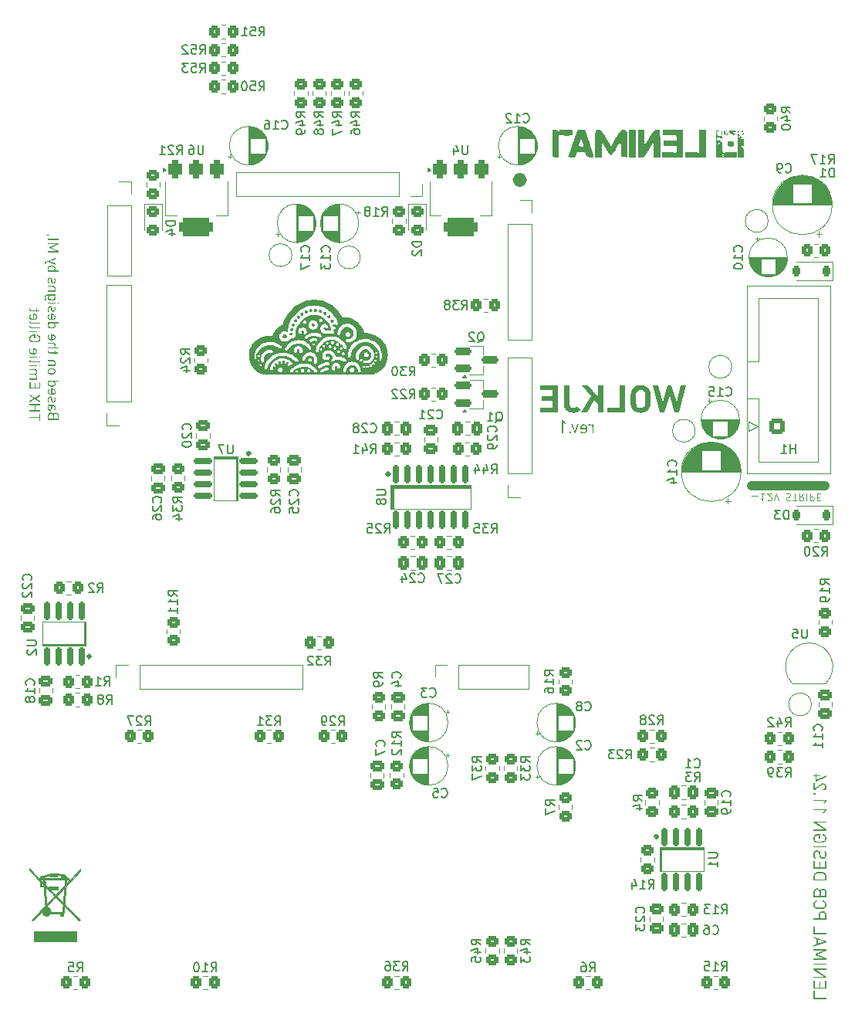
<source format=gbo>
G04 #@! TF.GenerationSoftware,KiCad,Pcbnew,8.0.5*
G04 #@! TF.CreationDate,2024-11-24T11:32:17+01:00*
G04 #@! TF.ProjectId,wolkje,776f6c6b-6a65-42e6-9b69-6361645f7063,rev?*
G04 #@! TF.SameCoordinates,Original*
G04 #@! TF.FileFunction,Legend,Bot*
G04 #@! TF.FilePolarity,Positive*
%FSLAX46Y46*%
G04 Gerber Fmt 4.6, Leading zero omitted, Abs format (unit mm)*
G04 Created by KiCad (PCBNEW 8.0.5) date 2024-11-24 11:32:17*
%MOMM*%
%LPD*%
G01*
G04 APERTURE LIST*
G04 Aperture macros list*
%AMRoundRect*
0 Rectangle with rounded corners*
0 $1 Rounding radius*
0 $2 $3 $4 $5 $6 $7 $8 $9 X,Y pos of 4 corners*
0 Add a 4 corners polygon primitive as box body*
4,1,4,$2,$3,$4,$5,$6,$7,$8,$9,$2,$3,0*
0 Add four circle primitives for the rounded corners*
1,1,$1+$1,$2,$3*
1,1,$1+$1,$4,$5*
1,1,$1+$1,$6,$7*
1,1,$1+$1,$8,$9*
0 Add four rect primitives between the rounded corners*
20,1,$1+$1,$2,$3,$4,$5,0*
20,1,$1+$1,$4,$5,$6,$7,0*
20,1,$1+$1,$6,$7,$8,$9,0*
20,1,$1+$1,$8,$9,$2,$3,0*%
G04 Aperture macros list end*
%ADD10C,0.150000*%
%ADD11C,0.100000*%
%ADD12C,0.000000*%
%ADD13C,0.120000*%
%ADD14C,0.300000*%
%ADD15C,0.800000*%
%ADD16C,1.000000*%
%ADD17C,0.010000*%
%ADD18C,0.350000*%
%ADD19O,4.000000X4.000000*%
%ADD20R,1.800000X1.800000*%
%ADD21C,1.800000*%
%ADD22R,1.930000X1.830000*%
%ADD23C,2.130000*%
%ADD24C,2.000000*%
%ADD25C,3.240000*%
%ADD26RoundRect,0.250000X-0.350000X-0.450000X0.350000X-0.450000X0.350000X0.450000X-0.350000X0.450000X0*%
%ADD27RoundRect,0.250000X0.350000X0.450000X-0.350000X0.450000X-0.350000X-0.450000X0.350000X-0.450000X0*%
%ADD28R,1.200000X1.200000*%
%ADD29C,1.200000*%
%ADD30RoundRect,0.250000X0.475000X-0.337500X0.475000X0.337500X-0.475000X0.337500X-0.475000X-0.337500X0*%
%ADD31RoundRect,0.250000X0.337500X0.475000X-0.337500X0.475000X-0.337500X-0.475000X0.337500X-0.475000X0*%
%ADD32RoundRect,0.250000X0.450000X-0.350000X0.450000X0.350000X-0.450000X0.350000X-0.450000X-0.350000X0*%
%ADD33R,1.050000X1.500000*%
%ADD34O,1.050000X1.500000*%
%ADD35RoundRect,0.250000X-0.475000X0.337500X-0.475000X-0.337500X0.475000X-0.337500X0.475000X0.337500X0*%
%ADD36RoundRect,0.250000X-0.450000X0.350000X-0.450000X-0.350000X0.450000X-0.350000X0.450000X0.350000X0*%
%ADD37RoundRect,0.150000X-0.150000X0.825000X-0.150000X-0.825000X0.150000X-0.825000X0.150000X0.825000X0*%
%ADD38RoundRect,0.225000X0.225000X0.375000X-0.225000X0.375000X-0.225000X-0.375000X0.225000X-0.375000X0*%
%ADD39RoundRect,0.375000X-0.375000X0.625000X-0.375000X-0.625000X0.375000X-0.625000X0.375000X0.625000X0*%
%ADD40RoundRect,0.500000X-1.400000X0.500000X-1.400000X-0.500000X1.400000X-0.500000X1.400000X0.500000X0*%
%ADD41R,1.700000X1.700000*%
%ADD42O,1.700000X1.700000*%
%ADD43RoundRect,0.250000X-0.600000X-0.600000X0.600000X-0.600000X0.600000X0.600000X-0.600000X0.600000X0*%
%ADD44C,1.700000*%
%ADD45RoundRect,0.250000X-0.337500X-0.475000X0.337500X-0.475000X0.337500X0.475000X-0.337500X0.475000X0*%
%ADD46R,1.600000X1.600000*%
%ADD47C,1.600000*%
%ADD48RoundRect,0.150000X0.825000X0.150000X-0.825000X0.150000X-0.825000X-0.150000X0.825000X-0.150000X0*%
%ADD49RoundRect,0.250000X-0.450000X0.325000X-0.450000X-0.325000X0.450000X-0.325000X0.450000X0.325000X0*%
%ADD50RoundRect,0.200000X-0.750000X-0.200000X0.750000X-0.200000X0.750000X0.200000X-0.750000X0.200000X0*%
%ADD51RoundRect,0.150000X0.150000X-0.825000X0.150000X0.825000X-0.150000X0.825000X-0.150000X-0.825000X0*%
G04 APERTURE END LIST*
D10*
G36*
X112473661Y-95867484D02*
G01*
X112532507Y-95820270D01*
X112594857Y-95791840D01*
X112663404Y-95778909D01*
X112705155Y-95777212D01*
X112777163Y-95784091D01*
X112844483Y-95803969D01*
X112911933Y-95841143D01*
X112965086Y-95892110D01*
X112975629Y-95906808D01*
X112975629Y-95789180D01*
X113116850Y-95789180D01*
X113116850Y-96762000D01*
X112975629Y-96762000D01*
X112975629Y-96164288D01*
X112966368Y-96084914D01*
X112939619Y-96016156D01*
X112896940Y-95961057D01*
X112839884Y-95922660D01*
X112770008Y-95904008D01*
X112744136Y-95902704D01*
X112672813Y-95911161D01*
X112610938Y-95943904D01*
X112577611Y-95974170D01*
X112473661Y-95867484D01*
G37*
G36*
X112103209Y-95785789D02*
G01*
X112181105Y-95811139D01*
X112248831Y-95852694D01*
X112305726Y-95909885D01*
X112351129Y-95982143D01*
X112377241Y-96045881D01*
X112396238Y-96117534D01*
X112407841Y-96196862D01*
X112411770Y-96283625D01*
X112407444Y-96376160D01*
X112394723Y-96458672D01*
X112373995Y-96531362D01*
X112345647Y-96594431D01*
X112296665Y-96663905D01*
X112235741Y-96717111D01*
X112163794Y-96754525D01*
X112081741Y-96776623D01*
X111990500Y-96783884D01*
X111918411Y-96780165D01*
X111843706Y-96765962D01*
X111778771Y-96741259D01*
X111710980Y-96699350D01*
X111655943Y-96652363D01*
X111637618Y-96634456D01*
X111733703Y-96548629D01*
X111789824Y-96598990D01*
X111854461Y-96637072D01*
X111928247Y-96656805D01*
X111986397Y-96660443D01*
X112066568Y-96651499D01*
X112134049Y-96625149D01*
X112188473Y-96582124D01*
X112229471Y-96523150D01*
X112256677Y-96448955D01*
X112268262Y-96379129D01*
X112270891Y-96320897D01*
X111619837Y-96320897D01*
X111619837Y-96256270D01*
X111621817Y-96214896D01*
X111761058Y-96214896D01*
X112270891Y-96214896D01*
X112266044Y-96145869D01*
X112251846Y-96076587D01*
X112241484Y-96047687D01*
X112204827Y-95985464D01*
X112152879Y-95937924D01*
X112088813Y-95907566D01*
X112015804Y-95896891D01*
X111942848Y-95907566D01*
X111878899Y-95937924D01*
X111827069Y-95985464D01*
X111790465Y-96047687D01*
X111770026Y-96116814D01*
X111762616Y-96186603D01*
X111761058Y-96214896D01*
X111621817Y-96214896D01*
X111623677Y-96176028D01*
X111635047Y-96102100D01*
X111653725Y-96034830D01*
X111689610Y-95956089D01*
X111737561Y-95890617D01*
X111797048Y-95839229D01*
X111867542Y-95802744D01*
X111948515Y-95781978D01*
X112015804Y-95777212D01*
X112103209Y-95785789D01*
G37*
G36*
X110661721Y-95799096D02*
G01*
X110814568Y-95799096D01*
X111079230Y-96572223D01*
X111341840Y-95799096D01*
X111494687Y-95799096D01*
X111142147Y-96762000D01*
X111016655Y-96762000D01*
X110661721Y-95799096D01*
G37*
G36*
X110416892Y-96762000D02*
G01*
X110416892Y-96578036D01*
X110601198Y-96578036D01*
X110601198Y-96762000D01*
X110416892Y-96762000D01*
G37*
G36*
X109597604Y-96762000D02*
G01*
X109597604Y-95361413D01*
X109738825Y-95361413D01*
X109999384Y-95587778D01*
X109999384Y-95749173D01*
X109738825Y-95519048D01*
X109738825Y-96762000D01*
X109597604Y-96762000D01*
G37*
G36*
X119592670Y-91488743D02*
G01*
X120201568Y-91488743D01*
X120668316Y-93381381D01*
X121214199Y-91488743D01*
X121650905Y-91488743D01*
X122196788Y-93381381D01*
X122659139Y-91488743D01*
X123268037Y-91488743D01*
X122470095Y-94490000D01*
X121982831Y-94490000D01*
X121432552Y-92669169D01*
X120882273Y-94490000D01*
X120395008Y-94490000D01*
X119592670Y-91488743D01*
G37*
G36*
X118413471Y-91497286D02*
G01*
X118583356Y-91529521D01*
X118738572Y-91584780D01*
X118880308Y-91662050D01*
X119009751Y-91760316D01*
X119070235Y-91817006D01*
X119169744Y-91934025D01*
X119258793Y-92091118D01*
X119315416Y-92261735D01*
X119342294Y-92409048D01*
X119356863Y-92566870D01*
X119362876Y-92736028D01*
X119364084Y-92917344D01*
X119364059Y-93012819D01*
X119363846Y-93200765D01*
X119360705Y-93376080D01*
X119350883Y-93539598D01*
X119330628Y-93692150D01*
X119284923Y-93868689D01*
X119209724Y-94031023D01*
X119123404Y-94151756D01*
X119070235Y-94209364D01*
X118946492Y-94317680D01*
X118811051Y-94405411D01*
X118662723Y-94471600D01*
X118500321Y-94515290D01*
X118353377Y-94533823D01*
X118259837Y-94536894D01*
X118106200Y-94528400D01*
X117936994Y-94496317D01*
X117782849Y-94441258D01*
X117642199Y-94364179D01*
X117513478Y-94266036D01*
X117453103Y-94209364D01*
X117353405Y-94092344D01*
X117263698Y-93935236D01*
X117206134Y-93764574D01*
X117178436Y-93617192D01*
X117163098Y-93459262D01*
X117156472Y-93289950D01*
X117154907Y-93108423D01*
X117154883Y-93012819D01*
X117738867Y-93012819D01*
X117739793Y-93164176D01*
X117744181Y-93333579D01*
X117755482Y-93500301D01*
X117778946Y-93647249D01*
X117838142Y-93794279D01*
X117885413Y-93856189D01*
X117998795Y-93949466D01*
X118145795Y-94005185D01*
X118259837Y-94016657D01*
X118414165Y-93995309D01*
X118555417Y-93929288D01*
X118637925Y-93856189D01*
X118720895Y-93720856D01*
X118758704Y-93554991D01*
X118771913Y-93405802D01*
X118777721Y-93253246D01*
X118779987Y-93065743D01*
X118780074Y-93012819D01*
X118779257Y-92861631D01*
X118775299Y-92692360D01*
X118764850Y-92525697D01*
X118742603Y-92378756D01*
X118684908Y-92231844D01*
X118637925Y-92170181D01*
X118523190Y-92076904D01*
X118374143Y-92021185D01*
X118259837Y-92009713D01*
X118106185Y-92031061D01*
X117967090Y-92097083D01*
X117885413Y-92170181D01*
X117801423Y-92305167D01*
X117762026Y-92471013D01*
X117747876Y-92620171D01*
X117741509Y-92772639D01*
X117738967Y-92959959D01*
X117738867Y-93012819D01*
X117154883Y-93012819D01*
X117155285Y-92825114D01*
X117158924Y-92649981D01*
X117169450Y-92486594D01*
X117190511Y-92334129D01*
X117225758Y-92191762D01*
X117295324Y-92026748D01*
X117375831Y-91904087D01*
X117453103Y-91817006D01*
X117576445Y-91708622D01*
X117710935Y-91620728D01*
X117858137Y-91554336D01*
X118019617Y-91510462D01*
X118166219Y-91491833D01*
X118259837Y-91488743D01*
X118413471Y-91497286D01*
G37*
G36*
X114620374Y-94490000D02*
G01*
X114620374Y-93969762D01*
X115977388Y-93969762D01*
X115977388Y-91488743D01*
X116561372Y-91488743D01*
X116561372Y-94490000D01*
X114620374Y-94490000D01*
G37*
G36*
X111726829Y-94490000D02*
G01*
X112789286Y-92681625D01*
X111797904Y-91488743D01*
X112507918Y-91488743D01*
X113562314Y-92795931D01*
X113562314Y-91488743D01*
X114146299Y-91488743D01*
X114146299Y-94490000D01*
X113562314Y-94490000D01*
X113562314Y-93588011D01*
X113176167Y-93124926D01*
X112406802Y-94490000D01*
X111726829Y-94490000D01*
G37*
G36*
X109851044Y-93522798D02*
G01*
X109851044Y-91488743D01*
X110435029Y-91488743D01*
X110435029Y-93497152D01*
X110448234Y-93647629D01*
X110497092Y-93794010D01*
X110595433Y-93918009D01*
X110733298Y-93992072D01*
X110878949Y-94016156D01*
X110905441Y-94016657D01*
X111060387Y-93996836D01*
X111195318Y-93929036D01*
X111287925Y-93845931D01*
X111674073Y-94230614D01*
X111548178Y-94341594D01*
X111418379Y-94425411D01*
X111280621Y-94484266D01*
X111130846Y-94520362D01*
X110964997Y-94535902D01*
X110905441Y-94536894D01*
X110751423Y-94527742D01*
X110602436Y-94500384D01*
X110460689Y-94454970D01*
X110328391Y-94391646D01*
X110170514Y-94279615D01*
X110038603Y-94136362D01*
X109959861Y-94008645D01*
X109900880Y-93863714D01*
X109863872Y-93701715D01*
X109851044Y-93522798D01*
G37*
G36*
X107222747Y-94490000D02*
G01*
X107222747Y-93969762D01*
X108609070Y-93969762D01*
X108609070Y-93228974D01*
X107428644Y-93228974D01*
X107428644Y-92708004D01*
X108609070Y-92708004D01*
X108609070Y-92009713D01*
X107222747Y-92009713D01*
X107222747Y-91488743D01*
X109193054Y-91488743D01*
X109193054Y-94490000D01*
X107222747Y-94490000D01*
G37*
G36*
X53619811Y-94511265D02*
G01*
X53677741Y-94527723D01*
X53737745Y-94560129D01*
X53786868Y-94604590D01*
X53824577Y-94659253D01*
X53843112Y-94700446D01*
X53870117Y-94646724D01*
X53908676Y-94600312D01*
X53957421Y-94563205D01*
X54014982Y-94537396D01*
X54079994Y-94524879D01*
X54103084Y-94524005D01*
X54173608Y-94530621D01*
X54236267Y-94549838D01*
X54290586Y-94580713D01*
X54336092Y-94622301D01*
X54372310Y-94673656D01*
X54398767Y-94733836D01*
X54414989Y-94801894D01*
X54420502Y-94876887D01*
X54420502Y-95327076D01*
X53220000Y-95327076D01*
X53220000Y-94873370D01*
X53334012Y-94873370D01*
X53334012Y-95199288D01*
X53780976Y-95199288D01*
X53780976Y-94886852D01*
X53895282Y-94886852D01*
X53895282Y-95199288D01*
X54306196Y-95199288D01*
X54306196Y-94886852D01*
X54301502Y-94827123D01*
X54283147Y-94763655D01*
X54250354Y-94711824D01*
X54202531Y-94674469D01*
X54139089Y-94654431D01*
X54101325Y-94651793D01*
X54040663Y-94659011D01*
X53982282Y-94685137D01*
X53939187Y-94727633D01*
X53910914Y-94783658D01*
X53897000Y-94850373D01*
X53895282Y-94886852D01*
X53780976Y-94886852D01*
X53780976Y-94873370D01*
X53774838Y-94808325D01*
X53756941Y-94752240D01*
X53721039Y-94697955D01*
X53670671Y-94659249D01*
X53607180Y-94637584D01*
X53558227Y-94633328D01*
X53497840Y-94639949D01*
X53436171Y-94664556D01*
X53387691Y-94705960D01*
X53353897Y-94762700D01*
X53338032Y-94820645D01*
X53334012Y-94873370D01*
X53220000Y-94873370D01*
X53220000Y-94861646D01*
X53225330Y-94785589D01*
X53241267Y-94716731D01*
X53267728Y-94655979D01*
X53304630Y-94604239D01*
X53351891Y-94562418D01*
X53409428Y-94531424D01*
X53477160Y-94512162D01*
X53555003Y-94505540D01*
X53619811Y-94511265D01*
G37*
G36*
X53847306Y-93642522D02*
G01*
X53904473Y-93657906D01*
X53963783Y-93691642D01*
X54009486Y-93741575D01*
X54041470Y-93807794D01*
X54057102Y-93872552D01*
X54063822Y-93947834D01*
X54064103Y-93968304D01*
X54061965Y-94027708D01*
X54052806Y-94090587D01*
X54030892Y-94154348D01*
X53994325Y-94210156D01*
X53949283Y-94253560D01*
X53940418Y-94260516D01*
X53861870Y-94178157D01*
X53907459Y-94139996D01*
X53940545Y-94089323D01*
X53955812Y-94032502D01*
X53959762Y-93970062D01*
X53955148Y-93905690D01*
X53937436Y-93844991D01*
X53900000Y-93795498D01*
X53844519Y-93767180D01*
X53782615Y-93758336D01*
X53771011Y-93758157D01*
X53688946Y-93758157D01*
X53688946Y-94006992D01*
X53684603Y-94072272D01*
X53667476Y-94142518D01*
X53638239Y-94199785D01*
X53597844Y-94243683D01*
X53547245Y-94273824D01*
X53487394Y-94289818D01*
X53447438Y-94292463D01*
X53386402Y-94286198D01*
X53325805Y-94265269D01*
X53276566Y-94230327D01*
X53238664Y-94182044D01*
X53214555Y-94122364D01*
X53203597Y-94056266D01*
X53201242Y-93996734D01*
X53201839Y-93985010D01*
X53305289Y-93985010D01*
X53310206Y-94051187D01*
X53328551Y-94109867D01*
X53372572Y-94157272D01*
X53431497Y-94174240D01*
X53449197Y-94174933D01*
X53513636Y-94163553D01*
X53564791Y-94123242D01*
X53590777Y-94062563D01*
X53597937Y-94001482D01*
X53598087Y-93989993D01*
X53598087Y-93758157D01*
X53507229Y-93758157D01*
X53447963Y-93762161D01*
X53389819Y-93779705D01*
X53361856Y-93800362D01*
X53325878Y-93851949D01*
X53309586Y-93909224D01*
X53305358Y-93971866D01*
X53305289Y-93985010D01*
X53201839Y-93985010D01*
X53204604Y-93930664D01*
X53217984Y-93868251D01*
X53243670Y-93814644D01*
X53283888Y-93764458D01*
X53290048Y-93758157D01*
X53211207Y-93758157D01*
X53211207Y-93637404D01*
X53781563Y-93637404D01*
X53847306Y-93642522D01*
G37*
G36*
X53456817Y-92747871D02*
G01*
X53523900Y-92754922D01*
X53586595Y-92780810D01*
X53632089Y-92823706D01*
X53662736Y-92881487D01*
X53678631Y-92939479D01*
X53686015Y-92991430D01*
X53698032Y-93124200D01*
X53708519Y-93183594D01*
X53736060Y-93235465D01*
X53790242Y-93265644D01*
X53822009Y-93268695D01*
X53880160Y-93256820D01*
X53928472Y-93215608D01*
X53954078Y-93154916D01*
X53961365Y-93094934D01*
X53961521Y-93083754D01*
X53957541Y-93021541D01*
X53945291Y-92963696D01*
X53921042Y-92904630D01*
X53894110Y-92863642D01*
X53975003Y-92784801D01*
X54010112Y-92837645D01*
X54036317Y-92898392D01*
X54051831Y-92955787D01*
X54061054Y-93017255D01*
X54064103Y-93081995D01*
X54059896Y-93145726D01*
X54047488Y-93203967D01*
X54020925Y-93267638D01*
X53982657Y-93319473D01*
X53933302Y-93357660D01*
X53873477Y-93380389D01*
X53818492Y-93386224D01*
X53757864Y-93379993D01*
X53697588Y-93356279D01*
X53650737Y-93315213D01*
X53617115Y-93257179D01*
X53599059Y-93196131D01*
X53591053Y-93139148D01*
X53579036Y-93003154D01*
X53566507Y-92941197D01*
X53533534Y-92890474D01*
X53475049Y-92866516D01*
X53455059Y-92865401D01*
X53396662Y-92877106D01*
X53347519Y-92917426D01*
X53319895Y-92974070D01*
X53307625Y-93036925D01*
X53305289Y-93085512D01*
X53309407Y-93150639D01*
X53322410Y-93211334D01*
X53345274Y-93266954D01*
X53378976Y-93316855D01*
X53403475Y-93342554D01*
X53320823Y-93423154D01*
X53277137Y-93370048D01*
X53244347Y-93312623D01*
X53221480Y-93250390D01*
X53207561Y-93182865D01*
X53202097Y-93122198D01*
X53201242Y-93083754D01*
X53205528Y-93011932D01*
X53218218Y-92946944D01*
X53239062Y-92889637D01*
X53276202Y-92830090D01*
X53325201Y-92785513D01*
X53385570Y-92757557D01*
X53456817Y-92747871D01*
G37*
G36*
X53722261Y-91881560D02*
G01*
X53785628Y-91891306D01*
X53843288Y-91907316D01*
X53910780Y-91938074D01*
X53966899Y-91979175D01*
X54010946Y-92030164D01*
X54042219Y-92090588D01*
X54060018Y-92159993D01*
X54064103Y-92217669D01*
X54056751Y-92292587D01*
X54035023Y-92359356D01*
X53999404Y-92417407D01*
X53950383Y-92466174D01*
X53888448Y-92505090D01*
X53833815Y-92527472D01*
X53772398Y-92543755D01*
X53704403Y-92553700D01*
X53630034Y-92557069D01*
X53550719Y-92553360D01*
X53479995Y-92542457D01*
X53417689Y-92524690D01*
X53363630Y-92500391D01*
X53304080Y-92458407D01*
X53258475Y-92406187D01*
X53226406Y-92344518D01*
X53207465Y-92274187D01*
X53201242Y-92195980D01*
X53204429Y-92134189D01*
X53216603Y-92070156D01*
X53237777Y-92014498D01*
X53273699Y-91956391D01*
X53313974Y-91909217D01*
X53329323Y-91893510D01*
X53402889Y-91975868D01*
X53359722Y-92023972D01*
X53327080Y-92079375D01*
X53310166Y-92142620D01*
X53307048Y-92192463D01*
X53314715Y-92261181D01*
X53337300Y-92319022D01*
X53374179Y-92365671D01*
X53424728Y-92400813D01*
X53488324Y-92424131D01*
X53548174Y-92434062D01*
X53598087Y-92436315D01*
X53688946Y-92436315D01*
X53748112Y-92432161D01*
X53807496Y-92419990D01*
X53832267Y-92411109D01*
X53885601Y-92379689D01*
X53926350Y-92335162D01*
X53952371Y-92280248D01*
X53961521Y-92217669D01*
X53952371Y-92155135D01*
X53926350Y-92100322D01*
X53885601Y-92055896D01*
X53832267Y-92024521D01*
X53773016Y-92007002D01*
X53713196Y-92000651D01*
X53688946Y-91999316D01*
X53688946Y-92436315D01*
X53598087Y-92436315D01*
X53598087Y-91878269D01*
X53653482Y-91878269D01*
X53722261Y-91881560D01*
G37*
G36*
X54420502Y-91129713D02*
G01*
X53958004Y-91129713D01*
X54005410Y-91175050D01*
X54040169Y-91230395D01*
X54058293Y-91290112D01*
X54064042Y-91354834D01*
X54064103Y-91363307D01*
X54058932Y-91424037D01*
X54041849Y-91485593D01*
X54011032Y-91542330D01*
X53991709Y-91564954D01*
X53938836Y-91605386D01*
X53876856Y-91633692D01*
X53820063Y-91649440D01*
X53760148Y-91659277D01*
X53698567Y-91664342D01*
X53636775Y-91665778D01*
X53575101Y-91664342D01*
X53513601Y-91659277D01*
X53453737Y-91649440D01*
X53396973Y-91633692D01*
X53335006Y-91605386D01*
X53282135Y-91564954D01*
X53240126Y-91515718D01*
X53215023Y-91459284D01*
X53203307Y-91401812D01*
X53201242Y-91363307D01*
X53203195Y-91336343D01*
X53317306Y-91336343D01*
X53324349Y-91396881D01*
X53351108Y-91454835D01*
X53394611Y-91495714D01*
X53451423Y-91522315D01*
X53518110Y-91537436D01*
X53591237Y-91543873D01*
X53636775Y-91544731D01*
X53697386Y-91543146D01*
X53769588Y-91535196D01*
X53834631Y-91518003D01*
X53889089Y-91488770D01*
X53929533Y-91444700D01*
X53952535Y-91382994D01*
X53956538Y-91336343D01*
X53949494Y-91275881D01*
X53922729Y-91218190D01*
X53879209Y-91177687D01*
X53822360Y-91151494D01*
X53755610Y-91136734D01*
X53682389Y-91130528D01*
X53636775Y-91129713D01*
X53576261Y-91131223D01*
X53504148Y-91138909D01*
X53439161Y-91155726D01*
X53384736Y-91184551D01*
X53344307Y-91228261D01*
X53321309Y-91289735D01*
X53317306Y-91336343D01*
X53203195Y-91336343D01*
X53205995Y-91297682D01*
X53223004Y-91236838D01*
X53256389Y-91180391D01*
X53302274Y-91134303D01*
X53310272Y-91127955D01*
X53220000Y-91127955D01*
X53220000Y-91008667D01*
X54420502Y-91008667D01*
X54420502Y-91129713D01*
G37*
G36*
X53692836Y-89658657D02*
G01*
X53762428Y-89665272D01*
X53828061Y-89679086D01*
X53888958Y-89702068D01*
X53944344Y-89736191D01*
X53969727Y-89758046D01*
X54008585Y-89804981D01*
X54038347Y-89860078D01*
X54057394Y-89923363D01*
X54063994Y-89985476D01*
X54064103Y-89994863D01*
X54058940Y-90057912D01*
X54044177Y-90114716D01*
X54016941Y-90171963D01*
X53980206Y-90221001D01*
X53969727Y-90231974D01*
X53917389Y-90272406D01*
X53859150Y-90300712D01*
X53795788Y-90318864D01*
X53728078Y-90328832D01*
X53668893Y-90332309D01*
X53632379Y-90332798D01*
X53572039Y-90331363D01*
X53502541Y-90324748D01*
X53436960Y-90310934D01*
X53376086Y-90287952D01*
X53320707Y-90253829D01*
X53295324Y-90231974D01*
X53256512Y-90184993D01*
X53226851Y-90129795D01*
X53207905Y-90066410D01*
X53201349Y-90004252D01*
X53201242Y-89994863D01*
X53308513Y-89994863D01*
X53317740Y-90057939D01*
X53344247Y-90113195D01*
X53370648Y-90144633D01*
X53424445Y-90180592D01*
X53480770Y-90199012D01*
X53542241Y-90208345D01*
X53605527Y-90211535D01*
X53632379Y-90211751D01*
X53695576Y-90210292D01*
X53758321Y-90203953D01*
X53817299Y-90189788D01*
X53875842Y-90160239D01*
X53894403Y-90144633D01*
X53931451Y-90095777D01*
X53952394Y-90037678D01*
X53956538Y-89994863D01*
X53948764Y-89936504D01*
X53923630Y-89879653D01*
X53894403Y-89843628D01*
X53840602Y-89807944D01*
X53784252Y-89790046D01*
X53722715Y-89781267D01*
X53659306Y-89778442D01*
X53632379Y-89778269D01*
X53569336Y-89779512D01*
X53506679Y-89785351D01*
X53447740Y-89798954D01*
X53389209Y-89828066D01*
X53370648Y-89843628D01*
X53333600Y-89893026D01*
X53312658Y-89951944D01*
X53308513Y-89994863D01*
X53201242Y-89994863D01*
X53206368Y-89931851D01*
X53223864Y-89867540D01*
X53252272Y-89811422D01*
X53290026Y-89763467D01*
X53295324Y-89758046D01*
X53347661Y-89717614D01*
X53405886Y-89689308D01*
X53469212Y-89671156D01*
X53536850Y-89661188D01*
X53595940Y-89657711D01*
X53632379Y-89657222D01*
X53692836Y-89658657D01*
G37*
G36*
X53220000Y-88748932D02*
G01*
X53754598Y-88748932D01*
X53815360Y-88752852D01*
X53878065Y-88767189D01*
X53933427Y-88792463D01*
X53981281Y-88829112D01*
X53986727Y-88834515D01*
X54023619Y-88882148D01*
X54048914Y-88939511D01*
X54061282Y-88998098D01*
X54064103Y-89046420D01*
X54059267Y-89105220D01*
X54041915Y-89167496D01*
X54011975Y-89223623D01*
X53969474Y-89272669D01*
X53963279Y-89278255D01*
X54045345Y-89278255D01*
X54045345Y-89399302D01*
X53220000Y-89399302D01*
X53220000Y-89278255D01*
X53728220Y-89278255D01*
X53793865Y-89272491D01*
X53858036Y-89251171D01*
X53906234Y-89215505D01*
X53942213Y-89157698D01*
X53955642Y-89095922D01*
X53956538Y-89073091D01*
X53948667Y-89008200D01*
X53925101Y-88954214D01*
X53877862Y-88906774D01*
X53820527Y-88880947D01*
X53760923Y-88870894D01*
X53734082Y-88869979D01*
X53220000Y-88869979D01*
X53220000Y-88748932D01*
G37*
G36*
X53220000Y-87720474D02*
G01*
X53324047Y-87720474D01*
X53324047Y-87784368D01*
X53336968Y-87844758D01*
X53383832Y-87886396D01*
X53445680Y-87896915D01*
X53952728Y-87896915D01*
X53952728Y-87720474D01*
X54045345Y-87720474D01*
X54045345Y-87896915D01*
X54307955Y-87896915D01*
X54307955Y-88017962D01*
X54045345Y-88017962D01*
X54045345Y-88122009D01*
X53952728Y-88122009D01*
X53952728Y-88017962D01*
X53442456Y-88017962D01*
X53376107Y-88010514D01*
X53317845Y-87988178D01*
X53270626Y-87950966D01*
X53237406Y-87898889D01*
X53221142Y-87831959D01*
X53220000Y-87806350D01*
X53220000Y-87720474D01*
G37*
G36*
X53220000Y-86830942D02*
G01*
X53756064Y-86830942D01*
X53823408Y-86836067D01*
X53883700Y-86851169D01*
X53948245Y-86883456D01*
X53999683Y-86929897D01*
X54036854Y-86989692D01*
X54055538Y-87046607D01*
X54063754Y-87111150D01*
X54064103Y-87128429D01*
X54059464Y-87187032D01*
X54042531Y-87248890D01*
X54012741Y-87304867D01*
X53969628Y-87354524D01*
X53963279Y-87360265D01*
X54420502Y-87360265D01*
X54420502Y-87481311D01*
X53220000Y-87481311D01*
X53220000Y-87360265D01*
X53735840Y-87360265D01*
X53798442Y-87354387D01*
X53860190Y-87332712D01*
X53907019Y-87296598D01*
X53942332Y-87238348D01*
X53955644Y-87176435D01*
X53956538Y-87153635D01*
X53948679Y-87088880D01*
X53919770Y-87027442D01*
X53869813Y-86983024D01*
X53810408Y-86959948D01*
X53749315Y-86952214D01*
X53735840Y-86951988D01*
X53220000Y-86951988D01*
X53220000Y-86830942D01*
G37*
G36*
X53722261Y-85907185D02*
G01*
X53785628Y-85916931D01*
X53843288Y-85932940D01*
X53910780Y-85963699D01*
X53966899Y-86004799D01*
X54010946Y-86055788D01*
X54042219Y-86116212D01*
X54060018Y-86185618D01*
X54064103Y-86243293D01*
X54056751Y-86318212D01*
X54035023Y-86384980D01*
X53999404Y-86443031D01*
X53950383Y-86491798D01*
X53888448Y-86530715D01*
X53833815Y-86553097D01*
X53772398Y-86569380D01*
X53704403Y-86579325D01*
X53630034Y-86582693D01*
X53550719Y-86578985D01*
X53479995Y-86568081D01*
X53417689Y-86550315D01*
X53363630Y-86526016D01*
X53304080Y-86484031D01*
X53258475Y-86431811D01*
X53226406Y-86370142D01*
X53207465Y-86299811D01*
X53201242Y-86221605D01*
X53204429Y-86159814D01*
X53216603Y-86095781D01*
X53237777Y-86040123D01*
X53273699Y-85982016D01*
X53313974Y-85934841D01*
X53329323Y-85919134D01*
X53402889Y-86001493D01*
X53359722Y-86049596D01*
X53327080Y-86104999D01*
X53310166Y-86168244D01*
X53307048Y-86218087D01*
X53314715Y-86286805D01*
X53337300Y-86344647D01*
X53374179Y-86391296D01*
X53424728Y-86426437D01*
X53488324Y-86449756D01*
X53548174Y-86459687D01*
X53598087Y-86461939D01*
X53688946Y-86461939D01*
X53748112Y-86457785D01*
X53807496Y-86445615D01*
X53832267Y-86436734D01*
X53885601Y-86405313D01*
X53926350Y-86360786D01*
X53952371Y-86305873D01*
X53961521Y-86243293D01*
X53952371Y-86180759D01*
X53926350Y-86125947D01*
X53885601Y-86081521D01*
X53832267Y-86050146D01*
X53773016Y-86032626D01*
X53713196Y-86026276D01*
X53688946Y-86024940D01*
X53688946Y-86461939D01*
X53598087Y-86461939D01*
X53598087Y-85903893D01*
X53653482Y-85903893D01*
X53722261Y-85907185D01*
G37*
G36*
X54420502Y-84737976D02*
G01*
X53958004Y-84737976D01*
X54005410Y-84783313D01*
X54040169Y-84838657D01*
X54058293Y-84898375D01*
X54064042Y-84963096D01*
X54064103Y-84971570D01*
X54058932Y-85032299D01*
X54041849Y-85093855D01*
X54011032Y-85150593D01*
X53991709Y-85173217D01*
X53938836Y-85213648D01*
X53876856Y-85241954D01*
X53820063Y-85257703D01*
X53760148Y-85267539D01*
X53698567Y-85272605D01*
X53636775Y-85274040D01*
X53575101Y-85272605D01*
X53513601Y-85267539D01*
X53453737Y-85257703D01*
X53396973Y-85241954D01*
X53335006Y-85213648D01*
X53282135Y-85173217D01*
X53240126Y-85123980D01*
X53215023Y-85067546D01*
X53203307Y-85010074D01*
X53201242Y-84971570D01*
X53203195Y-84944605D01*
X53317306Y-84944605D01*
X53324349Y-85005143D01*
X53351108Y-85063097D01*
X53394611Y-85103976D01*
X53451423Y-85130578D01*
X53518110Y-85145698D01*
X53591237Y-85152135D01*
X53636775Y-85152993D01*
X53697386Y-85151408D01*
X53769588Y-85143458D01*
X53834631Y-85126265D01*
X53889089Y-85097032D01*
X53929533Y-85052962D01*
X53952535Y-84991257D01*
X53956538Y-84944605D01*
X53949494Y-84884143D01*
X53922729Y-84826452D01*
X53879209Y-84785949D01*
X53822360Y-84759757D01*
X53755610Y-84744996D01*
X53682389Y-84738790D01*
X53636775Y-84737976D01*
X53576261Y-84739485D01*
X53504148Y-84747172D01*
X53439161Y-84763988D01*
X53384736Y-84792813D01*
X53344307Y-84836523D01*
X53321309Y-84897997D01*
X53317306Y-84944605D01*
X53203195Y-84944605D01*
X53205995Y-84905945D01*
X53223004Y-84845101D01*
X53256389Y-84788653D01*
X53302274Y-84742565D01*
X53310272Y-84736217D01*
X53220000Y-84736217D01*
X53220000Y-84616929D01*
X54420502Y-84616929D01*
X54420502Y-84737976D01*
G37*
G36*
X53722261Y-83684379D02*
G01*
X53785628Y-83694125D01*
X53843288Y-83710135D01*
X53910780Y-83740893D01*
X53966899Y-83781994D01*
X54010946Y-83832983D01*
X54042219Y-83893407D01*
X54060018Y-83962812D01*
X54064103Y-84020488D01*
X54056751Y-84095407D01*
X54035023Y-84162175D01*
X53999404Y-84220226D01*
X53950383Y-84268993D01*
X53888448Y-84307909D01*
X53833815Y-84330291D01*
X53772398Y-84346574D01*
X53704403Y-84356520D01*
X53630034Y-84359888D01*
X53550719Y-84356180D01*
X53479995Y-84345276D01*
X53417689Y-84327509D01*
X53363630Y-84303211D01*
X53304080Y-84261226D01*
X53258475Y-84209006D01*
X53226406Y-84147337D01*
X53207465Y-84077006D01*
X53201242Y-83998799D01*
X53204429Y-83937008D01*
X53216603Y-83872975D01*
X53237777Y-83817318D01*
X53273699Y-83759211D01*
X53313974Y-83712036D01*
X53329323Y-83696329D01*
X53402889Y-83778688D01*
X53359722Y-83826791D01*
X53327080Y-83882194D01*
X53310166Y-83945439D01*
X53307048Y-83995282D01*
X53314715Y-84064000D01*
X53337300Y-84121841D01*
X53374179Y-84168490D01*
X53424728Y-84203632D01*
X53488324Y-84226951D01*
X53548174Y-84236881D01*
X53598087Y-84239134D01*
X53688946Y-84239134D01*
X53748112Y-84234980D01*
X53807496Y-84222810D01*
X53832267Y-84213928D01*
X53885601Y-84182508D01*
X53926350Y-84137981D01*
X53952371Y-84083068D01*
X53961521Y-84020488D01*
X53952371Y-83957954D01*
X53926350Y-83903142D01*
X53885601Y-83858715D01*
X53832267Y-83827341D01*
X53773016Y-83809821D01*
X53713196Y-83803470D01*
X53688946Y-83802135D01*
X53688946Y-84239134D01*
X53598087Y-84239134D01*
X53598087Y-83681088D01*
X53653482Y-83681088D01*
X53722261Y-83684379D01*
G37*
G36*
X53456817Y-82828485D02*
G01*
X53523900Y-82835536D01*
X53586595Y-82861424D01*
X53632089Y-82904320D01*
X53662736Y-82962101D01*
X53678631Y-83020093D01*
X53686015Y-83072044D01*
X53698032Y-83204815D01*
X53708519Y-83264208D01*
X53736060Y-83316079D01*
X53790242Y-83346258D01*
X53822009Y-83349309D01*
X53880160Y-83337434D01*
X53928472Y-83296222D01*
X53954078Y-83235530D01*
X53961365Y-83175548D01*
X53961521Y-83164368D01*
X53957541Y-83102155D01*
X53945291Y-83044310D01*
X53921042Y-82985245D01*
X53894110Y-82944256D01*
X53975003Y-82865415D01*
X54010112Y-82918259D01*
X54036317Y-82979006D01*
X54051831Y-83036401D01*
X54061054Y-83097869D01*
X54064103Y-83162609D01*
X54059896Y-83226340D01*
X54047488Y-83284581D01*
X54020925Y-83348252D01*
X53982657Y-83400087D01*
X53933302Y-83438274D01*
X53873477Y-83461003D01*
X53818492Y-83466838D01*
X53757864Y-83460607D01*
X53697588Y-83436893D01*
X53650737Y-83395827D01*
X53617115Y-83337793D01*
X53599059Y-83276745D01*
X53591053Y-83219762D01*
X53579036Y-83083768D01*
X53566507Y-83021811D01*
X53533534Y-82971088D01*
X53475049Y-82947130D01*
X53455059Y-82946015D01*
X53396662Y-82957720D01*
X53347519Y-82998040D01*
X53319895Y-83054684D01*
X53307625Y-83117539D01*
X53305289Y-83166127D01*
X53309407Y-83231253D01*
X53322410Y-83291948D01*
X53345274Y-83347568D01*
X53378976Y-83397469D01*
X53403475Y-83423168D01*
X53320823Y-83503768D01*
X53277137Y-83450662D01*
X53244347Y-83393237D01*
X53221480Y-83331005D01*
X53207561Y-83263479D01*
X53202097Y-83202812D01*
X53201242Y-83164368D01*
X53205528Y-83092546D01*
X53218218Y-83027558D01*
X53239062Y-82970251D01*
X53276202Y-82910704D01*
X53325201Y-82866127D01*
X53385570Y-82838171D01*
X53456817Y-82828485D01*
G37*
G36*
X53220000Y-82471500D02*
G01*
X54045345Y-82471500D01*
X54045345Y-82592547D01*
X53220000Y-82592547D01*
X53220000Y-82471500D01*
G37*
G36*
X54284214Y-82463000D02*
G01*
X54420502Y-82463000D01*
X54420502Y-82599288D01*
X54284214Y-82599288D01*
X54284214Y-82463000D01*
G37*
G36*
X54053845Y-81677515D02*
G01*
X53956538Y-81677515D01*
X54004712Y-81722636D01*
X54039949Y-81777400D01*
X54058260Y-81836495D01*
X54064042Y-81900882D01*
X54064103Y-81909351D01*
X54058932Y-81970080D01*
X54041849Y-82031636D01*
X54011032Y-82088374D01*
X53991709Y-82110997D01*
X53940399Y-82150885D01*
X53880823Y-82179091D01*
X53814547Y-82197414D01*
X53755328Y-82206428D01*
X53693448Y-82210867D01*
X53642637Y-82211821D01*
X53579398Y-82210295D01*
X53518059Y-82205025D01*
X53459532Y-82194970D01*
X53394296Y-82175125D01*
X53336000Y-82145097D01*
X53293859Y-82110997D01*
X53257377Y-82062169D01*
X53233826Y-82006451D01*
X53221382Y-81941974D01*
X53220000Y-81911109D01*
X53221979Y-81884145D01*
X53329030Y-81884145D01*
X53336073Y-81944607D01*
X53362751Y-82002298D01*
X53405938Y-82042801D01*
X53462046Y-82068993D01*
X53527484Y-82083754D01*
X53598665Y-82089960D01*
X53642637Y-82090774D01*
X53715560Y-82088320D01*
X53784924Y-82079037D01*
X53847125Y-82060049D01*
X53898563Y-82028478D01*
X53935634Y-81981445D01*
X53954736Y-81916073D01*
X53956538Y-81884145D01*
X53949482Y-81823661D01*
X53922760Y-81766146D01*
X53879510Y-81725963D01*
X53823335Y-81700146D01*
X53757836Y-81685731D01*
X53686616Y-81679752D01*
X53642637Y-81678981D01*
X53569734Y-81681321D01*
X53500419Y-81690319D01*
X53438282Y-81708939D01*
X53386912Y-81740146D01*
X53349898Y-81786907D01*
X53330829Y-81852184D01*
X53329030Y-81884145D01*
X53221979Y-81884145D01*
X53224726Y-81846730D01*
X53241542Y-81786912D01*
X53274405Y-81731160D01*
X53319433Y-81685325D01*
X53327271Y-81678981D01*
X53198604Y-81678981D01*
X53136267Y-81684012D01*
X53069540Y-81703877D01*
X53014676Y-81739748D01*
X52974911Y-81792596D01*
X52955641Y-81850309D01*
X52950648Y-81905833D01*
X52955819Y-81968738D01*
X52976504Y-82029311D01*
X53012442Y-82082242D01*
X53030956Y-82104256D01*
X52955338Y-82183098D01*
X52915864Y-82135429D01*
X52881572Y-82080841D01*
X52859016Y-82022939D01*
X52847220Y-81957086D01*
X52844842Y-81902609D01*
X52848674Y-81843998D01*
X52865126Y-81773508D01*
X52893510Y-81712181D01*
X52932700Y-81660461D01*
X52981569Y-81618797D01*
X53038990Y-81587634D01*
X53103837Y-81567420D01*
X53174983Y-81558599D01*
X53193621Y-81558227D01*
X54053845Y-81558227D01*
X54053845Y-81677515D01*
G37*
G36*
X53220000Y-80605680D02*
G01*
X53754598Y-80605680D01*
X53815360Y-80609600D01*
X53878065Y-80623937D01*
X53933427Y-80649211D01*
X53981281Y-80685860D01*
X53986727Y-80691263D01*
X54023619Y-80738897D01*
X54048914Y-80796259D01*
X54061282Y-80854846D01*
X54064103Y-80903168D01*
X54059267Y-80961968D01*
X54041915Y-81024244D01*
X54011975Y-81080371D01*
X53969474Y-81129417D01*
X53963279Y-81135003D01*
X54045345Y-81135003D01*
X54045345Y-81256050D01*
X53220000Y-81256050D01*
X53220000Y-81135003D01*
X53728220Y-81135003D01*
X53793865Y-81129239D01*
X53858036Y-81107919D01*
X53906234Y-81072253D01*
X53942213Y-81014446D01*
X53955642Y-80952671D01*
X53956538Y-80929839D01*
X53948667Y-80864948D01*
X53925101Y-80810962D01*
X53877862Y-80763522D01*
X53820527Y-80737695D01*
X53760923Y-80727642D01*
X53734082Y-80726727D01*
X53220000Y-80726727D01*
X53220000Y-80605680D01*
G37*
G36*
X53456817Y-79715854D02*
G01*
X53523900Y-79722905D01*
X53586595Y-79748793D01*
X53632089Y-79791689D01*
X53662736Y-79849470D01*
X53678631Y-79907462D01*
X53686015Y-79959413D01*
X53698032Y-80092184D01*
X53708519Y-80151577D01*
X53736060Y-80203449D01*
X53790242Y-80233627D01*
X53822009Y-80236678D01*
X53880160Y-80224803D01*
X53928472Y-80183591D01*
X53954078Y-80122899D01*
X53961365Y-80062918D01*
X53961521Y-80051737D01*
X53957541Y-79989524D01*
X53945291Y-79931680D01*
X53921042Y-79872614D01*
X53894110Y-79831625D01*
X53975003Y-79752784D01*
X54010112Y-79805628D01*
X54036317Y-79866375D01*
X54051831Y-79923770D01*
X54061054Y-79985238D01*
X54064103Y-80049979D01*
X54059896Y-80113709D01*
X54047488Y-80171950D01*
X54020925Y-80235621D01*
X53982657Y-80287456D01*
X53933302Y-80325643D01*
X53873477Y-80348372D01*
X53818492Y-80354207D01*
X53757864Y-80347976D01*
X53697588Y-80324262D01*
X53650737Y-80283196D01*
X53617115Y-80225162D01*
X53599059Y-80164114D01*
X53591053Y-80107131D01*
X53579036Y-79971137D01*
X53566507Y-79909180D01*
X53533534Y-79858457D01*
X53475049Y-79834499D01*
X53455059Y-79833384D01*
X53396662Y-79845089D01*
X53347519Y-79885409D01*
X53319895Y-79942053D01*
X53307625Y-80004908D01*
X53305289Y-80053496D01*
X53309407Y-80118622D01*
X53322410Y-80179317D01*
X53345274Y-80234938D01*
X53378976Y-80284838D01*
X53403475Y-80310537D01*
X53320823Y-80391137D01*
X53277137Y-80338031D01*
X53244347Y-80280606D01*
X53221480Y-80218374D01*
X53207561Y-80150848D01*
X53202097Y-80090181D01*
X53201242Y-80051737D01*
X53205528Y-79979915D01*
X53218218Y-79914928D01*
X53239062Y-79857620D01*
X53276202Y-79798073D01*
X53325201Y-79753496D01*
X53385570Y-79725540D01*
X53456817Y-79715854D01*
G37*
G36*
X53698567Y-78406878D02*
G01*
X53760148Y-78411943D01*
X53820063Y-78421780D01*
X53876856Y-78437528D01*
X53938836Y-78465834D01*
X53991709Y-78506266D01*
X54027851Y-78555443D01*
X54050805Y-78611810D01*
X54062783Y-78676889D01*
X54064103Y-78707913D01*
X54059601Y-78773304D01*
X54043257Y-78833613D01*
X54010811Y-78889469D01*
X53965864Y-78935189D01*
X53958004Y-78941507D01*
X54420502Y-78941507D01*
X54420502Y-79062554D01*
X53220000Y-79062554D01*
X53220000Y-78941507D01*
X53319064Y-78941507D01*
X53272493Y-78902812D01*
X53235223Y-78855047D01*
X53211073Y-78796482D01*
X53201864Y-78733119D01*
X53308513Y-78733119D01*
X53315649Y-78793657D01*
X53342763Y-78851611D01*
X53386849Y-78892490D01*
X53444432Y-78919091D01*
X53512038Y-78934212D01*
X53571003Y-78939922D01*
X53632379Y-78941507D01*
X53693852Y-78939922D01*
X53752890Y-78934212D01*
X53820558Y-78919091D01*
X53878178Y-78892490D01*
X53922282Y-78851611D01*
X53949402Y-78793657D01*
X53956538Y-78733119D01*
X53949402Y-78672657D01*
X53922282Y-78614966D01*
X53878178Y-78574463D01*
X53820558Y-78548270D01*
X53752890Y-78533510D01*
X53693852Y-78527999D01*
X53632379Y-78526489D01*
X53571003Y-78527999D01*
X53512038Y-78533510D01*
X53444432Y-78548270D01*
X53386849Y-78574463D01*
X53342763Y-78614966D01*
X53315649Y-78672657D01*
X53308513Y-78733119D01*
X53201864Y-78733119D01*
X53201857Y-78733071D01*
X53201242Y-78707913D01*
X53206366Y-78647060D01*
X53223335Y-78585525D01*
X53254038Y-78528872D01*
X53273342Y-78506266D01*
X53326795Y-78465834D01*
X53389494Y-78437528D01*
X53446958Y-78421780D01*
X53507582Y-78411943D01*
X53569883Y-78406878D01*
X53632379Y-78405443D01*
X53636775Y-78405443D01*
X53698567Y-78406878D01*
G37*
G36*
X54045345Y-77565443D02*
G01*
X54045345Y-77696454D01*
X53381200Y-77921549D01*
X54045345Y-78148401D01*
X54045345Y-78279413D01*
X53234947Y-77982219D01*
X53073454Y-78040837D01*
X53016154Y-78067452D01*
X52979433Y-78113672D01*
X52970872Y-78177124D01*
X52970872Y-78214054D01*
X52863600Y-78214054D01*
X52863600Y-78161884D01*
X52869387Y-78101961D01*
X52888701Y-78045616D01*
X52920460Y-78000683D01*
X52969767Y-77963451D01*
X53018060Y-77941772D01*
X54045345Y-77565443D01*
G37*
G36*
X53220000Y-75932337D02*
G01*
X54420502Y-75932337D01*
X54420502Y-76060125D01*
X53568778Y-76439678D01*
X54420502Y-76829490D01*
X54420502Y-76957278D01*
X53220000Y-76957278D01*
X53220000Y-76829490D01*
X54132100Y-76829490D01*
X53408750Y-76496831D01*
X53408750Y-76387801D01*
X54132100Y-76060125D01*
X53220000Y-76060125D01*
X53220000Y-75932337D01*
G37*
G36*
X53220000Y-75458995D02*
G01*
X54420502Y-75458995D01*
X54420502Y-75586782D01*
X53220000Y-75586782D01*
X53220000Y-75458995D01*
G37*
G36*
X53110090Y-74990635D02*
G01*
X53370062Y-74990635D01*
X53370062Y-75138353D01*
X52976147Y-75138353D01*
X53110090Y-74990635D01*
G37*
G36*
X52290196Y-94629811D02*
G01*
X52404502Y-94629811D01*
X52404502Y-95449881D01*
X52290196Y-95449881D01*
X52290196Y-95103740D01*
X51204000Y-95103740D01*
X51204000Y-94975952D01*
X52290196Y-94975952D01*
X52290196Y-94629811D01*
G37*
G36*
X51204000Y-93583475D02*
G01*
X52404502Y-93583475D01*
X52404502Y-93711263D01*
X51861990Y-93711263D01*
X51861990Y-94278981D01*
X52404502Y-94278981D01*
X52404502Y-94406769D01*
X51204000Y-94406769D01*
X51204000Y-94278981D01*
X51747977Y-94278981D01*
X51747977Y-93711263D01*
X51204000Y-93711263D01*
X51204000Y-93583475D01*
G37*
G36*
X51204000Y-92510467D02*
G01*
X51819198Y-92880055D01*
X52404502Y-92535673D01*
X52404502Y-92683391D01*
X51930573Y-92948932D01*
X52404502Y-93214473D01*
X52404502Y-93362191D01*
X51819198Y-93019567D01*
X51204000Y-93385931D01*
X51204000Y-93241437D01*
X51708117Y-92948932D01*
X51204000Y-92658185D01*
X51204000Y-92510467D01*
G37*
G36*
X51204000Y-91152868D02*
G01*
X51318012Y-91152868D01*
X51318012Y-91767773D01*
X51747977Y-91767773D01*
X51747977Y-91243726D01*
X51861990Y-91243726D01*
X51861990Y-91767773D01*
X52290196Y-91767773D01*
X52290196Y-91152868D01*
X52404502Y-91152868D01*
X52404502Y-91895561D01*
X51204000Y-91895561D01*
X51204000Y-91152868D01*
G37*
G36*
X51204000Y-89727564D02*
G01*
X51738598Y-89727564D01*
X51799360Y-89731882D01*
X51862065Y-89747313D01*
X51917427Y-89773806D01*
X51965281Y-89811225D01*
X51970727Y-89816664D01*
X52006853Y-89864580D01*
X52032346Y-89922530D01*
X52045131Y-89981577D01*
X52048103Y-90030034D01*
X52043149Y-90092675D01*
X52028381Y-90150200D01*
X51998932Y-90210536D01*
X51956535Y-90263226D01*
X51910057Y-90302023D01*
X51963377Y-90340519D01*
X52003937Y-90389275D01*
X52031518Y-90447446D01*
X52045898Y-90514184D01*
X52048103Y-90555840D01*
X52043267Y-90614856D01*
X52025915Y-90677713D01*
X51995975Y-90734464D01*
X51953474Y-90783843D01*
X51947279Y-90789434D01*
X52029345Y-90789434D01*
X52029345Y-90910481D01*
X51204000Y-90910481D01*
X51204000Y-90789434D01*
X51712220Y-90789434D01*
X51777865Y-90783556D01*
X51842036Y-90761882D01*
X51890234Y-90725767D01*
X51926213Y-90667517D01*
X51939642Y-90605605D01*
X51940538Y-90582805D01*
X51932667Y-90517887D01*
X51909101Y-90463835D01*
X51861862Y-90416301D01*
X51804527Y-90390404D01*
X51744923Y-90380318D01*
X51718082Y-90379399D01*
X51204000Y-90379399D01*
X51204000Y-90258353D01*
X51731857Y-90258353D01*
X51800200Y-90249657D01*
X51855974Y-90224890D01*
X51904059Y-90178330D01*
X51929775Y-90125544D01*
X51940315Y-90062966D01*
X51940538Y-90051723D01*
X51932667Y-89986832D01*
X51909101Y-89932846D01*
X51861862Y-89885406D01*
X51804527Y-89859579D01*
X51744923Y-89849527D01*
X51718082Y-89848611D01*
X51204000Y-89848611D01*
X51204000Y-89727564D01*
G37*
G36*
X51204000Y-89313426D02*
G01*
X52029345Y-89313426D01*
X52029345Y-89434473D01*
X51204000Y-89434473D01*
X51204000Y-89313426D01*
G37*
G36*
X52268214Y-89304926D02*
G01*
X52404502Y-89304926D01*
X52404502Y-89441214D01*
X52268214Y-89441214D01*
X52268214Y-89304926D01*
G37*
G36*
X51204000Y-88715812D02*
G01*
X51308047Y-88715812D01*
X51308047Y-88781465D01*
X51317645Y-88839491D01*
X51360304Y-88881549D01*
X51421922Y-88892174D01*
X51429387Y-88892254D01*
X52404502Y-88892254D01*
X52404502Y-89013300D01*
X51424404Y-89013300D01*
X51357156Y-89006289D01*
X51299154Y-88984908D01*
X51252845Y-88948634D01*
X51220674Y-88896948D01*
X51205087Y-88829326D01*
X51204000Y-88803154D01*
X51204000Y-88715812D01*
G37*
G36*
X51204000Y-88390774D02*
G01*
X52029345Y-88390774D01*
X52029345Y-88511821D01*
X51204000Y-88511821D01*
X51204000Y-88390774D01*
G37*
G36*
X52268214Y-88382274D02*
G01*
X52404502Y-88382274D01*
X52404502Y-88518562D01*
X52268214Y-88518562D01*
X52268214Y-88382274D01*
G37*
G36*
X51706261Y-87457052D02*
G01*
X51769628Y-87466798D01*
X51827288Y-87482807D01*
X51894780Y-87513566D01*
X51950899Y-87554667D01*
X51994946Y-87605656D01*
X52026219Y-87666079D01*
X52044018Y-87735485D01*
X52048103Y-87793161D01*
X52040751Y-87868079D01*
X52019023Y-87934848D01*
X51983404Y-87992898D01*
X51934383Y-88041666D01*
X51872448Y-88080582D01*
X51817815Y-88102964D01*
X51756398Y-88119247D01*
X51688403Y-88129192D01*
X51614034Y-88132561D01*
X51534719Y-88128852D01*
X51463995Y-88117949D01*
X51401689Y-88100182D01*
X51347630Y-88075883D01*
X51288080Y-88033899D01*
X51242475Y-87981679D01*
X51210406Y-87920010D01*
X51191465Y-87849679D01*
X51185242Y-87771472D01*
X51188429Y-87709681D01*
X51200603Y-87645648D01*
X51221777Y-87589990D01*
X51257699Y-87531883D01*
X51297974Y-87484709D01*
X51313323Y-87469002D01*
X51386889Y-87551360D01*
X51343722Y-87599464D01*
X51311080Y-87654867D01*
X51294166Y-87718112D01*
X51291048Y-87767955D01*
X51298715Y-87836673D01*
X51321300Y-87894514D01*
X51358179Y-87941163D01*
X51408728Y-87976304D01*
X51472324Y-87999623D01*
X51532174Y-88009554D01*
X51582087Y-88011807D01*
X51672946Y-88011807D01*
X51732112Y-88007653D01*
X51791496Y-87995482D01*
X51816267Y-87986601D01*
X51869601Y-87955181D01*
X51910350Y-87910654D01*
X51936371Y-87855740D01*
X51945521Y-87793161D01*
X51936371Y-87730627D01*
X51910350Y-87675814D01*
X51869601Y-87631388D01*
X51816267Y-87600013D01*
X51757016Y-87582494D01*
X51697196Y-87576143D01*
X51672946Y-87574808D01*
X51672946Y-88011807D01*
X51582087Y-88011807D01*
X51582087Y-87453761D01*
X51637482Y-87453761D01*
X51706261Y-87457052D01*
G37*
G36*
X51632792Y-85963684D02*
G01*
X51823009Y-85963684D01*
X51823009Y-86385150D01*
X51710461Y-86385150D01*
X51710461Y-86091179D01*
X51619310Y-86091179D01*
X51554587Y-86094829D01*
X51491500Y-86108614D01*
X51436111Y-86134193D01*
X51402129Y-86158590D01*
X51357616Y-86205077D01*
X51325413Y-86259890D01*
X51305849Y-86320692D01*
X51299254Y-86385150D01*
X51304860Y-86443530D01*
X51324008Y-86505304D01*
X51355849Y-86560385D01*
X51383665Y-86592072D01*
X51436903Y-86632639D01*
X51491485Y-86654824D01*
X51561120Y-86667864D01*
X51635288Y-86673432D01*
X51707868Y-86675396D01*
X51771280Y-86675870D01*
X51794286Y-86675896D01*
X51860577Y-86675631D01*
X51936425Y-86674098D01*
X51999735Y-86670582D01*
X52064223Y-86662341D01*
X52125170Y-86645021D01*
X52181960Y-86611611D01*
X52204027Y-86592072D01*
X52244148Y-86542933D01*
X52272567Y-86485325D01*
X52287875Y-86421910D01*
X52290196Y-86385150D01*
X52283521Y-86318275D01*
X52264014Y-86258278D01*
X52232454Y-86205896D01*
X52189618Y-86161868D01*
X52136285Y-86126930D01*
X52073233Y-86101822D01*
X52045465Y-86094696D01*
X52045465Y-85966908D01*
X52103084Y-85979915D01*
X52174015Y-86006674D01*
X52237295Y-86043700D01*
X52291928Y-86090453D01*
X52336918Y-86146396D01*
X52371269Y-86210987D01*
X52393986Y-86283689D01*
X52402788Y-86343213D01*
X52404502Y-86385150D01*
X52399913Y-86450777D01*
X52386341Y-86513135D01*
X52364075Y-86571738D01*
X52333404Y-86626098D01*
X52294619Y-86675729D01*
X52279938Y-86691137D01*
X52226157Y-86736080D01*
X52168598Y-86767112D01*
X52104255Y-86786810D01*
X52045877Y-86796138D01*
X51979696Y-86801180D01*
X51904172Y-86803255D01*
X51840473Y-86803657D01*
X51794286Y-86803684D01*
X51726302Y-86803591D01*
X51664857Y-86802942D01*
X51591978Y-86800249D01*
X51528029Y-86794259D01*
X51458307Y-86780126D01*
X51397128Y-86756203D01*
X51341488Y-86719916D01*
X51309512Y-86691137D01*
X51268114Y-86643066D01*
X51234772Y-86589967D01*
X51209754Y-86532502D01*
X51193325Y-86471332D01*
X51185752Y-86407117D01*
X51185242Y-86385150D01*
X51190168Y-86317409D01*
X51204871Y-86252501D01*
X51229233Y-86191156D01*
X51263140Y-86134103D01*
X51306475Y-86082074D01*
X51322995Y-86065973D01*
X51369140Y-86029107D01*
X51428257Y-85997310D01*
X51484899Y-85978900D01*
X51548387Y-85967943D01*
X51607433Y-85964021D01*
X51632792Y-85963684D01*
G37*
G36*
X51204000Y-85567718D02*
G01*
X52029345Y-85567718D01*
X52029345Y-85688764D01*
X51204000Y-85688764D01*
X51204000Y-85567718D01*
G37*
G36*
X52268214Y-85559218D02*
G01*
X52404502Y-85559218D01*
X52404502Y-85695505D01*
X52268214Y-85695505D01*
X52268214Y-85559218D01*
G37*
G36*
X51204000Y-84970104D02*
G01*
X51308047Y-84970104D01*
X51308047Y-85035757D01*
X51317645Y-85093783D01*
X51360304Y-85135840D01*
X51421922Y-85146466D01*
X51429387Y-85146545D01*
X52404502Y-85146545D01*
X52404502Y-85267592D01*
X51424404Y-85267592D01*
X51357156Y-85260581D01*
X51299154Y-85239199D01*
X51252845Y-85202926D01*
X51220674Y-85151239D01*
X51205087Y-85083617D01*
X51204000Y-85057445D01*
X51204000Y-84970104D01*
G37*
G36*
X51204000Y-84471849D02*
G01*
X51308047Y-84471849D01*
X51308047Y-84537501D01*
X51317645Y-84595528D01*
X51360304Y-84637585D01*
X51421922Y-84648211D01*
X51429387Y-84648290D01*
X52404502Y-84648290D01*
X52404502Y-84769337D01*
X51424404Y-84769337D01*
X51357156Y-84762325D01*
X51299154Y-84740944D01*
X51252845Y-84704671D01*
X51220674Y-84652984D01*
X51205087Y-84585362D01*
X51204000Y-84559190D01*
X51204000Y-84471849D01*
G37*
G36*
X51706261Y-83679690D02*
G01*
X51769628Y-83689436D01*
X51827288Y-83705445D01*
X51894780Y-83736204D01*
X51950899Y-83777305D01*
X51994946Y-83828293D01*
X52026219Y-83888717D01*
X52044018Y-83958123D01*
X52048103Y-84015799D01*
X52040751Y-84090717D01*
X52019023Y-84157485D01*
X51983404Y-84215536D01*
X51934383Y-84264303D01*
X51872448Y-84303220D01*
X51817815Y-84325602D01*
X51756398Y-84341885D01*
X51688403Y-84351830D01*
X51614034Y-84355198D01*
X51534719Y-84351490D01*
X51463995Y-84340587D01*
X51401689Y-84322820D01*
X51347630Y-84298521D01*
X51288080Y-84256536D01*
X51242475Y-84204316D01*
X51210406Y-84142648D01*
X51191465Y-84072317D01*
X51185242Y-83994110D01*
X51188429Y-83932319D01*
X51200603Y-83868286D01*
X51221777Y-83812628D01*
X51257699Y-83754521D01*
X51297974Y-83707346D01*
X51313323Y-83691639D01*
X51386889Y-83773998D01*
X51343722Y-83822102D01*
X51311080Y-83877505D01*
X51294166Y-83940750D01*
X51291048Y-83990593D01*
X51298715Y-84059311D01*
X51321300Y-84117152D01*
X51358179Y-84163801D01*
X51408728Y-84198942D01*
X51472324Y-84222261D01*
X51532174Y-84232192D01*
X51582087Y-84234445D01*
X51672946Y-84234445D01*
X51732112Y-84230291D01*
X51791496Y-84218120D01*
X51816267Y-84209239D01*
X51869601Y-84177819D01*
X51910350Y-84133292D01*
X51936371Y-84078378D01*
X51945521Y-84015799D01*
X51936371Y-83953265D01*
X51910350Y-83898452D01*
X51869601Y-83854026D01*
X51816267Y-83822651D01*
X51757016Y-83805132D01*
X51697196Y-83798781D01*
X51672946Y-83797445D01*
X51672946Y-84234445D01*
X51582087Y-84234445D01*
X51582087Y-83676399D01*
X51637482Y-83676399D01*
X51706261Y-83679690D01*
G37*
G36*
X51204000Y-83102526D02*
G01*
X51308047Y-83102526D01*
X51308047Y-83166420D01*
X51320968Y-83226810D01*
X51367832Y-83268448D01*
X51429680Y-83278967D01*
X51936728Y-83278967D01*
X51936728Y-83102526D01*
X52029345Y-83102526D01*
X52029345Y-83278967D01*
X52291955Y-83278967D01*
X52291955Y-83400013D01*
X52029345Y-83400013D01*
X52029345Y-83504061D01*
X51936728Y-83504061D01*
X51936728Y-83400013D01*
X51426456Y-83400013D01*
X51360107Y-83392566D01*
X51301845Y-83370230D01*
X51254626Y-83333018D01*
X51221406Y-83280940D01*
X51205142Y-83214010D01*
X51204000Y-83188401D01*
X51204000Y-83102526D01*
G37*
G36*
X137238000Y-157935882D02*
G01*
X137371014Y-157935882D01*
X137371014Y-158649169D01*
X138638586Y-158649169D01*
X138638586Y-158798255D01*
X137238000Y-158798255D01*
X137238000Y-157935882D01*
G37*
G36*
X137238000Y-156808848D02*
G01*
X137371014Y-156808848D01*
X137371014Y-157526238D01*
X137872640Y-157526238D01*
X137872640Y-156914849D01*
X138005655Y-156914849D01*
X138005655Y-157526238D01*
X138505229Y-157526238D01*
X138505229Y-156808848D01*
X138638586Y-156808848D01*
X138638586Y-157675324D01*
X137238000Y-157675324D01*
X137238000Y-156808848D01*
G37*
G36*
X137238000Y-155469469D02*
G01*
X138638586Y-155469469D01*
X138638586Y-155618213D01*
X137519074Y-155618213D01*
X138638586Y-156359197D01*
X138638586Y-156500418D01*
X137238000Y-156500418D01*
X137238000Y-156351332D01*
X138360930Y-156351332D01*
X137238000Y-155610690D01*
X137238000Y-155469469D01*
G37*
G36*
X137238000Y-154916552D02*
G01*
X138638586Y-154916552D01*
X138638586Y-155065638D01*
X137238000Y-155065638D01*
X137238000Y-154916552D01*
G37*
G36*
X137238000Y-153317299D02*
G01*
X138638586Y-153317299D01*
X138638586Y-153466385D01*
X137644908Y-153909197D01*
X138638586Y-154363977D01*
X138638586Y-154513063D01*
X137238000Y-154513063D01*
X137238000Y-154363977D01*
X138302117Y-154363977D01*
X137458209Y-153975875D01*
X137458209Y-153848674D01*
X138302117Y-153466385D01*
X137238000Y-153466385D01*
X137238000Y-153317299D01*
G37*
G36*
X138638586Y-152453558D02*
G01*
X138638586Y-152579050D01*
X137238000Y-153092644D01*
X137238000Y-152933642D01*
X137546087Y-152822170D01*
X137546087Y-152777034D01*
X137675683Y-152777034D01*
X138422138Y-152514424D01*
X137675683Y-152255575D01*
X137675683Y-152777034D01*
X137546087Y-152777034D01*
X137546087Y-152212491D01*
X137238000Y-152100676D01*
X137238000Y-151942016D01*
X138638586Y-152453558D01*
G37*
G36*
X137238000Y-150854989D02*
G01*
X137371014Y-150854989D01*
X137371014Y-151568276D01*
X138638586Y-151568276D01*
X138638586Y-151717362D01*
X137238000Y-151717362D01*
X137238000Y-150854989D01*
G37*
G36*
X138292812Y-149161486D02*
G01*
X138376819Y-149181217D01*
X138450496Y-149215476D01*
X138513106Y-149263114D01*
X138563910Y-149322980D01*
X138602172Y-149393925D01*
X138627155Y-149474799D01*
X138638121Y-149564451D01*
X138638586Y-149588101D01*
X138638586Y-150107508D01*
X137238000Y-150107508D01*
X137238000Y-149958422D01*
X137806988Y-149958422D01*
X137806988Y-149601779D01*
X137940002Y-149601779D01*
X137940002Y-149958422D01*
X138505229Y-149958422D01*
X138505229Y-149601779D01*
X138498343Y-149524154D01*
X138477691Y-149455824D01*
X138434747Y-149388323D01*
X138372004Y-149339214D01*
X138304603Y-149314311D01*
X138223471Y-149305659D01*
X138142340Y-149314311D01*
X138074692Y-149339214D01*
X138011468Y-149388323D01*
X137968006Y-149455824D01*
X137947022Y-149524154D01*
X137940002Y-149601779D01*
X137806988Y-149601779D01*
X137806988Y-149588101D01*
X137811179Y-149518600D01*
X137829410Y-149433193D01*
X137861372Y-149357140D01*
X137906283Y-149291590D01*
X137963364Y-149237694D01*
X138031831Y-149196602D01*
X138110905Y-149169464D01*
X138199803Y-149157429D01*
X138223471Y-149156915D01*
X138292812Y-149161486D01*
G37*
G36*
X137632256Y-147954654D02*
G01*
X137632256Y-148103398D01*
X137556625Y-148127046D01*
X137490830Y-148162510D01*
X137436093Y-148208984D01*
X137393633Y-148265663D01*
X137364672Y-148331739D01*
X137350431Y-148406407D01*
X137349130Y-148438499D01*
X137355670Y-148506609D01*
X137378009Y-148578680D01*
X137415157Y-148642940D01*
X137447609Y-148679909D01*
X137509727Y-148727236D01*
X137573445Y-148753120D01*
X137654783Y-148768332D01*
X137741458Y-148774829D01*
X137826304Y-148777120D01*
X137900448Y-148777673D01*
X137927351Y-148777704D01*
X138004654Y-148777394D01*
X138093249Y-148775606D01*
X138167343Y-148771504D01*
X138242961Y-148761889D01*
X138314515Y-148741683D01*
X138381042Y-148702704D01*
X138406750Y-148679909D01*
X138453162Y-148622579D01*
X138485496Y-148555371D01*
X138502656Y-148481387D01*
X138505229Y-148438499D01*
X138497218Y-148360889D01*
X138473999Y-148291962D01*
X138436792Y-148232336D01*
X138386819Y-148182629D01*
X138325300Y-148143459D01*
X138253457Y-148115445D01*
X138222103Y-148107501D01*
X138222103Y-147954654D01*
X138293216Y-147971446D01*
X138358309Y-147995223D01*
X138435369Y-148037149D01*
X138500844Y-148089950D01*
X138554230Y-148152745D01*
X138595021Y-148224651D01*
X138622713Y-148304789D01*
X138636801Y-148392275D01*
X138638586Y-148438499D01*
X138633232Y-148514430D01*
X138617398Y-148587065D01*
X138591421Y-148655634D01*
X138555639Y-148719365D01*
X138510389Y-148777489D01*
X138493261Y-148795484D01*
X138430540Y-148847918D01*
X138363454Y-148884122D01*
X138288488Y-148907103D01*
X138220480Y-148917986D01*
X138143381Y-148923868D01*
X138055392Y-148926289D01*
X137981171Y-148926757D01*
X137927351Y-148926789D01*
X137847862Y-148926681D01*
X137776034Y-148925924D01*
X137690863Y-148922782D01*
X137616156Y-148915794D01*
X137534737Y-148899305D01*
X137463327Y-148871395D01*
X137398404Y-148829060D01*
X137361098Y-148795484D01*
X137312800Y-148739401D01*
X137273901Y-148677453D01*
X137244713Y-148610411D01*
X137225545Y-148539046D01*
X137216710Y-148464128D01*
X137216115Y-148438499D01*
X137220111Y-148370109D01*
X137237613Y-148284486D01*
X137268576Y-148206151D01*
X137312502Y-148136117D01*
X137368894Y-148075399D01*
X137437255Y-148025011D01*
X137517088Y-147985965D01*
X137584193Y-147964735D01*
X137632256Y-147954654D01*
G37*
G36*
X137704446Y-146674612D02*
G01*
X137772032Y-146693813D01*
X137842036Y-146731620D01*
X137899347Y-146783492D01*
X137943340Y-146847265D01*
X137964964Y-146895324D01*
X137996470Y-146832648D01*
X138041456Y-146778501D01*
X138098324Y-146735209D01*
X138165480Y-146705099D01*
X138241327Y-146690496D01*
X138268265Y-146689476D01*
X138350543Y-146697194D01*
X138423644Y-146719615D01*
X138487017Y-146755635D01*
X138540107Y-146804154D01*
X138582362Y-146864069D01*
X138613229Y-146934278D01*
X138632154Y-147013680D01*
X138638586Y-147101172D01*
X138638586Y-147626392D01*
X137238000Y-147626392D01*
X137238000Y-147097069D01*
X137371014Y-147097069D01*
X137371014Y-147477306D01*
X137892473Y-147477306D01*
X137892473Y-147112798D01*
X138025829Y-147112798D01*
X138025829Y-147477306D01*
X138505229Y-147477306D01*
X138505229Y-147112798D01*
X138499753Y-147043113D01*
X138478338Y-146969068D01*
X138440079Y-146908598D01*
X138384287Y-146865017D01*
X138310271Y-146841640D01*
X138266213Y-146838562D01*
X138195440Y-146846983D01*
X138127329Y-146877463D01*
X138077051Y-146927042D01*
X138044066Y-146992405D01*
X138027833Y-147070239D01*
X138025829Y-147112798D01*
X137892473Y-147112798D01*
X137892473Y-147097069D01*
X137885311Y-147021183D01*
X137864431Y-146955750D01*
X137822546Y-146892418D01*
X137763783Y-146847261D01*
X137689710Y-146821985D01*
X137632598Y-146817020D01*
X137562146Y-146824744D01*
X137490199Y-146853452D01*
X137433640Y-146901757D01*
X137394214Y-146967953D01*
X137375704Y-147035555D01*
X137371014Y-147097069D01*
X137238000Y-147097069D01*
X137238000Y-147083391D01*
X137244219Y-146994658D01*
X137262812Y-146914323D01*
X137293682Y-146843445D01*
X137336735Y-146783082D01*
X137391872Y-146734292D01*
X137459000Y-146698131D01*
X137538020Y-146675660D01*
X137628837Y-146667934D01*
X137704446Y-146674612D01*
G37*
G36*
X138102477Y-144863191D02*
G01*
X138176861Y-144867324D01*
X138249971Y-144876382D01*
X138320773Y-144892252D01*
X138388232Y-144916822D01*
X138451316Y-144951978D01*
X138508990Y-144999609D01*
X138558711Y-145060270D01*
X138592066Y-145120404D01*
X138616628Y-145187309D01*
X138632167Y-145260283D01*
X138638454Y-145338620D01*
X138638586Y-145352149D01*
X138638586Y-145830523D01*
X137238000Y-145830523D01*
X137238000Y-145377794D01*
X137371014Y-145377794D01*
X137371014Y-145681437D01*
X138505229Y-145681437D01*
X138505229Y-145377794D01*
X138501049Y-145309113D01*
X138484964Y-145235997D01*
X138455067Y-145169384D01*
X138409530Y-145110076D01*
X138402647Y-145103217D01*
X138338722Y-145059048D01*
X138261841Y-145031888D01*
X138190238Y-145019272D01*
X138113804Y-145013215D01*
X138034434Y-145011332D01*
X137954022Y-145011235D01*
X137871523Y-145011332D01*
X137786864Y-145013215D01*
X137703394Y-145019272D01*
X137624464Y-145031888D01*
X137553423Y-145053451D01*
X137483303Y-145094499D01*
X137473596Y-145103217D01*
X137425976Y-145161555D01*
X137394223Y-145227298D01*
X137376512Y-145299645D01*
X137371014Y-145377794D01*
X137238000Y-145377794D01*
X137238000Y-145352149D01*
X137242690Y-145272985D01*
X137256627Y-145199069D01*
X137279606Y-145131104D01*
X137311426Y-145069792D01*
X137359451Y-145007609D01*
X137367253Y-144999609D01*
X137426294Y-144951978D01*
X137492980Y-144916822D01*
X137565533Y-144892252D01*
X137642173Y-144876382D01*
X137721121Y-144867324D01*
X137800598Y-144863191D01*
X137878824Y-144862095D01*
X137954022Y-144862149D01*
X138027853Y-144862095D01*
X138102477Y-144863191D01*
G37*
G36*
X137238000Y-143645526D02*
G01*
X137371014Y-143645526D01*
X137371014Y-144362916D01*
X137872640Y-144362916D01*
X137872640Y-143751528D01*
X138005655Y-143751528D01*
X138005655Y-144362916D01*
X138505229Y-144362916D01*
X138505229Y-143645526D01*
X138638586Y-143645526D01*
X138638586Y-144512002D01*
X137238000Y-144512002D01*
X137238000Y-143645526D01*
G37*
G36*
X137612766Y-142496266D02*
G01*
X137685910Y-142502099D01*
X137752685Y-142519370D01*
X137820209Y-142552671D01*
X137877250Y-142599950D01*
X137889737Y-142613893D01*
X137931311Y-142672592D01*
X137959220Y-142737544D01*
X137978306Y-142811741D01*
X137988216Y-142868639D01*
X138011810Y-143021486D01*
X138027219Y-143088549D01*
X138053626Y-143155892D01*
X138088404Y-143209553D01*
X138147190Y-143253178D01*
X138218258Y-143271025D01*
X138249458Y-143272470D01*
X138318406Y-143264692D01*
X138389474Y-143235468D01*
X138445857Y-143185631D01*
X138485487Y-143116331D01*
X138504220Y-143044542D01*
X138508990Y-142978401D01*
X138504656Y-142901174D01*
X138491770Y-142833599D01*
X138466162Y-142764343D01*
X138429433Y-142702441D01*
X138389311Y-142652875D01*
X138485397Y-142557131D01*
X138531506Y-142613184D01*
X138575245Y-142682133D01*
X138607002Y-142755259D01*
X138627479Y-142835037D01*
X138636435Y-142908385D01*
X138638586Y-142972588D01*
X138634510Y-143047455D01*
X138622533Y-143116428D01*
X138594921Y-143198670D01*
X138554819Y-143269104D01*
X138503116Y-143326967D01*
X138440702Y-143371498D01*
X138368467Y-143401936D01*
X138287300Y-143417520D01*
X138243645Y-143419504D01*
X138173702Y-143414444D01*
X138102619Y-143396253D01*
X138040792Y-143364793D01*
X137988029Y-143320034D01*
X137982061Y-143313503D01*
X137941553Y-143256330D01*
X137909439Y-143187189D01*
X137887903Y-143115977D01*
X137876060Y-143056706D01*
X137850414Y-142894284D01*
X137837409Y-142822212D01*
X137813457Y-142753446D01*
X137783736Y-142711688D01*
X137725046Y-142668493D01*
X137654893Y-142648462D01*
X137608662Y-142645352D01*
X137537204Y-142654342D01*
X137465305Y-142687842D01*
X137409629Y-142744393D01*
X137376472Y-142807810D01*
X137356079Y-142884912D01*
X137349412Y-142955735D01*
X137349130Y-142974640D01*
X137352040Y-143044687D01*
X137364116Y-143121128D01*
X137387077Y-143191396D01*
X137422532Y-143257749D01*
X137472090Y-143322445D01*
X137502661Y-143354877D01*
X137400421Y-143456775D01*
X137344396Y-143394524D01*
X137299340Y-143329860D01*
X137264648Y-143261273D01*
X137239719Y-143187254D01*
X137223950Y-143106291D01*
X137217525Y-143035506D01*
X137216115Y-142978401D01*
X137220045Y-142899505D01*
X137231652Y-142826232D01*
X137250660Y-142759050D01*
X137287040Y-142679754D01*
X137335434Y-142613220D01*
X137395190Y-142560556D01*
X137465653Y-142522865D01*
X137546171Y-142501255D01*
X137612766Y-142496266D01*
G37*
G36*
X137238000Y-142036357D02*
G01*
X138638586Y-142036357D01*
X138638586Y-142185443D01*
X137238000Y-142185443D01*
X137238000Y-142036357D01*
G37*
G36*
X137738258Y-140705868D02*
G01*
X137960177Y-140705868D01*
X137960177Y-141197578D01*
X137828872Y-141197578D01*
X137828872Y-140854612D01*
X137722528Y-140854612D01*
X137647018Y-140858870D01*
X137573417Y-140874954D01*
X137508797Y-140904796D01*
X137469151Y-140933258D01*
X137417219Y-140987493D01*
X137379648Y-141051441D01*
X137356824Y-141122378D01*
X137349130Y-141197578D01*
X137355670Y-141265688D01*
X137378009Y-141337759D01*
X137415157Y-141402019D01*
X137447609Y-141438988D01*
X137509720Y-141486315D01*
X137573399Y-141512198D01*
X137654640Y-141527411D01*
X137741170Y-141533908D01*
X137825846Y-141536199D01*
X137899826Y-141536752D01*
X137926667Y-141536782D01*
X138004007Y-141536473D01*
X138092496Y-141534685D01*
X138166358Y-141530583D01*
X138241593Y-141520968D01*
X138312698Y-141500761D01*
X138378954Y-141461783D01*
X138404699Y-141438988D01*
X138451506Y-141381658D01*
X138484662Y-141314450D01*
X138502521Y-141240466D01*
X138505229Y-141197578D01*
X138497441Y-141119558D01*
X138474683Y-141049561D01*
X138437863Y-140988449D01*
X138387888Y-140937083D01*
X138325666Y-140896322D01*
X138252105Y-140867029D01*
X138219709Y-140858715D01*
X138219709Y-140709630D01*
X138286932Y-140724804D01*
X138369684Y-140756023D01*
X138443511Y-140799220D01*
X138507249Y-140853766D01*
X138559738Y-140919032D01*
X138599814Y-140994389D01*
X138626317Y-141079207D01*
X138636586Y-141148652D01*
X138638586Y-141197578D01*
X138633232Y-141274143D01*
X138617398Y-141346895D01*
X138591421Y-141415265D01*
X138555639Y-141478685D01*
X138510389Y-141536587D01*
X138493261Y-141554563D01*
X138430517Y-141606996D01*
X138363364Y-141643201D01*
X138288298Y-141666181D01*
X138220190Y-141677065D01*
X138142978Y-141682947D01*
X138054867Y-141685367D01*
X137980552Y-141685836D01*
X137926667Y-141685868D01*
X137847353Y-141685760D01*
X137775667Y-141685003D01*
X137690641Y-141681861D01*
X137616034Y-141674873D01*
X137534692Y-141658384D01*
X137463317Y-141630474D01*
X137398403Y-141588139D01*
X137361098Y-141554563D01*
X137312800Y-141498480D01*
X137273901Y-141436532D01*
X137244713Y-141369490D01*
X137225545Y-141298124D01*
X137216710Y-141223207D01*
X137216115Y-141197578D01*
X137221863Y-141118548D01*
X137239016Y-141042821D01*
X137267439Y-140971252D01*
X137306997Y-140904690D01*
X137357554Y-140843989D01*
X137376827Y-140825205D01*
X137430664Y-140782195D01*
X137499634Y-140745099D01*
X137565716Y-140723620D01*
X137639785Y-140710837D01*
X137708672Y-140706262D01*
X137738258Y-140705868D01*
G37*
G36*
X137238000Y-139328534D02*
G01*
X138638586Y-139328534D01*
X138638586Y-139477278D01*
X137519074Y-139477278D01*
X138638586Y-140218262D01*
X138638586Y-140359483D01*
X137238000Y-140359483D01*
X137238000Y-140210397D01*
X138360930Y-140210397D01*
X137238000Y-139469755D01*
X137238000Y-139328534D01*
G37*
G36*
X137238000Y-137992916D02*
G01*
X138638586Y-137992916D01*
X138638586Y-138134138D01*
X138412221Y-138394696D01*
X138250826Y-138394696D01*
X138480951Y-138134138D01*
X137238000Y-138134138D01*
X137238000Y-137992916D01*
G37*
G36*
X137238000Y-136969832D02*
G01*
X138638586Y-136969832D01*
X138638586Y-137111053D01*
X138412221Y-137371612D01*
X138250826Y-137371612D01*
X138480951Y-137111053D01*
X137238000Y-137111053D01*
X137238000Y-136969832D01*
G37*
G36*
X137238000Y-136236713D02*
G01*
X137421963Y-136236713D01*
X137421963Y-136421018D01*
X137238000Y-136421018D01*
X137238000Y-136236713D01*
G37*
G36*
X137238000Y-135160628D02*
G01*
X137363150Y-135160628D01*
X137363150Y-135760390D01*
X137982745Y-135272442D01*
X138043739Y-135228052D01*
X138109729Y-135191370D01*
X138177531Y-135169122D01*
X138253171Y-135160731D01*
X138263478Y-135160628D01*
X138345078Y-135167731D01*
X138418307Y-135188410D01*
X138482392Y-135221720D01*
X138536559Y-135266714D01*
X138580036Y-135322448D01*
X138612048Y-135387975D01*
X138631822Y-135462350D01*
X138638586Y-135544626D01*
X138631327Y-135628194D01*
X138610333Y-135703206D01*
X138576772Y-135768866D01*
X138531815Y-135824376D01*
X138476632Y-135868938D01*
X138412392Y-135901756D01*
X138340267Y-135922031D01*
X138261426Y-135928967D01*
X138261426Y-135787745D01*
X138337846Y-135779802D01*
X138409923Y-135751461D01*
X138461907Y-135706238D01*
X138499015Y-135637287D01*
X138512240Y-135568713D01*
X138513094Y-135544626D01*
X138502921Y-135465463D01*
X138473694Y-135400641D01*
X138418091Y-135344564D01*
X138354212Y-135314476D01*
X138277401Y-135302111D01*
X138263478Y-135301849D01*
X138189719Y-135310916D01*
X138121286Y-135338506D01*
X138058997Y-135380153D01*
X137363150Y-135931018D01*
X137238000Y-135931018D01*
X137238000Y-135160628D01*
G37*
G36*
X137460602Y-134096168D02*
G01*
X137588146Y-134096168D01*
X137588146Y-134266796D01*
X137985480Y-134266796D01*
X137985480Y-134405966D01*
X137588146Y-134405966D01*
X137588146Y-134811849D01*
X138638586Y-134308171D01*
X138638586Y-134458967D01*
X137588146Y-134962644D01*
X137460602Y-134962644D01*
X137460602Y-134405966D01*
X137238000Y-134405966D01*
X137238000Y-134266796D01*
X137460602Y-134266796D01*
X137460602Y-134096168D01*
G37*
X76392857Y-53204819D02*
X76726190Y-52728628D01*
X76964285Y-53204819D02*
X76964285Y-52204819D01*
X76964285Y-52204819D02*
X76583333Y-52204819D01*
X76583333Y-52204819D02*
X76488095Y-52252438D01*
X76488095Y-52252438D02*
X76440476Y-52300057D01*
X76440476Y-52300057D02*
X76392857Y-52395295D01*
X76392857Y-52395295D02*
X76392857Y-52538152D01*
X76392857Y-52538152D02*
X76440476Y-52633390D01*
X76440476Y-52633390D02*
X76488095Y-52681009D01*
X76488095Y-52681009D02*
X76583333Y-52728628D01*
X76583333Y-52728628D02*
X76964285Y-52728628D01*
X75488095Y-52204819D02*
X75964285Y-52204819D01*
X75964285Y-52204819D02*
X76011904Y-52681009D01*
X76011904Y-52681009D02*
X75964285Y-52633390D01*
X75964285Y-52633390D02*
X75869047Y-52585771D01*
X75869047Y-52585771D02*
X75630952Y-52585771D01*
X75630952Y-52585771D02*
X75535714Y-52633390D01*
X75535714Y-52633390D02*
X75488095Y-52681009D01*
X75488095Y-52681009D02*
X75440476Y-52776247D01*
X75440476Y-52776247D02*
X75440476Y-53014342D01*
X75440476Y-53014342D02*
X75488095Y-53109580D01*
X75488095Y-53109580D02*
X75535714Y-53157200D01*
X75535714Y-53157200D02*
X75630952Y-53204819D01*
X75630952Y-53204819D02*
X75869047Y-53204819D01*
X75869047Y-53204819D02*
X75964285Y-53157200D01*
X75964285Y-53157200D02*
X76011904Y-53109580D01*
X74488095Y-53204819D02*
X75059523Y-53204819D01*
X74773809Y-53204819D02*
X74773809Y-52204819D01*
X74773809Y-52204819D02*
X74869047Y-52347676D01*
X74869047Y-52347676D02*
X74964285Y-52442914D01*
X74964285Y-52442914D02*
X75059523Y-52490533D01*
X124166666Y-134954819D02*
X124499999Y-134478628D01*
X124738094Y-134954819D02*
X124738094Y-133954819D01*
X124738094Y-133954819D02*
X124357142Y-133954819D01*
X124357142Y-133954819D02*
X124261904Y-134002438D01*
X124261904Y-134002438D02*
X124214285Y-134050057D01*
X124214285Y-134050057D02*
X124166666Y-134145295D01*
X124166666Y-134145295D02*
X124166666Y-134288152D01*
X124166666Y-134288152D02*
X124214285Y-134383390D01*
X124214285Y-134383390D02*
X124261904Y-134431009D01*
X124261904Y-134431009D02*
X124357142Y-134478628D01*
X124357142Y-134478628D02*
X124738094Y-134478628D01*
X123833332Y-133954819D02*
X123214285Y-133954819D01*
X123214285Y-133954819D02*
X123547618Y-134335771D01*
X123547618Y-134335771D02*
X123404761Y-134335771D01*
X123404761Y-134335771D02*
X123309523Y-134383390D01*
X123309523Y-134383390D02*
X123261904Y-134431009D01*
X123261904Y-134431009D02*
X123214285Y-134526247D01*
X123214285Y-134526247D02*
X123214285Y-134764342D01*
X123214285Y-134764342D02*
X123261904Y-134859580D01*
X123261904Y-134859580D02*
X123309523Y-134907200D01*
X123309523Y-134907200D02*
X123404761Y-134954819D01*
X123404761Y-134954819D02*
X123690475Y-134954819D01*
X123690475Y-134954819D02*
X123785713Y-134907200D01*
X123785713Y-134907200D02*
X123833332Y-134859580D01*
X129359580Y-76857142D02*
X129407200Y-76809523D01*
X129407200Y-76809523D02*
X129454819Y-76666666D01*
X129454819Y-76666666D02*
X129454819Y-76571428D01*
X129454819Y-76571428D02*
X129407200Y-76428571D01*
X129407200Y-76428571D02*
X129311961Y-76333333D01*
X129311961Y-76333333D02*
X129216723Y-76285714D01*
X129216723Y-76285714D02*
X129026247Y-76238095D01*
X129026247Y-76238095D02*
X128883390Y-76238095D01*
X128883390Y-76238095D02*
X128692914Y-76285714D01*
X128692914Y-76285714D02*
X128597676Y-76333333D01*
X128597676Y-76333333D02*
X128502438Y-76428571D01*
X128502438Y-76428571D02*
X128454819Y-76571428D01*
X128454819Y-76571428D02*
X128454819Y-76666666D01*
X128454819Y-76666666D02*
X128502438Y-76809523D01*
X128502438Y-76809523D02*
X128550057Y-76857142D01*
X129454819Y-77809523D02*
X129454819Y-77238095D01*
X129454819Y-77523809D02*
X128454819Y-77523809D01*
X128454819Y-77523809D02*
X128597676Y-77428571D01*
X128597676Y-77428571D02*
X128692914Y-77333333D01*
X128692914Y-77333333D02*
X128740533Y-77238095D01*
X128454819Y-78428571D02*
X128454819Y-78523809D01*
X128454819Y-78523809D02*
X128502438Y-78619047D01*
X128502438Y-78619047D02*
X128550057Y-78666666D01*
X128550057Y-78666666D02*
X128645295Y-78714285D01*
X128645295Y-78714285D02*
X128835771Y-78761904D01*
X128835771Y-78761904D02*
X129073866Y-78761904D01*
X129073866Y-78761904D02*
X129264342Y-78714285D01*
X129264342Y-78714285D02*
X129359580Y-78666666D01*
X129359580Y-78666666D02*
X129407200Y-78619047D01*
X129407200Y-78619047D02*
X129454819Y-78523809D01*
X129454819Y-78523809D02*
X129454819Y-78428571D01*
X129454819Y-78428571D02*
X129407200Y-78333333D01*
X129407200Y-78333333D02*
X129359580Y-78285714D01*
X129359580Y-78285714D02*
X129264342Y-78238095D01*
X129264342Y-78238095D02*
X129073866Y-78190476D01*
X129073866Y-78190476D02*
X128835771Y-78190476D01*
X128835771Y-78190476D02*
X128645295Y-78238095D01*
X128645295Y-78238095D02*
X128550057Y-78285714D01*
X128550057Y-78285714D02*
X128502438Y-78333333D01*
X128502438Y-78333333D02*
X128454819Y-78428571D01*
X98642857Y-83204819D02*
X98976190Y-82728628D01*
X99214285Y-83204819D02*
X99214285Y-82204819D01*
X99214285Y-82204819D02*
X98833333Y-82204819D01*
X98833333Y-82204819D02*
X98738095Y-82252438D01*
X98738095Y-82252438D02*
X98690476Y-82300057D01*
X98690476Y-82300057D02*
X98642857Y-82395295D01*
X98642857Y-82395295D02*
X98642857Y-82538152D01*
X98642857Y-82538152D02*
X98690476Y-82633390D01*
X98690476Y-82633390D02*
X98738095Y-82681009D01*
X98738095Y-82681009D02*
X98833333Y-82728628D01*
X98833333Y-82728628D02*
X99214285Y-82728628D01*
X98309523Y-82204819D02*
X97690476Y-82204819D01*
X97690476Y-82204819D02*
X98023809Y-82585771D01*
X98023809Y-82585771D02*
X97880952Y-82585771D01*
X97880952Y-82585771D02*
X97785714Y-82633390D01*
X97785714Y-82633390D02*
X97738095Y-82681009D01*
X97738095Y-82681009D02*
X97690476Y-82776247D01*
X97690476Y-82776247D02*
X97690476Y-83014342D01*
X97690476Y-83014342D02*
X97738095Y-83109580D01*
X97738095Y-83109580D02*
X97785714Y-83157200D01*
X97785714Y-83157200D02*
X97880952Y-83204819D01*
X97880952Y-83204819D02*
X98166666Y-83204819D01*
X98166666Y-83204819D02*
X98261904Y-83157200D01*
X98261904Y-83157200D02*
X98309523Y-83109580D01*
X97119047Y-82633390D02*
X97214285Y-82585771D01*
X97214285Y-82585771D02*
X97261904Y-82538152D01*
X97261904Y-82538152D02*
X97309523Y-82442914D01*
X97309523Y-82442914D02*
X97309523Y-82395295D01*
X97309523Y-82395295D02*
X97261904Y-82300057D01*
X97261904Y-82300057D02*
X97214285Y-82252438D01*
X97214285Y-82252438D02*
X97119047Y-82204819D01*
X97119047Y-82204819D02*
X96928571Y-82204819D01*
X96928571Y-82204819D02*
X96833333Y-82252438D01*
X96833333Y-82252438D02*
X96785714Y-82300057D01*
X96785714Y-82300057D02*
X96738095Y-82395295D01*
X96738095Y-82395295D02*
X96738095Y-82442914D01*
X96738095Y-82442914D02*
X96785714Y-82538152D01*
X96785714Y-82538152D02*
X96833333Y-82585771D01*
X96833333Y-82585771D02*
X96928571Y-82633390D01*
X96928571Y-82633390D02*
X97119047Y-82633390D01*
X97119047Y-82633390D02*
X97214285Y-82681009D01*
X97214285Y-82681009D02*
X97261904Y-82728628D01*
X97261904Y-82728628D02*
X97309523Y-82823866D01*
X97309523Y-82823866D02*
X97309523Y-83014342D01*
X97309523Y-83014342D02*
X97261904Y-83109580D01*
X97261904Y-83109580D02*
X97214285Y-83157200D01*
X97214285Y-83157200D02*
X97119047Y-83204819D01*
X97119047Y-83204819D02*
X96928571Y-83204819D01*
X96928571Y-83204819D02*
X96833333Y-83157200D01*
X96833333Y-83157200D02*
X96785714Y-83109580D01*
X96785714Y-83109580D02*
X96738095Y-83014342D01*
X96738095Y-83014342D02*
X96738095Y-82823866D01*
X96738095Y-82823866D02*
X96785714Y-82728628D01*
X96785714Y-82728628D02*
X96833333Y-82681009D01*
X96833333Y-82681009D02*
X96928571Y-82633390D01*
X127142857Y-149454819D02*
X127476190Y-148978628D01*
X127714285Y-149454819D02*
X127714285Y-148454819D01*
X127714285Y-148454819D02*
X127333333Y-148454819D01*
X127333333Y-148454819D02*
X127238095Y-148502438D01*
X127238095Y-148502438D02*
X127190476Y-148550057D01*
X127190476Y-148550057D02*
X127142857Y-148645295D01*
X127142857Y-148645295D02*
X127142857Y-148788152D01*
X127142857Y-148788152D02*
X127190476Y-148883390D01*
X127190476Y-148883390D02*
X127238095Y-148931009D01*
X127238095Y-148931009D02*
X127333333Y-148978628D01*
X127333333Y-148978628D02*
X127714285Y-148978628D01*
X126190476Y-149454819D02*
X126761904Y-149454819D01*
X126476190Y-149454819D02*
X126476190Y-148454819D01*
X126476190Y-148454819D02*
X126571428Y-148597676D01*
X126571428Y-148597676D02*
X126666666Y-148692914D01*
X126666666Y-148692914D02*
X126761904Y-148740533D01*
X125857142Y-148454819D02*
X125238095Y-148454819D01*
X125238095Y-148454819D02*
X125571428Y-148835771D01*
X125571428Y-148835771D02*
X125428571Y-148835771D01*
X125428571Y-148835771D02*
X125333333Y-148883390D01*
X125333333Y-148883390D02*
X125285714Y-148931009D01*
X125285714Y-148931009D02*
X125238095Y-149026247D01*
X125238095Y-149026247D02*
X125238095Y-149264342D01*
X125238095Y-149264342D02*
X125285714Y-149359580D01*
X125285714Y-149359580D02*
X125333333Y-149407200D01*
X125333333Y-149407200D02*
X125428571Y-149454819D01*
X125428571Y-149454819D02*
X125714285Y-149454819D01*
X125714285Y-149454819D02*
X125809523Y-149407200D01*
X125809523Y-149407200D02*
X125857142Y-149359580D01*
X128039580Y-136607142D02*
X128087200Y-136559523D01*
X128087200Y-136559523D02*
X128134819Y-136416666D01*
X128134819Y-136416666D02*
X128134819Y-136321428D01*
X128134819Y-136321428D02*
X128087200Y-136178571D01*
X128087200Y-136178571D02*
X127991961Y-136083333D01*
X127991961Y-136083333D02*
X127896723Y-136035714D01*
X127896723Y-136035714D02*
X127706247Y-135988095D01*
X127706247Y-135988095D02*
X127563390Y-135988095D01*
X127563390Y-135988095D02*
X127372914Y-136035714D01*
X127372914Y-136035714D02*
X127277676Y-136083333D01*
X127277676Y-136083333D02*
X127182438Y-136178571D01*
X127182438Y-136178571D02*
X127134819Y-136321428D01*
X127134819Y-136321428D02*
X127134819Y-136416666D01*
X127134819Y-136416666D02*
X127182438Y-136559523D01*
X127182438Y-136559523D02*
X127230057Y-136607142D01*
X128134819Y-137559523D02*
X128134819Y-136988095D01*
X128134819Y-137273809D02*
X127134819Y-137273809D01*
X127134819Y-137273809D02*
X127277676Y-137178571D01*
X127277676Y-137178571D02*
X127372914Y-137083333D01*
X127372914Y-137083333D02*
X127420533Y-136988095D01*
X128134819Y-138035714D02*
X128134819Y-138226190D01*
X128134819Y-138226190D02*
X128087200Y-138321428D01*
X128087200Y-138321428D02*
X128039580Y-138369047D01*
X128039580Y-138369047D02*
X127896723Y-138464285D01*
X127896723Y-138464285D02*
X127706247Y-138511904D01*
X127706247Y-138511904D02*
X127325295Y-138511904D01*
X127325295Y-138511904D02*
X127230057Y-138464285D01*
X127230057Y-138464285D02*
X127182438Y-138416666D01*
X127182438Y-138416666D02*
X127134819Y-138321428D01*
X127134819Y-138321428D02*
X127134819Y-138130952D01*
X127134819Y-138130952D02*
X127182438Y-138035714D01*
X127182438Y-138035714D02*
X127230057Y-137988095D01*
X127230057Y-137988095D02*
X127325295Y-137940476D01*
X127325295Y-137940476D02*
X127563390Y-137940476D01*
X127563390Y-137940476D02*
X127658628Y-137988095D01*
X127658628Y-137988095D02*
X127706247Y-138035714D01*
X127706247Y-138035714D02*
X127753866Y-138130952D01*
X127753866Y-138130952D02*
X127753866Y-138321428D01*
X127753866Y-138321428D02*
X127706247Y-138416666D01*
X127706247Y-138416666D02*
X127658628Y-138464285D01*
X127658628Y-138464285D02*
X127563390Y-138511904D01*
X71142857Y-155804819D02*
X71476190Y-155328628D01*
X71714285Y-155804819D02*
X71714285Y-154804819D01*
X71714285Y-154804819D02*
X71333333Y-154804819D01*
X71333333Y-154804819D02*
X71238095Y-154852438D01*
X71238095Y-154852438D02*
X71190476Y-154900057D01*
X71190476Y-154900057D02*
X71142857Y-154995295D01*
X71142857Y-154995295D02*
X71142857Y-155138152D01*
X71142857Y-155138152D02*
X71190476Y-155233390D01*
X71190476Y-155233390D02*
X71238095Y-155281009D01*
X71238095Y-155281009D02*
X71333333Y-155328628D01*
X71333333Y-155328628D02*
X71714285Y-155328628D01*
X70190476Y-155804819D02*
X70761904Y-155804819D01*
X70476190Y-155804819D02*
X70476190Y-154804819D01*
X70476190Y-154804819D02*
X70571428Y-154947676D01*
X70571428Y-154947676D02*
X70666666Y-155042914D01*
X70666666Y-155042914D02*
X70761904Y-155090533D01*
X69571428Y-154804819D02*
X69476190Y-154804819D01*
X69476190Y-154804819D02*
X69380952Y-154852438D01*
X69380952Y-154852438D02*
X69333333Y-154900057D01*
X69333333Y-154900057D02*
X69285714Y-154995295D01*
X69285714Y-154995295D02*
X69238095Y-155185771D01*
X69238095Y-155185771D02*
X69238095Y-155423866D01*
X69238095Y-155423866D02*
X69285714Y-155614342D01*
X69285714Y-155614342D02*
X69333333Y-155709580D01*
X69333333Y-155709580D02*
X69380952Y-155757200D01*
X69380952Y-155757200D02*
X69476190Y-155804819D01*
X69476190Y-155804819D02*
X69571428Y-155804819D01*
X69571428Y-155804819D02*
X69666666Y-155757200D01*
X69666666Y-155757200D02*
X69714285Y-155709580D01*
X69714285Y-155709580D02*
X69761904Y-155614342D01*
X69761904Y-155614342D02*
X69809523Y-155423866D01*
X69809523Y-155423866D02*
X69809523Y-155185771D01*
X69809523Y-155185771D02*
X69761904Y-154995295D01*
X69761904Y-154995295D02*
X69714285Y-154900057D01*
X69714285Y-154900057D02*
X69666666Y-154852438D01*
X69666666Y-154852438D02*
X69571428Y-154804819D01*
X95892857Y-95109580D02*
X95940476Y-95157200D01*
X95940476Y-95157200D02*
X96083333Y-95204819D01*
X96083333Y-95204819D02*
X96178571Y-95204819D01*
X96178571Y-95204819D02*
X96321428Y-95157200D01*
X96321428Y-95157200D02*
X96416666Y-95061961D01*
X96416666Y-95061961D02*
X96464285Y-94966723D01*
X96464285Y-94966723D02*
X96511904Y-94776247D01*
X96511904Y-94776247D02*
X96511904Y-94633390D01*
X96511904Y-94633390D02*
X96464285Y-94442914D01*
X96464285Y-94442914D02*
X96416666Y-94347676D01*
X96416666Y-94347676D02*
X96321428Y-94252438D01*
X96321428Y-94252438D02*
X96178571Y-94204819D01*
X96178571Y-94204819D02*
X96083333Y-94204819D01*
X96083333Y-94204819D02*
X95940476Y-94252438D01*
X95940476Y-94252438D02*
X95892857Y-94300057D01*
X95511904Y-94300057D02*
X95464285Y-94252438D01*
X95464285Y-94252438D02*
X95369047Y-94204819D01*
X95369047Y-94204819D02*
X95130952Y-94204819D01*
X95130952Y-94204819D02*
X95035714Y-94252438D01*
X95035714Y-94252438D02*
X94988095Y-94300057D01*
X94988095Y-94300057D02*
X94940476Y-94395295D01*
X94940476Y-94395295D02*
X94940476Y-94490533D01*
X94940476Y-94490533D02*
X94988095Y-94633390D01*
X94988095Y-94633390D02*
X95559523Y-95204819D01*
X95559523Y-95204819D02*
X94940476Y-95204819D01*
X93988095Y-95204819D02*
X94559523Y-95204819D01*
X94273809Y-95204819D02*
X94273809Y-94204819D01*
X94273809Y-94204819D02*
X94369047Y-94347676D01*
X94369047Y-94347676D02*
X94464285Y-94442914D01*
X94464285Y-94442914D02*
X94559523Y-94490533D01*
X97892857Y-113109580D02*
X97940476Y-113157200D01*
X97940476Y-113157200D02*
X98083333Y-113204819D01*
X98083333Y-113204819D02*
X98178571Y-113204819D01*
X98178571Y-113204819D02*
X98321428Y-113157200D01*
X98321428Y-113157200D02*
X98416666Y-113061961D01*
X98416666Y-113061961D02*
X98464285Y-112966723D01*
X98464285Y-112966723D02*
X98511904Y-112776247D01*
X98511904Y-112776247D02*
X98511904Y-112633390D01*
X98511904Y-112633390D02*
X98464285Y-112442914D01*
X98464285Y-112442914D02*
X98416666Y-112347676D01*
X98416666Y-112347676D02*
X98321428Y-112252438D01*
X98321428Y-112252438D02*
X98178571Y-112204819D01*
X98178571Y-112204819D02*
X98083333Y-112204819D01*
X98083333Y-112204819D02*
X97940476Y-112252438D01*
X97940476Y-112252438D02*
X97892857Y-112300057D01*
X97511904Y-112300057D02*
X97464285Y-112252438D01*
X97464285Y-112252438D02*
X97369047Y-112204819D01*
X97369047Y-112204819D02*
X97130952Y-112204819D01*
X97130952Y-112204819D02*
X97035714Y-112252438D01*
X97035714Y-112252438D02*
X96988095Y-112300057D01*
X96988095Y-112300057D02*
X96940476Y-112395295D01*
X96940476Y-112395295D02*
X96940476Y-112490533D01*
X96940476Y-112490533D02*
X96988095Y-112633390D01*
X96988095Y-112633390D02*
X97559523Y-113204819D01*
X97559523Y-113204819D02*
X96940476Y-113204819D01*
X96607142Y-112204819D02*
X95940476Y-112204819D01*
X95940476Y-112204819D02*
X96369047Y-113204819D01*
X87454819Y-62107142D02*
X86978628Y-61773809D01*
X87454819Y-61535714D02*
X86454819Y-61535714D01*
X86454819Y-61535714D02*
X86454819Y-61916666D01*
X86454819Y-61916666D02*
X86502438Y-62011904D01*
X86502438Y-62011904D02*
X86550057Y-62059523D01*
X86550057Y-62059523D02*
X86645295Y-62107142D01*
X86645295Y-62107142D02*
X86788152Y-62107142D01*
X86788152Y-62107142D02*
X86883390Y-62059523D01*
X86883390Y-62059523D02*
X86931009Y-62011904D01*
X86931009Y-62011904D02*
X86978628Y-61916666D01*
X86978628Y-61916666D02*
X86978628Y-61535714D01*
X86788152Y-62964285D02*
X87454819Y-62964285D01*
X86407200Y-62726190D02*
X87121485Y-62488095D01*
X87121485Y-62488095D02*
X87121485Y-63107142D01*
X86454819Y-63916666D02*
X86454819Y-63726190D01*
X86454819Y-63726190D02*
X86502438Y-63630952D01*
X86502438Y-63630952D02*
X86550057Y-63583333D01*
X86550057Y-63583333D02*
X86692914Y-63488095D01*
X86692914Y-63488095D02*
X86883390Y-63440476D01*
X86883390Y-63440476D02*
X87264342Y-63440476D01*
X87264342Y-63440476D02*
X87359580Y-63488095D01*
X87359580Y-63488095D02*
X87407200Y-63535714D01*
X87407200Y-63535714D02*
X87454819Y-63630952D01*
X87454819Y-63630952D02*
X87454819Y-63821428D01*
X87454819Y-63821428D02*
X87407200Y-63916666D01*
X87407200Y-63916666D02*
X87359580Y-63964285D01*
X87359580Y-63964285D02*
X87264342Y-64011904D01*
X87264342Y-64011904D02*
X87026247Y-64011904D01*
X87026247Y-64011904D02*
X86931009Y-63964285D01*
X86931009Y-63964285D02*
X86883390Y-63916666D01*
X86883390Y-63916666D02*
X86835771Y-63821428D01*
X86835771Y-63821428D02*
X86835771Y-63630952D01*
X86835771Y-63630952D02*
X86883390Y-63535714D01*
X86883390Y-63535714D02*
X86931009Y-63488095D01*
X86931009Y-63488095D02*
X87026247Y-63440476D01*
X136511904Y-118254819D02*
X136511904Y-119064342D01*
X136511904Y-119064342D02*
X136464285Y-119159580D01*
X136464285Y-119159580D02*
X136416666Y-119207200D01*
X136416666Y-119207200D02*
X136321428Y-119254819D01*
X136321428Y-119254819D02*
X136130952Y-119254819D01*
X136130952Y-119254819D02*
X136035714Y-119207200D01*
X136035714Y-119207200D02*
X135988095Y-119159580D01*
X135988095Y-119159580D02*
X135940476Y-119064342D01*
X135940476Y-119064342D02*
X135940476Y-118254819D01*
X134988095Y-118254819D02*
X135464285Y-118254819D01*
X135464285Y-118254819D02*
X135511904Y-118731009D01*
X135511904Y-118731009D02*
X135464285Y-118683390D01*
X135464285Y-118683390D02*
X135369047Y-118635771D01*
X135369047Y-118635771D02*
X135130952Y-118635771D01*
X135130952Y-118635771D02*
X135035714Y-118683390D01*
X135035714Y-118683390D02*
X134988095Y-118731009D01*
X134988095Y-118731009D02*
X134940476Y-118826247D01*
X134940476Y-118826247D02*
X134940476Y-119064342D01*
X134940476Y-119064342D02*
X134988095Y-119159580D01*
X134988095Y-119159580D02*
X135035714Y-119207200D01*
X135035714Y-119207200D02*
X135130952Y-119254819D01*
X135130952Y-119254819D02*
X135369047Y-119254819D01*
X135369047Y-119254819D02*
X135464285Y-119207200D01*
X135464285Y-119207200D02*
X135511904Y-119159580D01*
X51359580Y-112857142D02*
X51407200Y-112809523D01*
X51407200Y-112809523D02*
X51454819Y-112666666D01*
X51454819Y-112666666D02*
X51454819Y-112571428D01*
X51454819Y-112571428D02*
X51407200Y-112428571D01*
X51407200Y-112428571D02*
X51311961Y-112333333D01*
X51311961Y-112333333D02*
X51216723Y-112285714D01*
X51216723Y-112285714D02*
X51026247Y-112238095D01*
X51026247Y-112238095D02*
X50883390Y-112238095D01*
X50883390Y-112238095D02*
X50692914Y-112285714D01*
X50692914Y-112285714D02*
X50597676Y-112333333D01*
X50597676Y-112333333D02*
X50502438Y-112428571D01*
X50502438Y-112428571D02*
X50454819Y-112571428D01*
X50454819Y-112571428D02*
X50454819Y-112666666D01*
X50454819Y-112666666D02*
X50502438Y-112809523D01*
X50502438Y-112809523D02*
X50550057Y-112857142D01*
X50550057Y-113238095D02*
X50502438Y-113285714D01*
X50502438Y-113285714D02*
X50454819Y-113380952D01*
X50454819Y-113380952D02*
X50454819Y-113619047D01*
X50454819Y-113619047D02*
X50502438Y-113714285D01*
X50502438Y-113714285D02*
X50550057Y-113761904D01*
X50550057Y-113761904D02*
X50645295Y-113809523D01*
X50645295Y-113809523D02*
X50740533Y-113809523D01*
X50740533Y-113809523D02*
X50883390Y-113761904D01*
X50883390Y-113761904D02*
X51454819Y-113190476D01*
X51454819Y-113190476D02*
X51454819Y-113809523D01*
X50550057Y-114190476D02*
X50502438Y-114238095D01*
X50502438Y-114238095D02*
X50454819Y-114333333D01*
X50454819Y-114333333D02*
X50454819Y-114571428D01*
X50454819Y-114571428D02*
X50502438Y-114666666D01*
X50502438Y-114666666D02*
X50550057Y-114714285D01*
X50550057Y-114714285D02*
X50645295Y-114761904D01*
X50645295Y-114761904D02*
X50740533Y-114761904D01*
X50740533Y-114761904D02*
X50883390Y-114714285D01*
X50883390Y-114714285D02*
X51454819Y-114142857D01*
X51454819Y-114142857D02*
X51454819Y-114761904D01*
X108804819Y-137583333D02*
X108328628Y-137250000D01*
X108804819Y-137011905D02*
X107804819Y-137011905D01*
X107804819Y-137011905D02*
X107804819Y-137392857D01*
X107804819Y-137392857D02*
X107852438Y-137488095D01*
X107852438Y-137488095D02*
X107900057Y-137535714D01*
X107900057Y-137535714D02*
X107995295Y-137583333D01*
X107995295Y-137583333D02*
X108138152Y-137583333D01*
X108138152Y-137583333D02*
X108233390Y-137535714D01*
X108233390Y-137535714D02*
X108281009Y-137488095D01*
X108281009Y-137488095D02*
X108328628Y-137392857D01*
X108328628Y-137392857D02*
X108328628Y-137011905D01*
X107804819Y-137916667D02*
X107804819Y-138583333D01*
X107804819Y-138583333D02*
X108804819Y-138154762D01*
X125704819Y-142738095D02*
X126514342Y-142738095D01*
X126514342Y-142738095D02*
X126609580Y-142785714D01*
X126609580Y-142785714D02*
X126657200Y-142833333D01*
X126657200Y-142833333D02*
X126704819Y-142928571D01*
X126704819Y-142928571D02*
X126704819Y-143119047D01*
X126704819Y-143119047D02*
X126657200Y-143214285D01*
X126657200Y-143214285D02*
X126609580Y-143261904D01*
X126609580Y-143261904D02*
X126514342Y-143309523D01*
X126514342Y-143309523D02*
X125704819Y-143309523D01*
X126704819Y-144309523D02*
X126704819Y-143738095D01*
X126704819Y-144023809D02*
X125704819Y-144023809D01*
X125704819Y-144023809D02*
X125847676Y-143928571D01*
X125847676Y-143928571D02*
X125942914Y-143833333D01*
X125942914Y-143833333D02*
X125990533Y-143738095D01*
X90142857Y-107704819D02*
X90476190Y-107228628D01*
X90714285Y-107704819D02*
X90714285Y-106704819D01*
X90714285Y-106704819D02*
X90333333Y-106704819D01*
X90333333Y-106704819D02*
X90238095Y-106752438D01*
X90238095Y-106752438D02*
X90190476Y-106800057D01*
X90190476Y-106800057D02*
X90142857Y-106895295D01*
X90142857Y-106895295D02*
X90142857Y-107038152D01*
X90142857Y-107038152D02*
X90190476Y-107133390D01*
X90190476Y-107133390D02*
X90238095Y-107181009D01*
X90238095Y-107181009D02*
X90333333Y-107228628D01*
X90333333Y-107228628D02*
X90714285Y-107228628D01*
X89761904Y-106800057D02*
X89714285Y-106752438D01*
X89714285Y-106752438D02*
X89619047Y-106704819D01*
X89619047Y-106704819D02*
X89380952Y-106704819D01*
X89380952Y-106704819D02*
X89285714Y-106752438D01*
X89285714Y-106752438D02*
X89238095Y-106800057D01*
X89238095Y-106800057D02*
X89190476Y-106895295D01*
X89190476Y-106895295D02*
X89190476Y-106990533D01*
X89190476Y-106990533D02*
X89238095Y-107133390D01*
X89238095Y-107133390D02*
X89809523Y-107704819D01*
X89809523Y-107704819D02*
X89190476Y-107704819D01*
X88285714Y-106704819D02*
X88761904Y-106704819D01*
X88761904Y-106704819D02*
X88809523Y-107181009D01*
X88809523Y-107181009D02*
X88761904Y-107133390D01*
X88761904Y-107133390D02*
X88666666Y-107085771D01*
X88666666Y-107085771D02*
X88428571Y-107085771D01*
X88428571Y-107085771D02*
X88333333Y-107133390D01*
X88333333Y-107133390D02*
X88285714Y-107181009D01*
X88285714Y-107181009D02*
X88238095Y-107276247D01*
X88238095Y-107276247D02*
X88238095Y-107514342D01*
X88238095Y-107514342D02*
X88285714Y-107609580D01*
X88285714Y-107609580D02*
X88333333Y-107657200D01*
X88333333Y-107657200D02*
X88428571Y-107704819D01*
X88428571Y-107704819D02*
X88666666Y-107704819D01*
X88666666Y-107704819D02*
X88761904Y-107657200D01*
X88761904Y-107657200D02*
X88809523Y-107609580D01*
X139488094Y-68704819D02*
X139488094Y-67704819D01*
X139488094Y-67704819D02*
X139249999Y-67704819D01*
X139249999Y-67704819D02*
X139107142Y-67752438D01*
X139107142Y-67752438D02*
X139011904Y-67847676D01*
X139011904Y-67847676D02*
X138964285Y-67942914D01*
X138964285Y-67942914D02*
X138916666Y-68133390D01*
X138916666Y-68133390D02*
X138916666Y-68276247D01*
X138916666Y-68276247D02*
X138964285Y-68466723D01*
X138964285Y-68466723D02*
X139011904Y-68561961D01*
X139011904Y-68561961D02*
X139107142Y-68657200D01*
X139107142Y-68657200D02*
X139249999Y-68704819D01*
X139249999Y-68704819D02*
X139488094Y-68704819D01*
X137964285Y-68704819D02*
X138535713Y-68704819D01*
X138249999Y-68704819D02*
X138249999Y-67704819D01*
X138249999Y-67704819D02*
X138345237Y-67847676D01*
X138345237Y-67847676D02*
X138440475Y-67942914D01*
X138440475Y-67942914D02*
X138535713Y-67990533D01*
X118609580Y-149357142D02*
X118657200Y-149309523D01*
X118657200Y-149309523D02*
X118704819Y-149166666D01*
X118704819Y-149166666D02*
X118704819Y-149071428D01*
X118704819Y-149071428D02*
X118657200Y-148928571D01*
X118657200Y-148928571D02*
X118561961Y-148833333D01*
X118561961Y-148833333D02*
X118466723Y-148785714D01*
X118466723Y-148785714D02*
X118276247Y-148738095D01*
X118276247Y-148738095D02*
X118133390Y-148738095D01*
X118133390Y-148738095D02*
X117942914Y-148785714D01*
X117942914Y-148785714D02*
X117847676Y-148833333D01*
X117847676Y-148833333D02*
X117752438Y-148928571D01*
X117752438Y-148928571D02*
X117704819Y-149071428D01*
X117704819Y-149071428D02*
X117704819Y-149166666D01*
X117704819Y-149166666D02*
X117752438Y-149309523D01*
X117752438Y-149309523D02*
X117800057Y-149357142D01*
X117800057Y-149738095D02*
X117752438Y-149785714D01*
X117752438Y-149785714D02*
X117704819Y-149880952D01*
X117704819Y-149880952D02*
X117704819Y-150119047D01*
X117704819Y-150119047D02*
X117752438Y-150214285D01*
X117752438Y-150214285D02*
X117800057Y-150261904D01*
X117800057Y-150261904D02*
X117895295Y-150309523D01*
X117895295Y-150309523D02*
X117990533Y-150309523D01*
X117990533Y-150309523D02*
X118133390Y-150261904D01*
X118133390Y-150261904D02*
X118704819Y-149690476D01*
X118704819Y-149690476D02*
X118704819Y-150309523D01*
X117704819Y-150642857D02*
X117704819Y-151261904D01*
X117704819Y-151261904D02*
X118085771Y-150928571D01*
X118085771Y-150928571D02*
X118085771Y-151071428D01*
X118085771Y-151071428D02*
X118133390Y-151166666D01*
X118133390Y-151166666D02*
X118181009Y-151214285D01*
X118181009Y-151214285D02*
X118276247Y-151261904D01*
X118276247Y-151261904D02*
X118514342Y-151261904D01*
X118514342Y-151261904D02*
X118609580Y-151214285D01*
X118609580Y-151214285D02*
X118657200Y-151166666D01*
X118657200Y-151166666D02*
X118704819Y-151071428D01*
X118704819Y-151071428D02*
X118704819Y-150785714D01*
X118704819Y-150785714D02*
X118657200Y-150690476D01*
X118657200Y-150690476D02*
X118609580Y-150642857D01*
X85142857Y-128804819D02*
X85476190Y-128328628D01*
X85714285Y-128804819D02*
X85714285Y-127804819D01*
X85714285Y-127804819D02*
X85333333Y-127804819D01*
X85333333Y-127804819D02*
X85238095Y-127852438D01*
X85238095Y-127852438D02*
X85190476Y-127900057D01*
X85190476Y-127900057D02*
X85142857Y-127995295D01*
X85142857Y-127995295D02*
X85142857Y-128138152D01*
X85142857Y-128138152D02*
X85190476Y-128233390D01*
X85190476Y-128233390D02*
X85238095Y-128281009D01*
X85238095Y-128281009D02*
X85333333Y-128328628D01*
X85333333Y-128328628D02*
X85714285Y-128328628D01*
X84761904Y-127900057D02*
X84714285Y-127852438D01*
X84714285Y-127852438D02*
X84619047Y-127804819D01*
X84619047Y-127804819D02*
X84380952Y-127804819D01*
X84380952Y-127804819D02*
X84285714Y-127852438D01*
X84285714Y-127852438D02*
X84238095Y-127900057D01*
X84238095Y-127900057D02*
X84190476Y-127995295D01*
X84190476Y-127995295D02*
X84190476Y-128090533D01*
X84190476Y-128090533D02*
X84238095Y-128233390D01*
X84238095Y-128233390D02*
X84809523Y-128804819D01*
X84809523Y-128804819D02*
X84190476Y-128804819D01*
X83714285Y-128804819D02*
X83523809Y-128804819D01*
X83523809Y-128804819D02*
X83428571Y-128757200D01*
X83428571Y-128757200D02*
X83380952Y-128709580D01*
X83380952Y-128709580D02*
X83285714Y-128566723D01*
X83285714Y-128566723D02*
X83238095Y-128376247D01*
X83238095Y-128376247D02*
X83238095Y-127995295D01*
X83238095Y-127995295D02*
X83285714Y-127900057D01*
X83285714Y-127900057D02*
X83333333Y-127852438D01*
X83333333Y-127852438D02*
X83428571Y-127804819D01*
X83428571Y-127804819D02*
X83619047Y-127804819D01*
X83619047Y-127804819D02*
X83714285Y-127852438D01*
X83714285Y-127852438D02*
X83761904Y-127900057D01*
X83761904Y-127900057D02*
X83809523Y-127995295D01*
X83809523Y-127995295D02*
X83809523Y-128233390D01*
X83809523Y-128233390D02*
X83761904Y-128328628D01*
X83761904Y-128328628D02*
X83714285Y-128376247D01*
X83714285Y-128376247D02*
X83619047Y-128423866D01*
X83619047Y-128423866D02*
X83428571Y-128423866D01*
X83428571Y-128423866D02*
X83333333Y-128376247D01*
X83333333Y-128376247D02*
X83285714Y-128328628D01*
X83285714Y-128328628D02*
X83238095Y-128233390D01*
X90109580Y-131083333D02*
X90157200Y-131035714D01*
X90157200Y-131035714D02*
X90204819Y-130892857D01*
X90204819Y-130892857D02*
X90204819Y-130797619D01*
X90204819Y-130797619D02*
X90157200Y-130654762D01*
X90157200Y-130654762D02*
X90061961Y-130559524D01*
X90061961Y-130559524D02*
X89966723Y-130511905D01*
X89966723Y-130511905D02*
X89776247Y-130464286D01*
X89776247Y-130464286D02*
X89633390Y-130464286D01*
X89633390Y-130464286D02*
X89442914Y-130511905D01*
X89442914Y-130511905D02*
X89347676Y-130559524D01*
X89347676Y-130559524D02*
X89252438Y-130654762D01*
X89252438Y-130654762D02*
X89204819Y-130797619D01*
X89204819Y-130797619D02*
X89204819Y-130892857D01*
X89204819Y-130892857D02*
X89252438Y-131035714D01*
X89252438Y-131035714D02*
X89300057Y-131083333D01*
X89204819Y-131416667D02*
X89204819Y-132083333D01*
X89204819Y-132083333D02*
X90204819Y-131654762D01*
X70261904Y-65204819D02*
X70261904Y-66014342D01*
X70261904Y-66014342D02*
X70214285Y-66109580D01*
X70214285Y-66109580D02*
X70166666Y-66157200D01*
X70166666Y-66157200D02*
X70071428Y-66204819D01*
X70071428Y-66204819D02*
X69880952Y-66204819D01*
X69880952Y-66204819D02*
X69785714Y-66157200D01*
X69785714Y-66157200D02*
X69738095Y-66109580D01*
X69738095Y-66109580D02*
X69690476Y-66014342D01*
X69690476Y-66014342D02*
X69690476Y-65204819D01*
X68785714Y-65204819D02*
X68976190Y-65204819D01*
X68976190Y-65204819D02*
X69071428Y-65252438D01*
X69071428Y-65252438D02*
X69119047Y-65300057D01*
X69119047Y-65300057D02*
X69214285Y-65442914D01*
X69214285Y-65442914D02*
X69261904Y-65633390D01*
X69261904Y-65633390D02*
X69261904Y-66014342D01*
X69261904Y-66014342D02*
X69214285Y-66109580D01*
X69214285Y-66109580D02*
X69166666Y-66157200D01*
X69166666Y-66157200D02*
X69071428Y-66204819D01*
X69071428Y-66204819D02*
X68880952Y-66204819D01*
X68880952Y-66204819D02*
X68785714Y-66157200D01*
X68785714Y-66157200D02*
X68738095Y-66109580D01*
X68738095Y-66109580D02*
X68690476Y-66014342D01*
X68690476Y-66014342D02*
X68690476Y-65776247D01*
X68690476Y-65776247D02*
X68738095Y-65681009D01*
X68738095Y-65681009D02*
X68785714Y-65633390D01*
X68785714Y-65633390D02*
X68880952Y-65585771D01*
X68880952Y-65585771D02*
X69071428Y-65585771D01*
X69071428Y-65585771D02*
X69166666Y-65633390D01*
X69166666Y-65633390D02*
X69214285Y-65681009D01*
X69214285Y-65681009D02*
X69261904Y-65776247D01*
X59416666Y-124454819D02*
X59749999Y-123978628D01*
X59988094Y-124454819D02*
X59988094Y-123454819D01*
X59988094Y-123454819D02*
X59607142Y-123454819D01*
X59607142Y-123454819D02*
X59511904Y-123502438D01*
X59511904Y-123502438D02*
X59464285Y-123550057D01*
X59464285Y-123550057D02*
X59416666Y-123645295D01*
X59416666Y-123645295D02*
X59416666Y-123788152D01*
X59416666Y-123788152D02*
X59464285Y-123883390D01*
X59464285Y-123883390D02*
X59511904Y-123931009D01*
X59511904Y-123931009D02*
X59607142Y-123978628D01*
X59607142Y-123978628D02*
X59988094Y-123978628D01*
X58464285Y-124454819D02*
X59035713Y-124454819D01*
X58749999Y-124454819D02*
X58749999Y-123454819D01*
X58749999Y-123454819D02*
X58845237Y-123597676D01*
X58845237Y-123597676D02*
X58940475Y-123692914D01*
X58940475Y-123692914D02*
X59035713Y-123740533D01*
X102359580Y-96607142D02*
X102407200Y-96559523D01*
X102407200Y-96559523D02*
X102454819Y-96416666D01*
X102454819Y-96416666D02*
X102454819Y-96321428D01*
X102454819Y-96321428D02*
X102407200Y-96178571D01*
X102407200Y-96178571D02*
X102311961Y-96083333D01*
X102311961Y-96083333D02*
X102216723Y-96035714D01*
X102216723Y-96035714D02*
X102026247Y-95988095D01*
X102026247Y-95988095D02*
X101883390Y-95988095D01*
X101883390Y-95988095D02*
X101692914Y-96035714D01*
X101692914Y-96035714D02*
X101597676Y-96083333D01*
X101597676Y-96083333D02*
X101502438Y-96178571D01*
X101502438Y-96178571D02*
X101454819Y-96321428D01*
X101454819Y-96321428D02*
X101454819Y-96416666D01*
X101454819Y-96416666D02*
X101502438Y-96559523D01*
X101502438Y-96559523D02*
X101550057Y-96607142D01*
X101550057Y-96988095D02*
X101502438Y-97035714D01*
X101502438Y-97035714D02*
X101454819Y-97130952D01*
X101454819Y-97130952D02*
X101454819Y-97369047D01*
X101454819Y-97369047D02*
X101502438Y-97464285D01*
X101502438Y-97464285D02*
X101550057Y-97511904D01*
X101550057Y-97511904D02*
X101645295Y-97559523D01*
X101645295Y-97559523D02*
X101740533Y-97559523D01*
X101740533Y-97559523D02*
X101883390Y-97511904D01*
X101883390Y-97511904D02*
X102454819Y-96940476D01*
X102454819Y-96940476D02*
X102454819Y-97559523D01*
X102454819Y-98035714D02*
X102454819Y-98226190D01*
X102454819Y-98226190D02*
X102407200Y-98321428D01*
X102407200Y-98321428D02*
X102359580Y-98369047D01*
X102359580Y-98369047D02*
X102216723Y-98464285D01*
X102216723Y-98464285D02*
X102026247Y-98511904D01*
X102026247Y-98511904D02*
X101645295Y-98511904D01*
X101645295Y-98511904D02*
X101550057Y-98464285D01*
X101550057Y-98464285D02*
X101502438Y-98416666D01*
X101502438Y-98416666D02*
X101454819Y-98321428D01*
X101454819Y-98321428D02*
X101454819Y-98130952D01*
X101454819Y-98130952D02*
X101502438Y-98035714D01*
X101502438Y-98035714D02*
X101550057Y-97988095D01*
X101550057Y-97988095D02*
X101645295Y-97940476D01*
X101645295Y-97940476D02*
X101883390Y-97940476D01*
X101883390Y-97940476D02*
X101978628Y-97988095D01*
X101978628Y-97988095D02*
X102026247Y-98035714D01*
X102026247Y-98035714D02*
X102073866Y-98130952D01*
X102073866Y-98130952D02*
X102073866Y-98321428D01*
X102073866Y-98321428D02*
X102026247Y-98416666D01*
X102026247Y-98416666D02*
X101978628Y-98464285D01*
X101978628Y-98464285D02*
X101883390Y-98511904D01*
X83454819Y-62107142D02*
X82978628Y-61773809D01*
X83454819Y-61535714D02*
X82454819Y-61535714D01*
X82454819Y-61535714D02*
X82454819Y-61916666D01*
X82454819Y-61916666D02*
X82502438Y-62011904D01*
X82502438Y-62011904D02*
X82550057Y-62059523D01*
X82550057Y-62059523D02*
X82645295Y-62107142D01*
X82645295Y-62107142D02*
X82788152Y-62107142D01*
X82788152Y-62107142D02*
X82883390Y-62059523D01*
X82883390Y-62059523D02*
X82931009Y-62011904D01*
X82931009Y-62011904D02*
X82978628Y-61916666D01*
X82978628Y-61916666D02*
X82978628Y-61535714D01*
X82788152Y-62964285D02*
X83454819Y-62964285D01*
X82407200Y-62726190D02*
X83121485Y-62488095D01*
X83121485Y-62488095D02*
X83121485Y-63107142D01*
X82883390Y-63630952D02*
X82835771Y-63535714D01*
X82835771Y-63535714D02*
X82788152Y-63488095D01*
X82788152Y-63488095D02*
X82692914Y-63440476D01*
X82692914Y-63440476D02*
X82645295Y-63440476D01*
X82645295Y-63440476D02*
X82550057Y-63488095D01*
X82550057Y-63488095D02*
X82502438Y-63535714D01*
X82502438Y-63535714D02*
X82454819Y-63630952D01*
X82454819Y-63630952D02*
X82454819Y-63821428D01*
X82454819Y-63821428D02*
X82502438Y-63916666D01*
X82502438Y-63916666D02*
X82550057Y-63964285D01*
X82550057Y-63964285D02*
X82645295Y-64011904D01*
X82645295Y-64011904D02*
X82692914Y-64011904D01*
X82692914Y-64011904D02*
X82788152Y-63964285D01*
X82788152Y-63964285D02*
X82835771Y-63916666D01*
X82835771Y-63916666D02*
X82883390Y-63821428D01*
X82883390Y-63821428D02*
X82883390Y-63630952D01*
X82883390Y-63630952D02*
X82931009Y-63535714D01*
X82931009Y-63535714D02*
X82978628Y-63488095D01*
X82978628Y-63488095D02*
X83073866Y-63440476D01*
X83073866Y-63440476D02*
X83264342Y-63440476D01*
X83264342Y-63440476D02*
X83359580Y-63488095D01*
X83359580Y-63488095D02*
X83407200Y-63535714D01*
X83407200Y-63535714D02*
X83454819Y-63630952D01*
X83454819Y-63630952D02*
X83454819Y-63821428D01*
X83454819Y-63821428D02*
X83407200Y-63916666D01*
X83407200Y-63916666D02*
X83359580Y-63964285D01*
X83359580Y-63964285D02*
X83264342Y-64011904D01*
X83264342Y-64011904D02*
X83073866Y-64011904D01*
X83073866Y-64011904D02*
X82978628Y-63964285D01*
X82978628Y-63964285D02*
X82931009Y-63916666D01*
X82931009Y-63916666D02*
X82883390Y-63821428D01*
X135241904Y-98954819D02*
X135241904Y-97954819D01*
X135241904Y-98431009D02*
X134670476Y-98431009D01*
X134670476Y-98954819D02*
X134670476Y-97954819D01*
X133670476Y-98954819D02*
X134241904Y-98954819D01*
X133956190Y-98954819D02*
X133956190Y-97954819D01*
X133956190Y-97954819D02*
X134051428Y-98097676D01*
X134051428Y-98097676D02*
X134146666Y-98192914D01*
X134146666Y-98192914D02*
X134241904Y-98240533D01*
D11*
X130466265Y-103657866D02*
X131075789Y-103657866D01*
X131875788Y-103353104D02*
X131418645Y-103353104D01*
X131647217Y-103353104D02*
X131647217Y-104153104D01*
X131647217Y-104153104D02*
X131571026Y-104038819D01*
X131571026Y-104038819D02*
X131494836Y-103962628D01*
X131494836Y-103962628D02*
X131418645Y-103924533D01*
X132180550Y-104076914D02*
X132218646Y-104115009D01*
X132218646Y-104115009D02*
X132294836Y-104153104D01*
X132294836Y-104153104D02*
X132485312Y-104153104D01*
X132485312Y-104153104D02*
X132561503Y-104115009D01*
X132561503Y-104115009D02*
X132599598Y-104076914D01*
X132599598Y-104076914D02*
X132637693Y-104000723D01*
X132637693Y-104000723D02*
X132637693Y-103924533D01*
X132637693Y-103924533D02*
X132599598Y-103810247D01*
X132599598Y-103810247D02*
X132142455Y-103353104D01*
X132142455Y-103353104D02*
X132637693Y-103353104D01*
X132866265Y-104153104D02*
X133132932Y-103353104D01*
X133132932Y-103353104D02*
X133399598Y-104153104D01*
X134237693Y-103391200D02*
X134351979Y-103353104D01*
X134351979Y-103353104D02*
X134542455Y-103353104D01*
X134542455Y-103353104D02*
X134618646Y-103391200D01*
X134618646Y-103391200D02*
X134656741Y-103429295D01*
X134656741Y-103429295D02*
X134694836Y-103505485D01*
X134694836Y-103505485D02*
X134694836Y-103581676D01*
X134694836Y-103581676D02*
X134656741Y-103657866D01*
X134656741Y-103657866D02*
X134618646Y-103695961D01*
X134618646Y-103695961D02*
X134542455Y-103734057D01*
X134542455Y-103734057D02*
X134390074Y-103772152D01*
X134390074Y-103772152D02*
X134313884Y-103810247D01*
X134313884Y-103810247D02*
X134275789Y-103848342D01*
X134275789Y-103848342D02*
X134237693Y-103924533D01*
X134237693Y-103924533D02*
X134237693Y-104000723D01*
X134237693Y-104000723D02*
X134275789Y-104076914D01*
X134275789Y-104076914D02*
X134313884Y-104115009D01*
X134313884Y-104115009D02*
X134390074Y-104153104D01*
X134390074Y-104153104D02*
X134580551Y-104153104D01*
X134580551Y-104153104D02*
X134694836Y-104115009D01*
X134923408Y-104153104D02*
X135380551Y-104153104D01*
X135151979Y-103353104D02*
X135151979Y-104153104D01*
X136104361Y-103353104D02*
X135837694Y-103734057D01*
X135647218Y-103353104D02*
X135647218Y-104153104D01*
X135647218Y-104153104D02*
X135951980Y-104153104D01*
X135951980Y-104153104D02*
X136028170Y-104115009D01*
X136028170Y-104115009D02*
X136066265Y-104076914D01*
X136066265Y-104076914D02*
X136104361Y-104000723D01*
X136104361Y-104000723D02*
X136104361Y-103886438D01*
X136104361Y-103886438D02*
X136066265Y-103810247D01*
X136066265Y-103810247D02*
X136028170Y-103772152D01*
X136028170Y-103772152D02*
X135951980Y-103734057D01*
X135951980Y-103734057D02*
X135647218Y-103734057D01*
X136447218Y-103353104D02*
X136447218Y-104153104D01*
X136828170Y-103353104D02*
X136828170Y-104153104D01*
X136828170Y-104153104D02*
X137132932Y-104153104D01*
X137132932Y-104153104D02*
X137209122Y-104115009D01*
X137209122Y-104115009D02*
X137247217Y-104076914D01*
X137247217Y-104076914D02*
X137285313Y-104000723D01*
X137285313Y-104000723D02*
X137285313Y-103886438D01*
X137285313Y-103886438D02*
X137247217Y-103810247D01*
X137247217Y-103810247D02*
X137209122Y-103772152D01*
X137209122Y-103772152D02*
X137132932Y-103734057D01*
X137132932Y-103734057D02*
X136828170Y-103734057D01*
X137628170Y-103772152D02*
X137894836Y-103772152D01*
X138009122Y-103353104D02*
X137628170Y-103353104D01*
X137628170Y-103353104D02*
X137628170Y-104153104D01*
X137628170Y-104153104D02*
X138009122Y-104153104D01*
D10*
X83642857Y-122204819D02*
X83976190Y-121728628D01*
X84214285Y-122204819D02*
X84214285Y-121204819D01*
X84214285Y-121204819D02*
X83833333Y-121204819D01*
X83833333Y-121204819D02*
X83738095Y-121252438D01*
X83738095Y-121252438D02*
X83690476Y-121300057D01*
X83690476Y-121300057D02*
X83642857Y-121395295D01*
X83642857Y-121395295D02*
X83642857Y-121538152D01*
X83642857Y-121538152D02*
X83690476Y-121633390D01*
X83690476Y-121633390D02*
X83738095Y-121681009D01*
X83738095Y-121681009D02*
X83833333Y-121728628D01*
X83833333Y-121728628D02*
X84214285Y-121728628D01*
X83309523Y-121204819D02*
X82690476Y-121204819D01*
X82690476Y-121204819D02*
X83023809Y-121585771D01*
X83023809Y-121585771D02*
X82880952Y-121585771D01*
X82880952Y-121585771D02*
X82785714Y-121633390D01*
X82785714Y-121633390D02*
X82738095Y-121681009D01*
X82738095Y-121681009D02*
X82690476Y-121776247D01*
X82690476Y-121776247D02*
X82690476Y-122014342D01*
X82690476Y-122014342D02*
X82738095Y-122109580D01*
X82738095Y-122109580D02*
X82785714Y-122157200D01*
X82785714Y-122157200D02*
X82880952Y-122204819D01*
X82880952Y-122204819D02*
X83166666Y-122204819D01*
X83166666Y-122204819D02*
X83261904Y-122157200D01*
X83261904Y-122157200D02*
X83309523Y-122109580D01*
X82309523Y-121300057D02*
X82261904Y-121252438D01*
X82261904Y-121252438D02*
X82166666Y-121204819D01*
X82166666Y-121204819D02*
X81928571Y-121204819D01*
X81928571Y-121204819D02*
X81833333Y-121252438D01*
X81833333Y-121252438D02*
X81785714Y-121300057D01*
X81785714Y-121300057D02*
X81738095Y-121395295D01*
X81738095Y-121395295D02*
X81738095Y-121490533D01*
X81738095Y-121490533D02*
X81785714Y-121633390D01*
X81785714Y-121633390D02*
X82357142Y-122204819D01*
X82357142Y-122204819D02*
X81738095Y-122204819D01*
X105392857Y-62609580D02*
X105440476Y-62657200D01*
X105440476Y-62657200D02*
X105583333Y-62704819D01*
X105583333Y-62704819D02*
X105678571Y-62704819D01*
X105678571Y-62704819D02*
X105821428Y-62657200D01*
X105821428Y-62657200D02*
X105916666Y-62561961D01*
X105916666Y-62561961D02*
X105964285Y-62466723D01*
X105964285Y-62466723D02*
X106011904Y-62276247D01*
X106011904Y-62276247D02*
X106011904Y-62133390D01*
X106011904Y-62133390D02*
X105964285Y-61942914D01*
X105964285Y-61942914D02*
X105916666Y-61847676D01*
X105916666Y-61847676D02*
X105821428Y-61752438D01*
X105821428Y-61752438D02*
X105678571Y-61704819D01*
X105678571Y-61704819D02*
X105583333Y-61704819D01*
X105583333Y-61704819D02*
X105440476Y-61752438D01*
X105440476Y-61752438D02*
X105392857Y-61800057D01*
X104440476Y-62704819D02*
X105011904Y-62704819D01*
X104726190Y-62704819D02*
X104726190Y-61704819D01*
X104726190Y-61704819D02*
X104821428Y-61847676D01*
X104821428Y-61847676D02*
X104916666Y-61942914D01*
X104916666Y-61942914D02*
X105011904Y-61990533D01*
X104059523Y-61800057D02*
X104011904Y-61752438D01*
X104011904Y-61752438D02*
X103916666Y-61704819D01*
X103916666Y-61704819D02*
X103678571Y-61704819D01*
X103678571Y-61704819D02*
X103583333Y-61752438D01*
X103583333Y-61752438D02*
X103535714Y-61800057D01*
X103535714Y-61800057D02*
X103488095Y-61895295D01*
X103488095Y-61895295D02*
X103488095Y-61990533D01*
X103488095Y-61990533D02*
X103535714Y-62133390D01*
X103535714Y-62133390D02*
X104107142Y-62704819D01*
X104107142Y-62704819D02*
X103488095Y-62704819D01*
X78704819Y-103607142D02*
X78228628Y-103273809D01*
X78704819Y-103035714D02*
X77704819Y-103035714D01*
X77704819Y-103035714D02*
X77704819Y-103416666D01*
X77704819Y-103416666D02*
X77752438Y-103511904D01*
X77752438Y-103511904D02*
X77800057Y-103559523D01*
X77800057Y-103559523D02*
X77895295Y-103607142D01*
X77895295Y-103607142D02*
X78038152Y-103607142D01*
X78038152Y-103607142D02*
X78133390Y-103559523D01*
X78133390Y-103559523D02*
X78181009Y-103511904D01*
X78181009Y-103511904D02*
X78228628Y-103416666D01*
X78228628Y-103416666D02*
X78228628Y-103035714D01*
X77800057Y-103988095D02*
X77752438Y-104035714D01*
X77752438Y-104035714D02*
X77704819Y-104130952D01*
X77704819Y-104130952D02*
X77704819Y-104369047D01*
X77704819Y-104369047D02*
X77752438Y-104464285D01*
X77752438Y-104464285D02*
X77800057Y-104511904D01*
X77800057Y-104511904D02*
X77895295Y-104559523D01*
X77895295Y-104559523D02*
X77990533Y-104559523D01*
X77990533Y-104559523D02*
X78133390Y-104511904D01*
X78133390Y-104511904D02*
X78704819Y-103940476D01*
X78704819Y-103940476D02*
X78704819Y-104559523D01*
X77704819Y-105416666D02*
X77704819Y-105226190D01*
X77704819Y-105226190D02*
X77752438Y-105130952D01*
X77752438Y-105130952D02*
X77800057Y-105083333D01*
X77800057Y-105083333D02*
X77942914Y-104988095D01*
X77942914Y-104988095D02*
X78133390Y-104940476D01*
X78133390Y-104940476D02*
X78514342Y-104940476D01*
X78514342Y-104940476D02*
X78609580Y-104988095D01*
X78609580Y-104988095D02*
X78657200Y-105035714D01*
X78657200Y-105035714D02*
X78704819Y-105130952D01*
X78704819Y-105130952D02*
X78704819Y-105321428D01*
X78704819Y-105321428D02*
X78657200Y-105416666D01*
X78657200Y-105416666D02*
X78609580Y-105464285D01*
X78609580Y-105464285D02*
X78514342Y-105511904D01*
X78514342Y-105511904D02*
X78276247Y-105511904D01*
X78276247Y-105511904D02*
X78181009Y-105464285D01*
X78181009Y-105464285D02*
X78133390Y-105416666D01*
X78133390Y-105416666D02*
X78085771Y-105321428D01*
X78085771Y-105321428D02*
X78085771Y-105130952D01*
X78085771Y-105130952D02*
X78133390Y-105035714D01*
X78133390Y-105035714D02*
X78181009Y-104988095D01*
X78181009Y-104988095D02*
X78276247Y-104940476D01*
X88642857Y-96609580D02*
X88690476Y-96657200D01*
X88690476Y-96657200D02*
X88833333Y-96704819D01*
X88833333Y-96704819D02*
X88928571Y-96704819D01*
X88928571Y-96704819D02*
X89071428Y-96657200D01*
X89071428Y-96657200D02*
X89166666Y-96561961D01*
X89166666Y-96561961D02*
X89214285Y-96466723D01*
X89214285Y-96466723D02*
X89261904Y-96276247D01*
X89261904Y-96276247D02*
X89261904Y-96133390D01*
X89261904Y-96133390D02*
X89214285Y-95942914D01*
X89214285Y-95942914D02*
X89166666Y-95847676D01*
X89166666Y-95847676D02*
X89071428Y-95752438D01*
X89071428Y-95752438D02*
X88928571Y-95704819D01*
X88928571Y-95704819D02*
X88833333Y-95704819D01*
X88833333Y-95704819D02*
X88690476Y-95752438D01*
X88690476Y-95752438D02*
X88642857Y-95800057D01*
X88261904Y-95800057D02*
X88214285Y-95752438D01*
X88214285Y-95752438D02*
X88119047Y-95704819D01*
X88119047Y-95704819D02*
X87880952Y-95704819D01*
X87880952Y-95704819D02*
X87785714Y-95752438D01*
X87785714Y-95752438D02*
X87738095Y-95800057D01*
X87738095Y-95800057D02*
X87690476Y-95895295D01*
X87690476Y-95895295D02*
X87690476Y-95990533D01*
X87690476Y-95990533D02*
X87738095Y-96133390D01*
X87738095Y-96133390D02*
X88309523Y-96704819D01*
X88309523Y-96704819D02*
X87690476Y-96704819D01*
X87119047Y-96133390D02*
X87214285Y-96085771D01*
X87214285Y-96085771D02*
X87261904Y-96038152D01*
X87261904Y-96038152D02*
X87309523Y-95942914D01*
X87309523Y-95942914D02*
X87309523Y-95895295D01*
X87309523Y-95895295D02*
X87261904Y-95800057D01*
X87261904Y-95800057D02*
X87214285Y-95752438D01*
X87214285Y-95752438D02*
X87119047Y-95704819D01*
X87119047Y-95704819D02*
X86928571Y-95704819D01*
X86928571Y-95704819D02*
X86833333Y-95752438D01*
X86833333Y-95752438D02*
X86785714Y-95800057D01*
X86785714Y-95800057D02*
X86738095Y-95895295D01*
X86738095Y-95895295D02*
X86738095Y-95942914D01*
X86738095Y-95942914D02*
X86785714Y-96038152D01*
X86785714Y-96038152D02*
X86833333Y-96085771D01*
X86833333Y-96085771D02*
X86928571Y-96133390D01*
X86928571Y-96133390D02*
X87119047Y-96133390D01*
X87119047Y-96133390D02*
X87214285Y-96181009D01*
X87214285Y-96181009D02*
X87261904Y-96228628D01*
X87261904Y-96228628D02*
X87309523Y-96323866D01*
X87309523Y-96323866D02*
X87309523Y-96514342D01*
X87309523Y-96514342D02*
X87261904Y-96609580D01*
X87261904Y-96609580D02*
X87214285Y-96657200D01*
X87214285Y-96657200D02*
X87119047Y-96704819D01*
X87119047Y-96704819D02*
X86928571Y-96704819D01*
X86928571Y-96704819D02*
X86833333Y-96657200D01*
X86833333Y-96657200D02*
X86785714Y-96609580D01*
X86785714Y-96609580D02*
X86738095Y-96514342D01*
X86738095Y-96514342D02*
X86738095Y-96323866D01*
X86738095Y-96323866D02*
X86785714Y-96228628D01*
X86785714Y-96228628D02*
X86833333Y-96181009D01*
X86833333Y-96181009D02*
X86928571Y-96133390D01*
X68859580Y-96357142D02*
X68907200Y-96309523D01*
X68907200Y-96309523D02*
X68954819Y-96166666D01*
X68954819Y-96166666D02*
X68954819Y-96071428D01*
X68954819Y-96071428D02*
X68907200Y-95928571D01*
X68907200Y-95928571D02*
X68811961Y-95833333D01*
X68811961Y-95833333D02*
X68716723Y-95785714D01*
X68716723Y-95785714D02*
X68526247Y-95738095D01*
X68526247Y-95738095D02*
X68383390Y-95738095D01*
X68383390Y-95738095D02*
X68192914Y-95785714D01*
X68192914Y-95785714D02*
X68097676Y-95833333D01*
X68097676Y-95833333D02*
X68002438Y-95928571D01*
X68002438Y-95928571D02*
X67954819Y-96071428D01*
X67954819Y-96071428D02*
X67954819Y-96166666D01*
X67954819Y-96166666D02*
X68002438Y-96309523D01*
X68002438Y-96309523D02*
X68050057Y-96357142D01*
X68050057Y-96738095D02*
X68002438Y-96785714D01*
X68002438Y-96785714D02*
X67954819Y-96880952D01*
X67954819Y-96880952D02*
X67954819Y-97119047D01*
X67954819Y-97119047D02*
X68002438Y-97214285D01*
X68002438Y-97214285D02*
X68050057Y-97261904D01*
X68050057Y-97261904D02*
X68145295Y-97309523D01*
X68145295Y-97309523D02*
X68240533Y-97309523D01*
X68240533Y-97309523D02*
X68383390Y-97261904D01*
X68383390Y-97261904D02*
X68954819Y-96690476D01*
X68954819Y-96690476D02*
X68954819Y-97309523D01*
X67954819Y-97928571D02*
X67954819Y-98023809D01*
X67954819Y-98023809D02*
X68002438Y-98119047D01*
X68002438Y-98119047D02*
X68050057Y-98166666D01*
X68050057Y-98166666D02*
X68145295Y-98214285D01*
X68145295Y-98214285D02*
X68335771Y-98261904D01*
X68335771Y-98261904D02*
X68573866Y-98261904D01*
X68573866Y-98261904D02*
X68764342Y-98214285D01*
X68764342Y-98214285D02*
X68859580Y-98166666D01*
X68859580Y-98166666D02*
X68907200Y-98119047D01*
X68907200Y-98119047D02*
X68954819Y-98023809D01*
X68954819Y-98023809D02*
X68954819Y-97928571D01*
X68954819Y-97928571D02*
X68907200Y-97833333D01*
X68907200Y-97833333D02*
X68859580Y-97785714D01*
X68859580Y-97785714D02*
X68764342Y-97738095D01*
X68764342Y-97738095D02*
X68573866Y-97690476D01*
X68573866Y-97690476D02*
X68335771Y-97690476D01*
X68335771Y-97690476D02*
X68145295Y-97738095D01*
X68145295Y-97738095D02*
X68050057Y-97785714D01*
X68050057Y-97785714D02*
X68002438Y-97833333D01*
X68002438Y-97833333D02*
X67954819Y-97928571D01*
X67392857Y-66204819D02*
X67726190Y-65728628D01*
X67964285Y-66204819D02*
X67964285Y-65204819D01*
X67964285Y-65204819D02*
X67583333Y-65204819D01*
X67583333Y-65204819D02*
X67488095Y-65252438D01*
X67488095Y-65252438D02*
X67440476Y-65300057D01*
X67440476Y-65300057D02*
X67392857Y-65395295D01*
X67392857Y-65395295D02*
X67392857Y-65538152D01*
X67392857Y-65538152D02*
X67440476Y-65633390D01*
X67440476Y-65633390D02*
X67488095Y-65681009D01*
X67488095Y-65681009D02*
X67583333Y-65728628D01*
X67583333Y-65728628D02*
X67964285Y-65728628D01*
X67011904Y-65300057D02*
X66964285Y-65252438D01*
X66964285Y-65252438D02*
X66869047Y-65204819D01*
X66869047Y-65204819D02*
X66630952Y-65204819D01*
X66630952Y-65204819D02*
X66535714Y-65252438D01*
X66535714Y-65252438D02*
X66488095Y-65300057D01*
X66488095Y-65300057D02*
X66440476Y-65395295D01*
X66440476Y-65395295D02*
X66440476Y-65490533D01*
X66440476Y-65490533D02*
X66488095Y-65633390D01*
X66488095Y-65633390D02*
X67059523Y-66204819D01*
X67059523Y-66204819D02*
X66440476Y-66204819D01*
X65488095Y-66204819D02*
X66059523Y-66204819D01*
X65773809Y-66204819D02*
X65773809Y-65204819D01*
X65773809Y-65204819D02*
X65869047Y-65347676D01*
X65869047Y-65347676D02*
X65964285Y-65442914D01*
X65964285Y-65442914D02*
X66059523Y-65490533D01*
X124166666Y-133359580D02*
X124214285Y-133407200D01*
X124214285Y-133407200D02*
X124357142Y-133454819D01*
X124357142Y-133454819D02*
X124452380Y-133454819D01*
X124452380Y-133454819D02*
X124595237Y-133407200D01*
X124595237Y-133407200D02*
X124690475Y-133311961D01*
X124690475Y-133311961D02*
X124738094Y-133216723D01*
X124738094Y-133216723D02*
X124785713Y-133026247D01*
X124785713Y-133026247D02*
X124785713Y-132883390D01*
X124785713Y-132883390D02*
X124738094Y-132692914D01*
X124738094Y-132692914D02*
X124690475Y-132597676D01*
X124690475Y-132597676D02*
X124595237Y-132502438D01*
X124595237Y-132502438D02*
X124452380Y-132454819D01*
X124452380Y-132454819D02*
X124357142Y-132454819D01*
X124357142Y-132454819D02*
X124214285Y-132502438D01*
X124214285Y-132502438D02*
X124166666Y-132550057D01*
X123214285Y-133454819D02*
X123785713Y-133454819D01*
X123499999Y-133454819D02*
X123499999Y-132454819D01*
X123499999Y-132454819D02*
X123595237Y-132597676D01*
X123595237Y-132597676D02*
X123690475Y-132692914D01*
X123690475Y-132692914D02*
X123785713Y-132740533D01*
X134166666Y-68109580D02*
X134214285Y-68157200D01*
X134214285Y-68157200D02*
X134357142Y-68204819D01*
X134357142Y-68204819D02*
X134452380Y-68204819D01*
X134452380Y-68204819D02*
X134595237Y-68157200D01*
X134595237Y-68157200D02*
X134690475Y-68061961D01*
X134690475Y-68061961D02*
X134738094Y-67966723D01*
X134738094Y-67966723D02*
X134785713Y-67776247D01*
X134785713Y-67776247D02*
X134785713Y-67633390D01*
X134785713Y-67633390D02*
X134738094Y-67442914D01*
X134738094Y-67442914D02*
X134690475Y-67347676D01*
X134690475Y-67347676D02*
X134595237Y-67252438D01*
X134595237Y-67252438D02*
X134452380Y-67204819D01*
X134452380Y-67204819D02*
X134357142Y-67204819D01*
X134357142Y-67204819D02*
X134214285Y-67252438D01*
X134214285Y-67252438D02*
X134166666Y-67300057D01*
X133690475Y-68204819D02*
X133499999Y-68204819D01*
X133499999Y-68204819D02*
X133404761Y-68157200D01*
X133404761Y-68157200D02*
X133357142Y-68109580D01*
X133357142Y-68109580D02*
X133261904Y-67966723D01*
X133261904Y-67966723D02*
X133214285Y-67776247D01*
X133214285Y-67776247D02*
X133214285Y-67395295D01*
X133214285Y-67395295D02*
X133261904Y-67300057D01*
X133261904Y-67300057D02*
X133309523Y-67252438D01*
X133309523Y-67252438D02*
X133404761Y-67204819D01*
X133404761Y-67204819D02*
X133595237Y-67204819D01*
X133595237Y-67204819D02*
X133690475Y-67252438D01*
X133690475Y-67252438D02*
X133738094Y-67300057D01*
X133738094Y-67300057D02*
X133785713Y-67395295D01*
X133785713Y-67395295D02*
X133785713Y-67633390D01*
X133785713Y-67633390D02*
X133738094Y-67728628D01*
X133738094Y-67728628D02*
X133690475Y-67776247D01*
X133690475Y-67776247D02*
X133595237Y-67823866D01*
X133595237Y-67823866D02*
X133404761Y-67823866D01*
X133404761Y-67823866D02*
X133309523Y-67776247D01*
X133309523Y-67776247D02*
X133261904Y-67728628D01*
X133261904Y-67728628D02*
X133214285Y-67633390D01*
X93892857Y-113039580D02*
X93940476Y-113087200D01*
X93940476Y-113087200D02*
X94083333Y-113134819D01*
X94083333Y-113134819D02*
X94178571Y-113134819D01*
X94178571Y-113134819D02*
X94321428Y-113087200D01*
X94321428Y-113087200D02*
X94416666Y-112991961D01*
X94416666Y-112991961D02*
X94464285Y-112896723D01*
X94464285Y-112896723D02*
X94511904Y-112706247D01*
X94511904Y-112706247D02*
X94511904Y-112563390D01*
X94511904Y-112563390D02*
X94464285Y-112372914D01*
X94464285Y-112372914D02*
X94416666Y-112277676D01*
X94416666Y-112277676D02*
X94321428Y-112182438D01*
X94321428Y-112182438D02*
X94178571Y-112134819D01*
X94178571Y-112134819D02*
X94083333Y-112134819D01*
X94083333Y-112134819D02*
X93940476Y-112182438D01*
X93940476Y-112182438D02*
X93892857Y-112230057D01*
X93511904Y-112230057D02*
X93464285Y-112182438D01*
X93464285Y-112182438D02*
X93369047Y-112134819D01*
X93369047Y-112134819D02*
X93130952Y-112134819D01*
X93130952Y-112134819D02*
X93035714Y-112182438D01*
X93035714Y-112182438D02*
X92988095Y-112230057D01*
X92988095Y-112230057D02*
X92940476Y-112325295D01*
X92940476Y-112325295D02*
X92940476Y-112420533D01*
X92940476Y-112420533D02*
X92988095Y-112563390D01*
X92988095Y-112563390D02*
X93559523Y-113134819D01*
X93559523Y-113134819D02*
X92940476Y-113134819D01*
X92083333Y-112468152D02*
X92083333Y-113134819D01*
X92321428Y-112087200D02*
X92559523Y-112801485D01*
X92559523Y-112801485D02*
X91940476Y-112801485D01*
X126166666Y-151609580D02*
X126214285Y-151657200D01*
X126214285Y-151657200D02*
X126357142Y-151704819D01*
X126357142Y-151704819D02*
X126452380Y-151704819D01*
X126452380Y-151704819D02*
X126595237Y-151657200D01*
X126595237Y-151657200D02*
X126690475Y-151561961D01*
X126690475Y-151561961D02*
X126738094Y-151466723D01*
X126738094Y-151466723D02*
X126785713Y-151276247D01*
X126785713Y-151276247D02*
X126785713Y-151133390D01*
X126785713Y-151133390D02*
X126738094Y-150942914D01*
X126738094Y-150942914D02*
X126690475Y-150847676D01*
X126690475Y-150847676D02*
X126595237Y-150752438D01*
X126595237Y-150752438D02*
X126452380Y-150704819D01*
X126452380Y-150704819D02*
X126357142Y-150704819D01*
X126357142Y-150704819D02*
X126214285Y-150752438D01*
X126214285Y-150752438D02*
X126166666Y-150800057D01*
X125309523Y-150704819D02*
X125499999Y-150704819D01*
X125499999Y-150704819D02*
X125595237Y-150752438D01*
X125595237Y-150752438D02*
X125642856Y-150800057D01*
X125642856Y-150800057D02*
X125738094Y-150942914D01*
X125738094Y-150942914D02*
X125785713Y-151133390D01*
X125785713Y-151133390D02*
X125785713Y-151514342D01*
X125785713Y-151514342D02*
X125738094Y-151609580D01*
X125738094Y-151609580D02*
X125690475Y-151657200D01*
X125690475Y-151657200D02*
X125595237Y-151704819D01*
X125595237Y-151704819D02*
X125404761Y-151704819D01*
X125404761Y-151704819D02*
X125309523Y-151657200D01*
X125309523Y-151657200D02*
X125261904Y-151609580D01*
X125261904Y-151609580D02*
X125214285Y-151514342D01*
X125214285Y-151514342D02*
X125214285Y-151276247D01*
X125214285Y-151276247D02*
X125261904Y-151181009D01*
X125261904Y-151181009D02*
X125309523Y-151133390D01*
X125309523Y-151133390D02*
X125404761Y-151085771D01*
X125404761Y-151085771D02*
X125595237Y-151085771D01*
X125595237Y-151085771D02*
X125690475Y-151133390D01*
X125690475Y-151133390D02*
X125738094Y-151181009D01*
X125738094Y-151181009D02*
X125785713Y-151276247D01*
X106104819Y-152857142D02*
X105628628Y-152523809D01*
X106104819Y-152285714D02*
X105104819Y-152285714D01*
X105104819Y-152285714D02*
X105104819Y-152666666D01*
X105104819Y-152666666D02*
X105152438Y-152761904D01*
X105152438Y-152761904D02*
X105200057Y-152809523D01*
X105200057Y-152809523D02*
X105295295Y-152857142D01*
X105295295Y-152857142D02*
X105438152Y-152857142D01*
X105438152Y-152857142D02*
X105533390Y-152809523D01*
X105533390Y-152809523D02*
X105581009Y-152761904D01*
X105581009Y-152761904D02*
X105628628Y-152666666D01*
X105628628Y-152666666D02*
X105628628Y-152285714D01*
X105438152Y-153714285D02*
X106104819Y-153714285D01*
X105057200Y-153476190D02*
X105771485Y-153238095D01*
X105771485Y-153238095D02*
X105771485Y-153857142D01*
X105104819Y-154142857D02*
X105104819Y-154761904D01*
X105104819Y-154761904D02*
X105485771Y-154428571D01*
X105485771Y-154428571D02*
X105485771Y-154571428D01*
X105485771Y-154571428D02*
X105533390Y-154666666D01*
X105533390Y-154666666D02*
X105581009Y-154714285D01*
X105581009Y-154714285D02*
X105676247Y-154761904D01*
X105676247Y-154761904D02*
X105914342Y-154761904D01*
X105914342Y-154761904D02*
X106009580Y-154714285D01*
X106009580Y-154714285D02*
X106057200Y-154666666D01*
X106057200Y-154666666D02*
X106104819Y-154571428D01*
X106104819Y-154571428D02*
X106104819Y-154285714D01*
X106104819Y-154285714D02*
X106057200Y-154190476D01*
X106057200Y-154190476D02*
X106009580Y-154142857D01*
X65609580Y-104357142D02*
X65657200Y-104309523D01*
X65657200Y-104309523D02*
X65704819Y-104166666D01*
X65704819Y-104166666D02*
X65704819Y-104071428D01*
X65704819Y-104071428D02*
X65657200Y-103928571D01*
X65657200Y-103928571D02*
X65561961Y-103833333D01*
X65561961Y-103833333D02*
X65466723Y-103785714D01*
X65466723Y-103785714D02*
X65276247Y-103738095D01*
X65276247Y-103738095D02*
X65133390Y-103738095D01*
X65133390Y-103738095D02*
X64942914Y-103785714D01*
X64942914Y-103785714D02*
X64847676Y-103833333D01*
X64847676Y-103833333D02*
X64752438Y-103928571D01*
X64752438Y-103928571D02*
X64704819Y-104071428D01*
X64704819Y-104071428D02*
X64704819Y-104166666D01*
X64704819Y-104166666D02*
X64752438Y-104309523D01*
X64752438Y-104309523D02*
X64800057Y-104357142D01*
X64800057Y-104738095D02*
X64752438Y-104785714D01*
X64752438Y-104785714D02*
X64704819Y-104880952D01*
X64704819Y-104880952D02*
X64704819Y-105119047D01*
X64704819Y-105119047D02*
X64752438Y-105214285D01*
X64752438Y-105214285D02*
X64800057Y-105261904D01*
X64800057Y-105261904D02*
X64895295Y-105309523D01*
X64895295Y-105309523D02*
X64990533Y-105309523D01*
X64990533Y-105309523D02*
X65133390Y-105261904D01*
X65133390Y-105261904D02*
X65704819Y-104690476D01*
X65704819Y-104690476D02*
X65704819Y-105309523D01*
X64704819Y-106166666D02*
X64704819Y-105976190D01*
X64704819Y-105976190D02*
X64752438Y-105880952D01*
X64752438Y-105880952D02*
X64800057Y-105833333D01*
X64800057Y-105833333D02*
X64942914Y-105738095D01*
X64942914Y-105738095D02*
X65133390Y-105690476D01*
X65133390Y-105690476D02*
X65514342Y-105690476D01*
X65514342Y-105690476D02*
X65609580Y-105738095D01*
X65609580Y-105738095D02*
X65657200Y-105785714D01*
X65657200Y-105785714D02*
X65704819Y-105880952D01*
X65704819Y-105880952D02*
X65704819Y-106071428D01*
X65704819Y-106071428D02*
X65657200Y-106166666D01*
X65657200Y-106166666D02*
X65609580Y-106214285D01*
X65609580Y-106214285D02*
X65514342Y-106261904D01*
X65514342Y-106261904D02*
X65276247Y-106261904D01*
X65276247Y-106261904D02*
X65181009Y-106214285D01*
X65181009Y-106214285D02*
X65133390Y-106166666D01*
X65133390Y-106166666D02*
X65085771Y-106071428D01*
X65085771Y-106071428D02*
X65085771Y-105880952D01*
X65085771Y-105880952D02*
X65133390Y-105785714D01*
X65133390Y-105785714D02*
X65181009Y-105738095D01*
X65181009Y-105738095D02*
X65276247Y-105690476D01*
X134142857Y-128954819D02*
X134476190Y-128478628D01*
X134714285Y-128954819D02*
X134714285Y-127954819D01*
X134714285Y-127954819D02*
X134333333Y-127954819D01*
X134333333Y-127954819D02*
X134238095Y-128002438D01*
X134238095Y-128002438D02*
X134190476Y-128050057D01*
X134190476Y-128050057D02*
X134142857Y-128145295D01*
X134142857Y-128145295D02*
X134142857Y-128288152D01*
X134142857Y-128288152D02*
X134190476Y-128383390D01*
X134190476Y-128383390D02*
X134238095Y-128431009D01*
X134238095Y-128431009D02*
X134333333Y-128478628D01*
X134333333Y-128478628D02*
X134714285Y-128478628D01*
X133285714Y-128288152D02*
X133285714Y-128954819D01*
X133523809Y-127907200D02*
X133761904Y-128621485D01*
X133761904Y-128621485D02*
X133142857Y-128621485D01*
X132809523Y-128050057D02*
X132761904Y-128002438D01*
X132761904Y-128002438D02*
X132666666Y-127954819D01*
X132666666Y-127954819D02*
X132428571Y-127954819D01*
X132428571Y-127954819D02*
X132333333Y-128002438D01*
X132333333Y-128002438D02*
X132285714Y-128050057D01*
X132285714Y-128050057D02*
X132238095Y-128145295D01*
X132238095Y-128145295D02*
X132238095Y-128240533D01*
X132238095Y-128240533D02*
X132285714Y-128383390D01*
X132285714Y-128383390D02*
X132857142Y-128954819D01*
X132857142Y-128954819D02*
X132238095Y-128954819D01*
X63892857Y-128804819D02*
X64226190Y-128328628D01*
X64464285Y-128804819D02*
X64464285Y-127804819D01*
X64464285Y-127804819D02*
X64083333Y-127804819D01*
X64083333Y-127804819D02*
X63988095Y-127852438D01*
X63988095Y-127852438D02*
X63940476Y-127900057D01*
X63940476Y-127900057D02*
X63892857Y-127995295D01*
X63892857Y-127995295D02*
X63892857Y-128138152D01*
X63892857Y-128138152D02*
X63940476Y-128233390D01*
X63940476Y-128233390D02*
X63988095Y-128281009D01*
X63988095Y-128281009D02*
X64083333Y-128328628D01*
X64083333Y-128328628D02*
X64464285Y-128328628D01*
X63511904Y-127900057D02*
X63464285Y-127852438D01*
X63464285Y-127852438D02*
X63369047Y-127804819D01*
X63369047Y-127804819D02*
X63130952Y-127804819D01*
X63130952Y-127804819D02*
X63035714Y-127852438D01*
X63035714Y-127852438D02*
X62988095Y-127900057D01*
X62988095Y-127900057D02*
X62940476Y-127995295D01*
X62940476Y-127995295D02*
X62940476Y-128090533D01*
X62940476Y-128090533D02*
X62988095Y-128233390D01*
X62988095Y-128233390D02*
X63559523Y-128804819D01*
X63559523Y-128804819D02*
X62940476Y-128804819D01*
X62607142Y-127804819D02*
X61940476Y-127804819D01*
X61940476Y-127804819D02*
X62369047Y-128804819D01*
X138892857Y-67204819D02*
X139226190Y-66728628D01*
X139464285Y-67204819D02*
X139464285Y-66204819D01*
X139464285Y-66204819D02*
X139083333Y-66204819D01*
X139083333Y-66204819D02*
X138988095Y-66252438D01*
X138988095Y-66252438D02*
X138940476Y-66300057D01*
X138940476Y-66300057D02*
X138892857Y-66395295D01*
X138892857Y-66395295D02*
X138892857Y-66538152D01*
X138892857Y-66538152D02*
X138940476Y-66633390D01*
X138940476Y-66633390D02*
X138988095Y-66681009D01*
X138988095Y-66681009D02*
X139083333Y-66728628D01*
X139083333Y-66728628D02*
X139464285Y-66728628D01*
X137940476Y-67204819D02*
X138511904Y-67204819D01*
X138226190Y-67204819D02*
X138226190Y-66204819D01*
X138226190Y-66204819D02*
X138321428Y-66347676D01*
X138321428Y-66347676D02*
X138416666Y-66442914D01*
X138416666Y-66442914D02*
X138511904Y-66490533D01*
X137607142Y-66204819D02*
X136940476Y-66204819D01*
X136940476Y-66204819D02*
X137369047Y-67204819D01*
X56416666Y-155804819D02*
X56749999Y-155328628D01*
X56988094Y-155804819D02*
X56988094Y-154804819D01*
X56988094Y-154804819D02*
X56607142Y-154804819D01*
X56607142Y-154804819D02*
X56511904Y-154852438D01*
X56511904Y-154852438D02*
X56464285Y-154900057D01*
X56464285Y-154900057D02*
X56416666Y-154995295D01*
X56416666Y-154995295D02*
X56416666Y-155138152D01*
X56416666Y-155138152D02*
X56464285Y-155233390D01*
X56464285Y-155233390D02*
X56511904Y-155281009D01*
X56511904Y-155281009D02*
X56607142Y-155328628D01*
X56607142Y-155328628D02*
X56988094Y-155328628D01*
X55511904Y-154804819D02*
X55988094Y-154804819D01*
X55988094Y-154804819D02*
X56035713Y-155281009D01*
X56035713Y-155281009D02*
X55988094Y-155233390D01*
X55988094Y-155233390D02*
X55892856Y-155185771D01*
X55892856Y-155185771D02*
X55654761Y-155185771D01*
X55654761Y-155185771D02*
X55559523Y-155233390D01*
X55559523Y-155233390D02*
X55511904Y-155281009D01*
X55511904Y-155281009D02*
X55464285Y-155376247D01*
X55464285Y-155376247D02*
X55464285Y-155614342D01*
X55464285Y-155614342D02*
X55511904Y-155709580D01*
X55511904Y-155709580D02*
X55559523Y-155757200D01*
X55559523Y-155757200D02*
X55654761Y-155804819D01*
X55654761Y-155804819D02*
X55892856Y-155804819D01*
X55892856Y-155804819D02*
X55988094Y-155757200D01*
X55988094Y-155757200D02*
X56035713Y-155709580D01*
X58666666Y-114204819D02*
X58999999Y-113728628D01*
X59238094Y-114204819D02*
X59238094Y-113204819D01*
X59238094Y-113204819D02*
X58857142Y-113204819D01*
X58857142Y-113204819D02*
X58761904Y-113252438D01*
X58761904Y-113252438D02*
X58714285Y-113300057D01*
X58714285Y-113300057D02*
X58666666Y-113395295D01*
X58666666Y-113395295D02*
X58666666Y-113538152D01*
X58666666Y-113538152D02*
X58714285Y-113633390D01*
X58714285Y-113633390D02*
X58761904Y-113681009D01*
X58761904Y-113681009D02*
X58857142Y-113728628D01*
X58857142Y-113728628D02*
X59238094Y-113728628D01*
X58285713Y-113300057D02*
X58238094Y-113252438D01*
X58238094Y-113252438D02*
X58142856Y-113204819D01*
X58142856Y-113204819D02*
X57904761Y-113204819D01*
X57904761Y-113204819D02*
X57809523Y-113252438D01*
X57809523Y-113252438D02*
X57761904Y-113300057D01*
X57761904Y-113300057D02*
X57714285Y-113395295D01*
X57714285Y-113395295D02*
X57714285Y-113490533D01*
X57714285Y-113490533D02*
X57761904Y-113633390D01*
X57761904Y-113633390D02*
X58333332Y-114204819D01*
X58333332Y-114204819D02*
X57714285Y-114204819D01*
X59666666Y-126454819D02*
X59999999Y-125978628D01*
X60238094Y-126454819D02*
X60238094Y-125454819D01*
X60238094Y-125454819D02*
X59857142Y-125454819D01*
X59857142Y-125454819D02*
X59761904Y-125502438D01*
X59761904Y-125502438D02*
X59714285Y-125550057D01*
X59714285Y-125550057D02*
X59666666Y-125645295D01*
X59666666Y-125645295D02*
X59666666Y-125788152D01*
X59666666Y-125788152D02*
X59714285Y-125883390D01*
X59714285Y-125883390D02*
X59761904Y-125931009D01*
X59761904Y-125931009D02*
X59857142Y-125978628D01*
X59857142Y-125978628D02*
X60238094Y-125978628D01*
X59095237Y-125883390D02*
X59190475Y-125835771D01*
X59190475Y-125835771D02*
X59238094Y-125788152D01*
X59238094Y-125788152D02*
X59285713Y-125692914D01*
X59285713Y-125692914D02*
X59285713Y-125645295D01*
X59285713Y-125645295D02*
X59238094Y-125550057D01*
X59238094Y-125550057D02*
X59190475Y-125502438D01*
X59190475Y-125502438D02*
X59095237Y-125454819D01*
X59095237Y-125454819D02*
X58904761Y-125454819D01*
X58904761Y-125454819D02*
X58809523Y-125502438D01*
X58809523Y-125502438D02*
X58761904Y-125550057D01*
X58761904Y-125550057D02*
X58714285Y-125645295D01*
X58714285Y-125645295D02*
X58714285Y-125692914D01*
X58714285Y-125692914D02*
X58761904Y-125788152D01*
X58761904Y-125788152D02*
X58809523Y-125835771D01*
X58809523Y-125835771D02*
X58904761Y-125883390D01*
X58904761Y-125883390D02*
X59095237Y-125883390D01*
X59095237Y-125883390D02*
X59190475Y-125931009D01*
X59190475Y-125931009D02*
X59238094Y-125978628D01*
X59238094Y-125978628D02*
X59285713Y-126073866D01*
X59285713Y-126073866D02*
X59285713Y-126264342D01*
X59285713Y-126264342D02*
X59238094Y-126359580D01*
X59238094Y-126359580D02*
X59190475Y-126407200D01*
X59190475Y-126407200D02*
X59095237Y-126454819D01*
X59095237Y-126454819D02*
X58904761Y-126454819D01*
X58904761Y-126454819D02*
X58809523Y-126407200D01*
X58809523Y-126407200D02*
X58761904Y-126359580D01*
X58761904Y-126359580D02*
X58714285Y-126264342D01*
X58714285Y-126264342D02*
X58714285Y-126073866D01*
X58714285Y-126073866D02*
X58761904Y-125978628D01*
X58761904Y-125978628D02*
X58809523Y-125931009D01*
X58809523Y-125931009D02*
X58904761Y-125883390D01*
X91859580Y-123583333D02*
X91907200Y-123535714D01*
X91907200Y-123535714D02*
X91954819Y-123392857D01*
X91954819Y-123392857D02*
X91954819Y-123297619D01*
X91954819Y-123297619D02*
X91907200Y-123154762D01*
X91907200Y-123154762D02*
X91811961Y-123059524D01*
X91811961Y-123059524D02*
X91716723Y-123011905D01*
X91716723Y-123011905D02*
X91526247Y-122964286D01*
X91526247Y-122964286D02*
X91383390Y-122964286D01*
X91383390Y-122964286D02*
X91192914Y-123011905D01*
X91192914Y-123011905D02*
X91097676Y-123059524D01*
X91097676Y-123059524D02*
X91002438Y-123154762D01*
X91002438Y-123154762D02*
X90954819Y-123297619D01*
X90954819Y-123297619D02*
X90954819Y-123392857D01*
X90954819Y-123392857D02*
X91002438Y-123535714D01*
X91002438Y-123535714D02*
X91050057Y-123583333D01*
X91288152Y-124440476D02*
X91954819Y-124440476D01*
X90907200Y-124202381D02*
X91621485Y-123964286D01*
X91621485Y-123964286D02*
X91621485Y-124583333D01*
X73511904Y-98004819D02*
X73511904Y-98814342D01*
X73511904Y-98814342D02*
X73464285Y-98909580D01*
X73464285Y-98909580D02*
X73416666Y-98957200D01*
X73416666Y-98957200D02*
X73321428Y-99004819D01*
X73321428Y-99004819D02*
X73130952Y-99004819D01*
X73130952Y-99004819D02*
X73035714Y-98957200D01*
X73035714Y-98957200D02*
X72988095Y-98909580D01*
X72988095Y-98909580D02*
X72940476Y-98814342D01*
X72940476Y-98814342D02*
X72940476Y-98004819D01*
X72559523Y-98004819D02*
X71892857Y-98004819D01*
X71892857Y-98004819D02*
X72321428Y-99004819D01*
X78142857Y-128804819D02*
X78476190Y-128328628D01*
X78714285Y-128804819D02*
X78714285Y-127804819D01*
X78714285Y-127804819D02*
X78333333Y-127804819D01*
X78333333Y-127804819D02*
X78238095Y-127852438D01*
X78238095Y-127852438D02*
X78190476Y-127900057D01*
X78190476Y-127900057D02*
X78142857Y-127995295D01*
X78142857Y-127995295D02*
X78142857Y-128138152D01*
X78142857Y-128138152D02*
X78190476Y-128233390D01*
X78190476Y-128233390D02*
X78238095Y-128281009D01*
X78238095Y-128281009D02*
X78333333Y-128328628D01*
X78333333Y-128328628D02*
X78714285Y-128328628D01*
X77809523Y-127804819D02*
X77190476Y-127804819D01*
X77190476Y-127804819D02*
X77523809Y-128185771D01*
X77523809Y-128185771D02*
X77380952Y-128185771D01*
X77380952Y-128185771D02*
X77285714Y-128233390D01*
X77285714Y-128233390D02*
X77238095Y-128281009D01*
X77238095Y-128281009D02*
X77190476Y-128376247D01*
X77190476Y-128376247D02*
X77190476Y-128614342D01*
X77190476Y-128614342D02*
X77238095Y-128709580D01*
X77238095Y-128709580D02*
X77285714Y-128757200D01*
X77285714Y-128757200D02*
X77380952Y-128804819D01*
X77380952Y-128804819D02*
X77666666Y-128804819D01*
X77666666Y-128804819D02*
X77761904Y-128757200D01*
X77761904Y-128757200D02*
X77809523Y-128709580D01*
X76238095Y-128804819D02*
X76809523Y-128804819D01*
X76523809Y-128804819D02*
X76523809Y-127804819D01*
X76523809Y-127804819D02*
X76619047Y-127947676D01*
X76619047Y-127947676D02*
X76714285Y-128042914D01*
X76714285Y-128042914D02*
X76809523Y-128090533D01*
X88642857Y-98954819D02*
X88976190Y-98478628D01*
X89214285Y-98954819D02*
X89214285Y-97954819D01*
X89214285Y-97954819D02*
X88833333Y-97954819D01*
X88833333Y-97954819D02*
X88738095Y-98002438D01*
X88738095Y-98002438D02*
X88690476Y-98050057D01*
X88690476Y-98050057D02*
X88642857Y-98145295D01*
X88642857Y-98145295D02*
X88642857Y-98288152D01*
X88642857Y-98288152D02*
X88690476Y-98383390D01*
X88690476Y-98383390D02*
X88738095Y-98431009D01*
X88738095Y-98431009D02*
X88833333Y-98478628D01*
X88833333Y-98478628D02*
X89214285Y-98478628D01*
X87785714Y-98288152D02*
X87785714Y-98954819D01*
X88023809Y-97907200D02*
X88261904Y-98621485D01*
X88261904Y-98621485D02*
X87642857Y-98621485D01*
X86738095Y-98954819D02*
X87309523Y-98954819D01*
X87023809Y-98954819D02*
X87023809Y-97954819D01*
X87023809Y-97954819D02*
X87119047Y-98097676D01*
X87119047Y-98097676D02*
X87214285Y-98192914D01*
X87214285Y-98192914D02*
X87309523Y-98240533D01*
X99261904Y-65204819D02*
X99261904Y-66014342D01*
X99261904Y-66014342D02*
X99214285Y-66109580D01*
X99214285Y-66109580D02*
X99166666Y-66157200D01*
X99166666Y-66157200D02*
X99071428Y-66204819D01*
X99071428Y-66204819D02*
X98880952Y-66204819D01*
X98880952Y-66204819D02*
X98785714Y-66157200D01*
X98785714Y-66157200D02*
X98738095Y-66109580D01*
X98738095Y-66109580D02*
X98690476Y-66014342D01*
X98690476Y-66014342D02*
X98690476Y-65204819D01*
X97785714Y-65538152D02*
X97785714Y-66204819D01*
X98023809Y-65157200D02*
X98261904Y-65871485D01*
X98261904Y-65871485D02*
X97642857Y-65871485D01*
X122109580Y-100357142D02*
X122157200Y-100309523D01*
X122157200Y-100309523D02*
X122204819Y-100166666D01*
X122204819Y-100166666D02*
X122204819Y-100071428D01*
X122204819Y-100071428D02*
X122157200Y-99928571D01*
X122157200Y-99928571D02*
X122061961Y-99833333D01*
X122061961Y-99833333D02*
X121966723Y-99785714D01*
X121966723Y-99785714D02*
X121776247Y-99738095D01*
X121776247Y-99738095D02*
X121633390Y-99738095D01*
X121633390Y-99738095D02*
X121442914Y-99785714D01*
X121442914Y-99785714D02*
X121347676Y-99833333D01*
X121347676Y-99833333D02*
X121252438Y-99928571D01*
X121252438Y-99928571D02*
X121204819Y-100071428D01*
X121204819Y-100071428D02*
X121204819Y-100166666D01*
X121204819Y-100166666D02*
X121252438Y-100309523D01*
X121252438Y-100309523D02*
X121300057Y-100357142D01*
X122204819Y-101309523D02*
X122204819Y-100738095D01*
X122204819Y-101023809D02*
X121204819Y-101023809D01*
X121204819Y-101023809D02*
X121347676Y-100928571D01*
X121347676Y-100928571D02*
X121442914Y-100833333D01*
X121442914Y-100833333D02*
X121490533Y-100738095D01*
X121538152Y-102166666D02*
X122204819Y-102166666D01*
X121157200Y-101928571D02*
X121871485Y-101690476D01*
X121871485Y-101690476D02*
X121871485Y-102309523D01*
X96416666Y-136609580D02*
X96464285Y-136657200D01*
X96464285Y-136657200D02*
X96607142Y-136704819D01*
X96607142Y-136704819D02*
X96702380Y-136704819D01*
X96702380Y-136704819D02*
X96845237Y-136657200D01*
X96845237Y-136657200D02*
X96940475Y-136561961D01*
X96940475Y-136561961D02*
X96988094Y-136466723D01*
X96988094Y-136466723D02*
X97035713Y-136276247D01*
X97035713Y-136276247D02*
X97035713Y-136133390D01*
X97035713Y-136133390D02*
X96988094Y-135942914D01*
X96988094Y-135942914D02*
X96940475Y-135847676D01*
X96940475Y-135847676D02*
X96845237Y-135752438D01*
X96845237Y-135752438D02*
X96702380Y-135704819D01*
X96702380Y-135704819D02*
X96607142Y-135704819D01*
X96607142Y-135704819D02*
X96464285Y-135752438D01*
X96464285Y-135752438D02*
X96416666Y-135800057D01*
X95511904Y-135704819D02*
X95988094Y-135704819D01*
X95988094Y-135704819D02*
X96035713Y-136181009D01*
X96035713Y-136181009D02*
X95988094Y-136133390D01*
X95988094Y-136133390D02*
X95892856Y-136085771D01*
X95892856Y-136085771D02*
X95654761Y-136085771D01*
X95654761Y-136085771D02*
X95559523Y-136133390D01*
X95559523Y-136133390D02*
X95511904Y-136181009D01*
X95511904Y-136181009D02*
X95464285Y-136276247D01*
X95464285Y-136276247D02*
X95464285Y-136514342D01*
X95464285Y-136514342D02*
X95511904Y-136609580D01*
X95511904Y-136609580D02*
X95559523Y-136657200D01*
X95559523Y-136657200D02*
X95654761Y-136704819D01*
X95654761Y-136704819D02*
X95892856Y-136704819D01*
X95892856Y-136704819D02*
X95988094Y-136657200D01*
X95988094Y-136657200D02*
X96035713Y-136609580D01*
X67204819Y-73511905D02*
X66204819Y-73511905D01*
X66204819Y-73511905D02*
X66204819Y-73750000D01*
X66204819Y-73750000D02*
X66252438Y-73892857D01*
X66252438Y-73892857D02*
X66347676Y-73988095D01*
X66347676Y-73988095D02*
X66442914Y-74035714D01*
X66442914Y-74035714D02*
X66633390Y-74083333D01*
X66633390Y-74083333D02*
X66776247Y-74083333D01*
X66776247Y-74083333D02*
X66966723Y-74035714D01*
X66966723Y-74035714D02*
X67061961Y-73988095D01*
X67061961Y-73988095D02*
X67157200Y-73892857D01*
X67157200Y-73892857D02*
X67204819Y-73750000D01*
X67204819Y-73750000D02*
X67204819Y-73511905D01*
X66538152Y-74940476D02*
X67204819Y-74940476D01*
X66157200Y-74702381D02*
X66871485Y-74464286D01*
X66871485Y-74464286D02*
X66871485Y-75083333D01*
X138142857Y-110204819D02*
X138476190Y-109728628D01*
X138714285Y-110204819D02*
X138714285Y-109204819D01*
X138714285Y-109204819D02*
X138333333Y-109204819D01*
X138333333Y-109204819D02*
X138238095Y-109252438D01*
X138238095Y-109252438D02*
X138190476Y-109300057D01*
X138190476Y-109300057D02*
X138142857Y-109395295D01*
X138142857Y-109395295D02*
X138142857Y-109538152D01*
X138142857Y-109538152D02*
X138190476Y-109633390D01*
X138190476Y-109633390D02*
X138238095Y-109681009D01*
X138238095Y-109681009D02*
X138333333Y-109728628D01*
X138333333Y-109728628D02*
X138714285Y-109728628D01*
X137761904Y-109300057D02*
X137714285Y-109252438D01*
X137714285Y-109252438D02*
X137619047Y-109204819D01*
X137619047Y-109204819D02*
X137380952Y-109204819D01*
X137380952Y-109204819D02*
X137285714Y-109252438D01*
X137285714Y-109252438D02*
X137238095Y-109300057D01*
X137238095Y-109300057D02*
X137190476Y-109395295D01*
X137190476Y-109395295D02*
X137190476Y-109490533D01*
X137190476Y-109490533D02*
X137238095Y-109633390D01*
X137238095Y-109633390D02*
X137809523Y-110204819D01*
X137809523Y-110204819D02*
X137190476Y-110204819D01*
X136571428Y-109204819D02*
X136476190Y-109204819D01*
X136476190Y-109204819D02*
X136380952Y-109252438D01*
X136380952Y-109252438D02*
X136333333Y-109300057D01*
X136333333Y-109300057D02*
X136285714Y-109395295D01*
X136285714Y-109395295D02*
X136238095Y-109585771D01*
X136238095Y-109585771D02*
X136238095Y-109823866D01*
X136238095Y-109823866D02*
X136285714Y-110014342D01*
X136285714Y-110014342D02*
X136333333Y-110109580D01*
X136333333Y-110109580D02*
X136380952Y-110157200D01*
X136380952Y-110157200D02*
X136476190Y-110204819D01*
X136476190Y-110204819D02*
X136571428Y-110204819D01*
X136571428Y-110204819D02*
X136666666Y-110157200D01*
X136666666Y-110157200D02*
X136714285Y-110109580D01*
X136714285Y-110109580D02*
X136761904Y-110014342D01*
X136761904Y-110014342D02*
X136809523Y-109823866D01*
X136809523Y-109823866D02*
X136809523Y-109585771D01*
X136809523Y-109585771D02*
X136761904Y-109395295D01*
X136761904Y-109395295D02*
X136714285Y-109300057D01*
X136714285Y-109300057D02*
X136666666Y-109252438D01*
X136666666Y-109252438D02*
X136571428Y-109204819D01*
X102345238Y-95550057D02*
X102440476Y-95502438D01*
X102440476Y-95502438D02*
X102535714Y-95407200D01*
X102535714Y-95407200D02*
X102678571Y-95264342D01*
X102678571Y-95264342D02*
X102773809Y-95216723D01*
X102773809Y-95216723D02*
X102869047Y-95216723D01*
X102821428Y-95454819D02*
X102916666Y-95407200D01*
X102916666Y-95407200D02*
X103011904Y-95311961D01*
X103011904Y-95311961D02*
X103059523Y-95121485D01*
X103059523Y-95121485D02*
X103059523Y-94788152D01*
X103059523Y-94788152D02*
X103011904Y-94597676D01*
X103011904Y-94597676D02*
X102916666Y-94502438D01*
X102916666Y-94502438D02*
X102821428Y-94454819D01*
X102821428Y-94454819D02*
X102630952Y-94454819D01*
X102630952Y-94454819D02*
X102535714Y-94502438D01*
X102535714Y-94502438D02*
X102440476Y-94597676D01*
X102440476Y-94597676D02*
X102392857Y-94788152D01*
X102392857Y-94788152D02*
X102392857Y-95121485D01*
X102392857Y-95121485D02*
X102440476Y-95311961D01*
X102440476Y-95311961D02*
X102535714Y-95407200D01*
X102535714Y-95407200D02*
X102630952Y-95454819D01*
X102630952Y-95454819D02*
X102821428Y-95454819D01*
X101440476Y-95454819D02*
X102011904Y-95454819D01*
X101726190Y-95454819D02*
X101726190Y-94454819D01*
X101726190Y-94454819D02*
X101821428Y-94597676D01*
X101821428Y-94597676D02*
X101916666Y-94692914D01*
X101916666Y-94692914D02*
X102011904Y-94740533D01*
X67454819Y-114607142D02*
X66978628Y-114273809D01*
X67454819Y-114035714D02*
X66454819Y-114035714D01*
X66454819Y-114035714D02*
X66454819Y-114416666D01*
X66454819Y-114416666D02*
X66502438Y-114511904D01*
X66502438Y-114511904D02*
X66550057Y-114559523D01*
X66550057Y-114559523D02*
X66645295Y-114607142D01*
X66645295Y-114607142D02*
X66788152Y-114607142D01*
X66788152Y-114607142D02*
X66883390Y-114559523D01*
X66883390Y-114559523D02*
X66931009Y-114511904D01*
X66931009Y-114511904D02*
X66978628Y-114416666D01*
X66978628Y-114416666D02*
X66978628Y-114035714D01*
X67454819Y-115559523D02*
X67454819Y-114988095D01*
X67454819Y-115273809D02*
X66454819Y-115273809D01*
X66454819Y-115273809D02*
X66597676Y-115178571D01*
X66597676Y-115178571D02*
X66692914Y-115083333D01*
X66692914Y-115083333D02*
X66740533Y-114988095D01*
X67454819Y-116511904D02*
X67454819Y-115940476D01*
X67454819Y-116226190D02*
X66454819Y-116226190D01*
X66454819Y-116226190D02*
X66597676Y-116130952D01*
X66597676Y-116130952D02*
X66692914Y-116035714D01*
X66692914Y-116035714D02*
X66740533Y-115940476D01*
X100704819Y-152857142D02*
X100228628Y-152523809D01*
X100704819Y-152285714D02*
X99704819Y-152285714D01*
X99704819Y-152285714D02*
X99704819Y-152666666D01*
X99704819Y-152666666D02*
X99752438Y-152761904D01*
X99752438Y-152761904D02*
X99800057Y-152809523D01*
X99800057Y-152809523D02*
X99895295Y-152857142D01*
X99895295Y-152857142D02*
X100038152Y-152857142D01*
X100038152Y-152857142D02*
X100133390Y-152809523D01*
X100133390Y-152809523D02*
X100181009Y-152761904D01*
X100181009Y-152761904D02*
X100228628Y-152666666D01*
X100228628Y-152666666D02*
X100228628Y-152285714D01*
X100038152Y-153714285D02*
X100704819Y-153714285D01*
X99657200Y-153476190D02*
X100371485Y-153238095D01*
X100371485Y-153238095D02*
X100371485Y-153857142D01*
X99704819Y-154714285D02*
X99704819Y-154238095D01*
X99704819Y-154238095D02*
X100181009Y-154190476D01*
X100181009Y-154190476D02*
X100133390Y-154238095D01*
X100133390Y-154238095D02*
X100085771Y-154333333D01*
X100085771Y-154333333D02*
X100085771Y-154571428D01*
X100085771Y-154571428D02*
X100133390Y-154666666D01*
X100133390Y-154666666D02*
X100181009Y-154714285D01*
X100181009Y-154714285D02*
X100276247Y-154761904D01*
X100276247Y-154761904D02*
X100514342Y-154761904D01*
X100514342Y-154761904D02*
X100609580Y-154714285D01*
X100609580Y-154714285D02*
X100657200Y-154666666D01*
X100657200Y-154666666D02*
X100704819Y-154571428D01*
X100704819Y-154571428D02*
X100704819Y-154333333D01*
X100704819Y-154333333D02*
X100657200Y-154238095D01*
X100657200Y-154238095D02*
X100609580Y-154190476D01*
X134488094Y-106204819D02*
X134488094Y-105204819D01*
X134488094Y-105204819D02*
X134249999Y-105204819D01*
X134249999Y-105204819D02*
X134107142Y-105252438D01*
X134107142Y-105252438D02*
X134011904Y-105347676D01*
X134011904Y-105347676D02*
X133964285Y-105442914D01*
X133964285Y-105442914D02*
X133916666Y-105633390D01*
X133916666Y-105633390D02*
X133916666Y-105776247D01*
X133916666Y-105776247D02*
X133964285Y-105966723D01*
X133964285Y-105966723D02*
X134011904Y-106061961D01*
X134011904Y-106061961D02*
X134107142Y-106157200D01*
X134107142Y-106157200D02*
X134249999Y-106204819D01*
X134249999Y-106204819D02*
X134488094Y-106204819D01*
X133583332Y-105204819D02*
X132964285Y-105204819D01*
X132964285Y-105204819D02*
X133297618Y-105585771D01*
X133297618Y-105585771D02*
X133154761Y-105585771D01*
X133154761Y-105585771D02*
X133059523Y-105633390D01*
X133059523Y-105633390D02*
X133011904Y-105681009D01*
X133011904Y-105681009D02*
X132964285Y-105776247D01*
X132964285Y-105776247D02*
X132964285Y-106014342D01*
X132964285Y-106014342D02*
X133011904Y-106109580D01*
X133011904Y-106109580D02*
X133059523Y-106157200D01*
X133059523Y-106157200D02*
X133154761Y-106204819D01*
X133154761Y-106204819D02*
X133440475Y-106204819D01*
X133440475Y-106204819D02*
X133535713Y-106157200D01*
X133535713Y-106157200D02*
X133583332Y-106109580D01*
X89954819Y-123583333D02*
X89478628Y-123250000D01*
X89954819Y-123011905D02*
X88954819Y-123011905D01*
X88954819Y-123011905D02*
X88954819Y-123392857D01*
X88954819Y-123392857D02*
X89002438Y-123488095D01*
X89002438Y-123488095D02*
X89050057Y-123535714D01*
X89050057Y-123535714D02*
X89145295Y-123583333D01*
X89145295Y-123583333D02*
X89288152Y-123583333D01*
X89288152Y-123583333D02*
X89383390Y-123535714D01*
X89383390Y-123535714D02*
X89431009Y-123488095D01*
X89431009Y-123488095D02*
X89478628Y-123392857D01*
X89478628Y-123392857D02*
X89478628Y-123011905D01*
X89954819Y-124059524D02*
X89954819Y-124250000D01*
X89954819Y-124250000D02*
X89907200Y-124345238D01*
X89907200Y-124345238D02*
X89859580Y-124392857D01*
X89859580Y-124392857D02*
X89716723Y-124488095D01*
X89716723Y-124488095D02*
X89526247Y-124535714D01*
X89526247Y-124535714D02*
X89145295Y-124535714D01*
X89145295Y-124535714D02*
X89050057Y-124488095D01*
X89050057Y-124488095D02*
X89002438Y-124440476D01*
X89002438Y-124440476D02*
X88954819Y-124345238D01*
X88954819Y-124345238D02*
X88954819Y-124154762D01*
X88954819Y-124154762D02*
X89002438Y-124059524D01*
X89002438Y-124059524D02*
X89050057Y-124011905D01*
X89050057Y-124011905D02*
X89145295Y-123964286D01*
X89145295Y-123964286D02*
X89383390Y-123964286D01*
X89383390Y-123964286D02*
X89478628Y-124011905D01*
X89478628Y-124011905D02*
X89526247Y-124059524D01*
X89526247Y-124059524D02*
X89573866Y-124154762D01*
X89573866Y-124154762D02*
X89573866Y-124345238D01*
X89573866Y-124345238D02*
X89526247Y-124440476D01*
X89526247Y-124440476D02*
X89478628Y-124488095D01*
X89478628Y-124488095D02*
X89383390Y-124535714D01*
X101892857Y-101204819D02*
X102226190Y-100728628D01*
X102464285Y-101204819D02*
X102464285Y-100204819D01*
X102464285Y-100204819D02*
X102083333Y-100204819D01*
X102083333Y-100204819D02*
X101988095Y-100252438D01*
X101988095Y-100252438D02*
X101940476Y-100300057D01*
X101940476Y-100300057D02*
X101892857Y-100395295D01*
X101892857Y-100395295D02*
X101892857Y-100538152D01*
X101892857Y-100538152D02*
X101940476Y-100633390D01*
X101940476Y-100633390D02*
X101988095Y-100681009D01*
X101988095Y-100681009D02*
X102083333Y-100728628D01*
X102083333Y-100728628D02*
X102464285Y-100728628D01*
X101035714Y-100538152D02*
X101035714Y-101204819D01*
X101273809Y-100157200D02*
X101511904Y-100871485D01*
X101511904Y-100871485D02*
X100892857Y-100871485D01*
X100083333Y-100538152D02*
X100083333Y-101204819D01*
X100321428Y-100157200D02*
X100559523Y-100871485D01*
X100559523Y-100871485D02*
X99940476Y-100871485D01*
X91954819Y-130107142D02*
X91478628Y-129773809D01*
X91954819Y-129535714D02*
X90954819Y-129535714D01*
X90954819Y-129535714D02*
X90954819Y-129916666D01*
X90954819Y-129916666D02*
X91002438Y-130011904D01*
X91002438Y-130011904D02*
X91050057Y-130059523D01*
X91050057Y-130059523D02*
X91145295Y-130107142D01*
X91145295Y-130107142D02*
X91288152Y-130107142D01*
X91288152Y-130107142D02*
X91383390Y-130059523D01*
X91383390Y-130059523D02*
X91431009Y-130011904D01*
X91431009Y-130011904D02*
X91478628Y-129916666D01*
X91478628Y-129916666D02*
X91478628Y-129535714D01*
X91954819Y-131059523D02*
X91954819Y-130488095D01*
X91954819Y-130773809D02*
X90954819Y-130773809D01*
X90954819Y-130773809D02*
X91097676Y-130678571D01*
X91097676Y-130678571D02*
X91192914Y-130583333D01*
X91192914Y-130583333D02*
X91240533Y-130488095D01*
X91050057Y-131440476D02*
X91002438Y-131488095D01*
X91002438Y-131488095D02*
X90954819Y-131583333D01*
X90954819Y-131583333D02*
X90954819Y-131821428D01*
X90954819Y-131821428D02*
X91002438Y-131916666D01*
X91002438Y-131916666D02*
X91050057Y-131964285D01*
X91050057Y-131964285D02*
X91145295Y-132011904D01*
X91145295Y-132011904D02*
X91240533Y-132011904D01*
X91240533Y-132011904D02*
X91383390Y-131964285D01*
X91383390Y-131964285D02*
X91954819Y-131392857D01*
X91954819Y-131392857D02*
X91954819Y-132011904D01*
X127642857Y-92609580D02*
X127690476Y-92657200D01*
X127690476Y-92657200D02*
X127833333Y-92704819D01*
X127833333Y-92704819D02*
X127928571Y-92704819D01*
X127928571Y-92704819D02*
X128071428Y-92657200D01*
X128071428Y-92657200D02*
X128166666Y-92561961D01*
X128166666Y-92561961D02*
X128214285Y-92466723D01*
X128214285Y-92466723D02*
X128261904Y-92276247D01*
X128261904Y-92276247D02*
X128261904Y-92133390D01*
X128261904Y-92133390D02*
X128214285Y-91942914D01*
X128214285Y-91942914D02*
X128166666Y-91847676D01*
X128166666Y-91847676D02*
X128071428Y-91752438D01*
X128071428Y-91752438D02*
X127928571Y-91704819D01*
X127928571Y-91704819D02*
X127833333Y-91704819D01*
X127833333Y-91704819D02*
X127690476Y-91752438D01*
X127690476Y-91752438D02*
X127642857Y-91800057D01*
X126690476Y-92704819D02*
X127261904Y-92704819D01*
X126976190Y-92704819D02*
X126976190Y-91704819D01*
X126976190Y-91704819D02*
X127071428Y-91847676D01*
X127071428Y-91847676D02*
X127166666Y-91942914D01*
X127166666Y-91942914D02*
X127261904Y-91990533D01*
X125785714Y-91704819D02*
X126261904Y-91704819D01*
X126261904Y-91704819D02*
X126309523Y-92181009D01*
X126309523Y-92181009D02*
X126261904Y-92133390D01*
X126261904Y-92133390D02*
X126166666Y-92085771D01*
X126166666Y-92085771D02*
X125928571Y-92085771D01*
X125928571Y-92085771D02*
X125833333Y-92133390D01*
X125833333Y-92133390D02*
X125785714Y-92181009D01*
X125785714Y-92181009D02*
X125738095Y-92276247D01*
X125738095Y-92276247D02*
X125738095Y-92514342D01*
X125738095Y-92514342D02*
X125785714Y-92609580D01*
X125785714Y-92609580D02*
X125833333Y-92657200D01*
X125833333Y-92657200D02*
X125928571Y-92704819D01*
X125928571Y-92704819D02*
X126166666Y-92704819D01*
X126166666Y-92704819D02*
X126261904Y-92657200D01*
X126261904Y-92657200D02*
X126309523Y-92609580D01*
X116642857Y-132454819D02*
X116976190Y-131978628D01*
X117214285Y-132454819D02*
X117214285Y-131454819D01*
X117214285Y-131454819D02*
X116833333Y-131454819D01*
X116833333Y-131454819D02*
X116738095Y-131502438D01*
X116738095Y-131502438D02*
X116690476Y-131550057D01*
X116690476Y-131550057D02*
X116642857Y-131645295D01*
X116642857Y-131645295D02*
X116642857Y-131788152D01*
X116642857Y-131788152D02*
X116690476Y-131883390D01*
X116690476Y-131883390D02*
X116738095Y-131931009D01*
X116738095Y-131931009D02*
X116833333Y-131978628D01*
X116833333Y-131978628D02*
X117214285Y-131978628D01*
X116261904Y-131550057D02*
X116214285Y-131502438D01*
X116214285Y-131502438D02*
X116119047Y-131454819D01*
X116119047Y-131454819D02*
X115880952Y-131454819D01*
X115880952Y-131454819D02*
X115785714Y-131502438D01*
X115785714Y-131502438D02*
X115738095Y-131550057D01*
X115738095Y-131550057D02*
X115690476Y-131645295D01*
X115690476Y-131645295D02*
X115690476Y-131740533D01*
X115690476Y-131740533D02*
X115738095Y-131883390D01*
X115738095Y-131883390D02*
X116309523Y-132454819D01*
X116309523Y-132454819D02*
X115690476Y-132454819D01*
X115357142Y-131454819D02*
X114738095Y-131454819D01*
X114738095Y-131454819D02*
X115071428Y-131835771D01*
X115071428Y-131835771D02*
X114928571Y-131835771D01*
X114928571Y-131835771D02*
X114833333Y-131883390D01*
X114833333Y-131883390D02*
X114785714Y-131931009D01*
X114785714Y-131931009D02*
X114738095Y-132026247D01*
X114738095Y-132026247D02*
X114738095Y-132264342D01*
X114738095Y-132264342D02*
X114785714Y-132359580D01*
X114785714Y-132359580D02*
X114833333Y-132407200D01*
X114833333Y-132407200D02*
X114928571Y-132454819D01*
X114928571Y-132454819D02*
X115214285Y-132454819D01*
X115214285Y-132454819D02*
X115309523Y-132407200D01*
X115309523Y-132407200D02*
X115357142Y-132359580D01*
X92892857Y-92954819D02*
X93226190Y-92478628D01*
X93464285Y-92954819D02*
X93464285Y-91954819D01*
X93464285Y-91954819D02*
X93083333Y-91954819D01*
X93083333Y-91954819D02*
X92988095Y-92002438D01*
X92988095Y-92002438D02*
X92940476Y-92050057D01*
X92940476Y-92050057D02*
X92892857Y-92145295D01*
X92892857Y-92145295D02*
X92892857Y-92288152D01*
X92892857Y-92288152D02*
X92940476Y-92383390D01*
X92940476Y-92383390D02*
X92988095Y-92431009D01*
X92988095Y-92431009D02*
X93083333Y-92478628D01*
X93083333Y-92478628D02*
X93464285Y-92478628D01*
X92511904Y-92050057D02*
X92464285Y-92002438D01*
X92464285Y-92002438D02*
X92369047Y-91954819D01*
X92369047Y-91954819D02*
X92130952Y-91954819D01*
X92130952Y-91954819D02*
X92035714Y-92002438D01*
X92035714Y-92002438D02*
X91988095Y-92050057D01*
X91988095Y-92050057D02*
X91940476Y-92145295D01*
X91940476Y-92145295D02*
X91940476Y-92240533D01*
X91940476Y-92240533D02*
X91988095Y-92383390D01*
X91988095Y-92383390D02*
X92559523Y-92954819D01*
X92559523Y-92954819D02*
X91940476Y-92954819D01*
X91559523Y-92050057D02*
X91511904Y-92002438D01*
X91511904Y-92002438D02*
X91416666Y-91954819D01*
X91416666Y-91954819D02*
X91178571Y-91954819D01*
X91178571Y-91954819D02*
X91083333Y-92002438D01*
X91083333Y-92002438D02*
X91035714Y-92050057D01*
X91035714Y-92050057D02*
X90988095Y-92145295D01*
X90988095Y-92145295D02*
X90988095Y-92240533D01*
X90988095Y-92240533D02*
X91035714Y-92383390D01*
X91035714Y-92383390D02*
X91607142Y-92954819D01*
X91607142Y-92954819D02*
X90988095Y-92954819D01*
X50954819Y-119488095D02*
X51764342Y-119488095D01*
X51764342Y-119488095D02*
X51859580Y-119535714D01*
X51859580Y-119535714D02*
X51907200Y-119583333D01*
X51907200Y-119583333D02*
X51954819Y-119678571D01*
X51954819Y-119678571D02*
X51954819Y-119869047D01*
X51954819Y-119869047D02*
X51907200Y-119964285D01*
X51907200Y-119964285D02*
X51859580Y-120011904D01*
X51859580Y-120011904D02*
X51764342Y-120059523D01*
X51764342Y-120059523D02*
X50954819Y-120059523D01*
X51050057Y-120488095D02*
X51002438Y-120535714D01*
X51002438Y-120535714D02*
X50954819Y-120630952D01*
X50954819Y-120630952D02*
X50954819Y-120869047D01*
X50954819Y-120869047D02*
X51002438Y-120964285D01*
X51002438Y-120964285D02*
X51050057Y-121011904D01*
X51050057Y-121011904D02*
X51145295Y-121059523D01*
X51145295Y-121059523D02*
X51240533Y-121059523D01*
X51240533Y-121059523D02*
X51383390Y-121011904D01*
X51383390Y-121011904D02*
X51954819Y-120440476D01*
X51954819Y-120440476D02*
X51954819Y-121059523D01*
X92142857Y-155704819D02*
X92476190Y-155228628D01*
X92714285Y-155704819D02*
X92714285Y-154704819D01*
X92714285Y-154704819D02*
X92333333Y-154704819D01*
X92333333Y-154704819D02*
X92238095Y-154752438D01*
X92238095Y-154752438D02*
X92190476Y-154800057D01*
X92190476Y-154800057D02*
X92142857Y-154895295D01*
X92142857Y-154895295D02*
X92142857Y-155038152D01*
X92142857Y-155038152D02*
X92190476Y-155133390D01*
X92190476Y-155133390D02*
X92238095Y-155181009D01*
X92238095Y-155181009D02*
X92333333Y-155228628D01*
X92333333Y-155228628D02*
X92714285Y-155228628D01*
X91809523Y-154704819D02*
X91190476Y-154704819D01*
X91190476Y-154704819D02*
X91523809Y-155085771D01*
X91523809Y-155085771D02*
X91380952Y-155085771D01*
X91380952Y-155085771D02*
X91285714Y-155133390D01*
X91285714Y-155133390D02*
X91238095Y-155181009D01*
X91238095Y-155181009D02*
X91190476Y-155276247D01*
X91190476Y-155276247D02*
X91190476Y-155514342D01*
X91190476Y-155514342D02*
X91238095Y-155609580D01*
X91238095Y-155609580D02*
X91285714Y-155657200D01*
X91285714Y-155657200D02*
X91380952Y-155704819D01*
X91380952Y-155704819D02*
X91666666Y-155704819D01*
X91666666Y-155704819D02*
X91761904Y-155657200D01*
X91761904Y-155657200D02*
X91809523Y-155609580D01*
X90333333Y-154704819D02*
X90523809Y-154704819D01*
X90523809Y-154704819D02*
X90619047Y-154752438D01*
X90619047Y-154752438D02*
X90666666Y-154800057D01*
X90666666Y-154800057D02*
X90761904Y-154942914D01*
X90761904Y-154942914D02*
X90809523Y-155133390D01*
X90809523Y-155133390D02*
X90809523Y-155514342D01*
X90809523Y-155514342D02*
X90761904Y-155609580D01*
X90761904Y-155609580D02*
X90714285Y-155657200D01*
X90714285Y-155657200D02*
X90619047Y-155704819D01*
X90619047Y-155704819D02*
X90428571Y-155704819D01*
X90428571Y-155704819D02*
X90333333Y-155657200D01*
X90333333Y-155657200D02*
X90285714Y-155609580D01*
X90285714Y-155609580D02*
X90238095Y-155514342D01*
X90238095Y-155514342D02*
X90238095Y-155276247D01*
X90238095Y-155276247D02*
X90285714Y-155181009D01*
X90285714Y-155181009D02*
X90333333Y-155133390D01*
X90333333Y-155133390D02*
X90428571Y-155085771D01*
X90428571Y-155085771D02*
X90619047Y-155085771D01*
X90619047Y-155085771D02*
X90714285Y-155133390D01*
X90714285Y-155133390D02*
X90761904Y-155181009D01*
X90761904Y-155181009D02*
X90809523Y-155276247D01*
X118454819Y-137083333D02*
X117978628Y-136750000D01*
X118454819Y-136511905D02*
X117454819Y-136511905D01*
X117454819Y-136511905D02*
X117454819Y-136892857D01*
X117454819Y-136892857D02*
X117502438Y-136988095D01*
X117502438Y-136988095D02*
X117550057Y-137035714D01*
X117550057Y-137035714D02*
X117645295Y-137083333D01*
X117645295Y-137083333D02*
X117788152Y-137083333D01*
X117788152Y-137083333D02*
X117883390Y-137035714D01*
X117883390Y-137035714D02*
X117931009Y-136988095D01*
X117931009Y-136988095D02*
X117978628Y-136892857D01*
X117978628Y-136892857D02*
X117978628Y-136511905D01*
X117788152Y-137940476D02*
X118454819Y-137940476D01*
X117407200Y-137702381D02*
X118121485Y-137464286D01*
X118121485Y-137464286D02*
X118121485Y-138083333D01*
X94204819Y-75761905D02*
X93204819Y-75761905D01*
X93204819Y-75761905D02*
X93204819Y-76000000D01*
X93204819Y-76000000D02*
X93252438Y-76142857D01*
X93252438Y-76142857D02*
X93347676Y-76238095D01*
X93347676Y-76238095D02*
X93442914Y-76285714D01*
X93442914Y-76285714D02*
X93633390Y-76333333D01*
X93633390Y-76333333D02*
X93776247Y-76333333D01*
X93776247Y-76333333D02*
X93966723Y-76285714D01*
X93966723Y-76285714D02*
X94061961Y-76238095D01*
X94061961Y-76238095D02*
X94157200Y-76142857D01*
X94157200Y-76142857D02*
X94204819Y-76000000D01*
X94204819Y-76000000D02*
X94204819Y-75761905D01*
X93300057Y-76714286D02*
X93252438Y-76761905D01*
X93252438Y-76761905D02*
X93204819Y-76857143D01*
X93204819Y-76857143D02*
X93204819Y-77095238D01*
X93204819Y-77095238D02*
X93252438Y-77190476D01*
X93252438Y-77190476D02*
X93300057Y-77238095D01*
X93300057Y-77238095D02*
X93395295Y-77285714D01*
X93395295Y-77285714D02*
X93490533Y-77285714D01*
X93490533Y-77285714D02*
X93633390Y-77238095D01*
X93633390Y-77238095D02*
X94204819Y-76666667D01*
X94204819Y-76666667D02*
X94204819Y-77285714D01*
X112666666Y-155804819D02*
X112999999Y-155328628D01*
X113238094Y-155804819D02*
X113238094Y-154804819D01*
X113238094Y-154804819D02*
X112857142Y-154804819D01*
X112857142Y-154804819D02*
X112761904Y-154852438D01*
X112761904Y-154852438D02*
X112714285Y-154900057D01*
X112714285Y-154900057D02*
X112666666Y-154995295D01*
X112666666Y-154995295D02*
X112666666Y-155138152D01*
X112666666Y-155138152D02*
X112714285Y-155233390D01*
X112714285Y-155233390D02*
X112761904Y-155281009D01*
X112761904Y-155281009D02*
X112857142Y-155328628D01*
X112857142Y-155328628D02*
X113238094Y-155328628D01*
X111809523Y-154804819D02*
X111999999Y-154804819D01*
X111999999Y-154804819D02*
X112095237Y-154852438D01*
X112095237Y-154852438D02*
X112142856Y-154900057D01*
X112142856Y-154900057D02*
X112238094Y-155042914D01*
X112238094Y-155042914D02*
X112285713Y-155233390D01*
X112285713Y-155233390D02*
X112285713Y-155614342D01*
X112285713Y-155614342D02*
X112238094Y-155709580D01*
X112238094Y-155709580D02*
X112190475Y-155757200D01*
X112190475Y-155757200D02*
X112095237Y-155804819D01*
X112095237Y-155804819D02*
X111904761Y-155804819D01*
X111904761Y-155804819D02*
X111809523Y-155757200D01*
X111809523Y-155757200D02*
X111761904Y-155709580D01*
X111761904Y-155709580D02*
X111714285Y-155614342D01*
X111714285Y-155614342D02*
X111714285Y-155376247D01*
X111714285Y-155376247D02*
X111761904Y-155281009D01*
X111761904Y-155281009D02*
X111809523Y-155233390D01*
X111809523Y-155233390D02*
X111904761Y-155185771D01*
X111904761Y-155185771D02*
X112095237Y-155185771D01*
X112095237Y-155185771D02*
X112190475Y-155233390D01*
X112190475Y-155233390D02*
X112238094Y-155281009D01*
X112238094Y-155281009D02*
X112285713Y-155376247D01*
X76392857Y-59204819D02*
X76726190Y-58728628D01*
X76964285Y-59204819D02*
X76964285Y-58204819D01*
X76964285Y-58204819D02*
X76583333Y-58204819D01*
X76583333Y-58204819D02*
X76488095Y-58252438D01*
X76488095Y-58252438D02*
X76440476Y-58300057D01*
X76440476Y-58300057D02*
X76392857Y-58395295D01*
X76392857Y-58395295D02*
X76392857Y-58538152D01*
X76392857Y-58538152D02*
X76440476Y-58633390D01*
X76440476Y-58633390D02*
X76488095Y-58681009D01*
X76488095Y-58681009D02*
X76583333Y-58728628D01*
X76583333Y-58728628D02*
X76964285Y-58728628D01*
X75488095Y-58204819D02*
X75964285Y-58204819D01*
X75964285Y-58204819D02*
X76011904Y-58681009D01*
X76011904Y-58681009D02*
X75964285Y-58633390D01*
X75964285Y-58633390D02*
X75869047Y-58585771D01*
X75869047Y-58585771D02*
X75630952Y-58585771D01*
X75630952Y-58585771D02*
X75535714Y-58633390D01*
X75535714Y-58633390D02*
X75488095Y-58681009D01*
X75488095Y-58681009D02*
X75440476Y-58776247D01*
X75440476Y-58776247D02*
X75440476Y-59014342D01*
X75440476Y-59014342D02*
X75488095Y-59109580D01*
X75488095Y-59109580D02*
X75535714Y-59157200D01*
X75535714Y-59157200D02*
X75630952Y-59204819D01*
X75630952Y-59204819D02*
X75869047Y-59204819D01*
X75869047Y-59204819D02*
X75964285Y-59157200D01*
X75964285Y-59157200D02*
X76011904Y-59109580D01*
X74821428Y-58204819D02*
X74726190Y-58204819D01*
X74726190Y-58204819D02*
X74630952Y-58252438D01*
X74630952Y-58252438D02*
X74583333Y-58300057D01*
X74583333Y-58300057D02*
X74535714Y-58395295D01*
X74535714Y-58395295D02*
X74488095Y-58585771D01*
X74488095Y-58585771D02*
X74488095Y-58823866D01*
X74488095Y-58823866D02*
X74535714Y-59014342D01*
X74535714Y-59014342D02*
X74583333Y-59109580D01*
X74583333Y-59109580D02*
X74630952Y-59157200D01*
X74630952Y-59157200D02*
X74726190Y-59204819D01*
X74726190Y-59204819D02*
X74821428Y-59204819D01*
X74821428Y-59204819D02*
X74916666Y-59157200D01*
X74916666Y-59157200D02*
X74964285Y-59109580D01*
X74964285Y-59109580D02*
X75011904Y-59014342D01*
X75011904Y-59014342D02*
X75059523Y-58823866D01*
X75059523Y-58823866D02*
X75059523Y-58585771D01*
X75059523Y-58585771D02*
X75011904Y-58395295D01*
X75011904Y-58395295D02*
X74964285Y-58300057D01*
X74964285Y-58300057D02*
X74916666Y-58252438D01*
X74916666Y-58252438D02*
X74821428Y-58204819D01*
X81454819Y-62107142D02*
X80978628Y-61773809D01*
X81454819Y-61535714D02*
X80454819Y-61535714D01*
X80454819Y-61535714D02*
X80454819Y-61916666D01*
X80454819Y-61916666D02*
X80502438Y-62011904D01*
X80502438Y-62011904D02*
X80550057Y-62059523D01*
X80550057Y-62059523D02*
X80645295Y-62107142D01*
X80645295Y-62107142D02*
X80788152Y-62107142D01*
X80788152Y-62107142D02*
X80883390Y-62059523D01*
X80883390Y-62059523D02*
X80931009Y-62011904D01*
X80931009Y-62011904D02*
X80978628Y-61916666D01*
X80978628Y-61916666D02*
X80978628Y-61535714D01*
X80788152Y-62964285D02*
X81454819Y-62964285D01*
X80407200Y-62726190D02*
X81121485Y-62488095D01*
X81121485Y-62488095D02*
X81121485Y-63107142D01*
X81454819Y-63535714D02*
X81454819Y-63726190D01*
X81454819Y-63726190D02*
X81407200Y-63821428D01*
X81407200Y-63821428D02*
X81359580Y-63869047D01*
X81359580Y-63869047D02*
X81216723Y-63964285D01*
X81216723Y-63964285D02*
X81026247Y-64011904D01*
X81026247Y-64011904D02*
X80645295Y-64011904D01*
X80645295Y-64011904D02*
X80550057Y-63964285D01*
X80550057Y-63964285D02*
X80502438Y-63916666D01*
X80502438Y-63916666D02*
X80454819Y-63821428D01*
X80454819Y-63821428D02*
X80454819Y-63630952D01*
X80454819Y-63630952D02*
X80502438Y-63535714D01*
X80502438Y-63535714D02*
X80550057Y-63488095D01*
X80550057Y-63488095D02*
X80645295Y-63440476D01*
X80645295Y-63440476D02*
X80883390Y-63440476D01*
X80883390Y-63440476D02*
X80978628Y-63488095D01*
X80978628Y-63488095D02*
X81026247Y-63535714D01*
X81026247Y-63535714D02*
X81073866Y-63630952D01*
X81073866Y-63630952D02*
X81073866Y-63821428D01*
X81073866Y-63821428D02*
X81026247Y-63916666D01*
X81026247Y-63916666D02*
X80978628Y-63964285D01*
X80978628Y-63964285D02*
X80883390Y-64011904D01*
X120142857Y-128704819D02*
X120476190Y-128228628D01*
X120714285Y-128704819D02*
X120714285Y-127704819D01*
X120714285Y-127704819D02*
X120333333Y-127704819D01*
X120333333Y-127704819D02*
X120238095Y-127752438D01*
X120238095Y-127752438D02*
X120190476Y-127800057D01*
X120190476Y-127800057D02*
X120142857Y-127895295D01*
X120142857Y-127895295D02*
X120142857Y-128038152D01*
X120142857Y-128038152D02*
X120190476Y-128133390D01*
X120190476Y-128133390D02*
X120238095Y-128181009D01*
X120238095Y-128181009D02*
X120333333Y-128228628D01*
X120333333Y-128228628D02*
X120714285Y-128228628D01*
X119761904Y-127800057D02*
X119714285Y-127752438D01*
X119714285Y-127752438D02*
X119619047Y-127704819D01*
X119619047Y-127704819D02*
X119380952Y-127704819D01*
X119380952Y-127704819D02*
X119285714Y-127752438D01*
X119285714Y-127752438D02*
X119238095Y-127800057D01*
X119238095Y-127800057D02*
X119190476Y-127895295D01*
X119190476Y-127895295D02*
X119190476Y-127990533D01*
X119190476Y-127990533D02*
X119238095Y-128133390D01*
X119238095Y-128133390D02*
X119809523Y-128704819D01*
X119809523Y-128704819D02*
X119190476Y-128704819D01*
X118619047Y-128133390D02*
X118714285Y-128085771D01*
X118714285Y-128085771D02*
X118761904Y-128038152D01*
X118761904Y-128038152D02*
X118809523Y-127942914D01*
X118809523Y-127942914D02*
X118809523Y-127895295D01*
X118809523Y-127895295D02*
X118761904Y-127800057D01*
X118761904Y-127800057D02*
X118714285Y-127752438D01*
X118714285Y-127752438D02*
X118619047Y-127704819D01*
X118619047Y-127704819D02*
X118428571Y-127704819D01*
X118428571Y-127704819D02*
X118333333Y-127752438D01*
X118333333Y-127752438D02*
X118285714Y-127800057D01*
X118285714Y-127800057D02*
X118238095Y-127895295D01*
X118238095Y-127895295D02*
X118238095Y-127942914D01*
X118238095Y-127942914D02*
X118285714Y-128038152D01*
X118285714Y-128038152D02*
X118333333Y-128085771D01*
X118333333Y-128085771D02*
X118428571Y-128133390D01*
X118428571Y-128133390D02*
X118619047Y-128133390D01*
X118619047Y-128133390D02*
X118714285Y-128181009D01*
X118714285Y-128181009D02*
X118761904Y-128228628D01*
X118761904Y-128228628D02*
X118809523Y-128323866D01*
X118809523Y-128323866D02*
X118809523Y-128514342D01*
X118809523Y-128514342D02*
X118761904Y-128609580D01*
X118761904Y-128609580D02*
X118714285Y-128657200D01*
X118714285Y-128657200D02*
X118619047Y-128704819D01*
X118619047Y-128704819D02*
X118428571Y-128704819D01*
X118428571Y-128704819D02*
X118333333Y-128657200D01*
X118333333Y-128657200D02*
X118285714Y-128609580D01*
X118285714Y-128609580D02*
X118238095Y-128514342D01*
X118238095Y-128514342D02*
X118238095Y-128323866D01*
X118238095Y-128323866D02*
X118285714Y-128228628D01*
X118285714Y-128228628D02*
X118333333Y-128181009D01*
X118333333Y-128181009D02*
X118428571Y-128133390D01*
X78892857Y-63359580D02*
X78940476Y-63407200D01*
X78940476Y-63407200D02*
X79083333Y-63454819D01*
X79083333Y-63454819D02*
X79178571Y-63454819D01*
X79178571Y-63454819D02*
X79321428Y-63407200D01*
X79321428Y-63407200D02*
X79416666Y-63311961D01*
X79416666Y-63311961D02*
X79464285Y-63216723D01*
X79464285Y-63216723D02*
X79511904Y-63026247D01*
X79511904Y-63026247D02*
X79511904Y-62883390D01*
X79511904Y-62883390D02*
X79464285Y-62692914D01*
X79464285Y-62692914D02*
X79416666Y-62597676D01*
X79416666Y-62597676D02*
X79321428Y-62502438D01*
X79321428Y-62502438D02*
X79178571Y-62454819D01*
X79178571Y-62454819D02*
X79083333Y-62454819D01*
X79083333Y-62454819D02*
X78940476Y-62502438D01*
X78940476Y-62502438D02*
X78892857Y-62550057D01*
X77940476Y-63454819D02*
X78511904Y-63454819D01*
X78226190Y-63454819D02*
X78226190Y-62454819D01*
X78226190Y-62454819D02*
X78321428Y-62597676D01*
X78321428Y-62597676D02*
X78416666Y-62692914D01*
X78416666Y-62692914D02*
X78511904Y-62740533D01*
X77083333Y-62454819D02*
X77273809Y-62454819D01*
X77273809Y-62454819D02*
X77369047Y-62502438D01*
X77369047Y-62502438D02*
X77416666Y-62550057D01*
X77416666Y-62550057D02*
X77511904Y-62692914D01*
X77511904Y-62692914D02*
X77559523Y-62883390D01*
X77559523Y-62883390D02*
X77559523Y-63264342D01*
X77559523Y-63264342D02*
X77511904Y-63359580D01*
X77511904Y-63359580D02*
X77464285Y-63407200D01*
X77464285Y-63407200D02*
X77369047Y-63454819D01*
X77369047Y-63454819D02*
X77178571Y-63454819D01*
X77178571Y-63454819D02*
X77083333Y-63407200D01*
X77083333Y-63407200D02*
X77035714Y-63359580D01*
X77035714Y-63359580D02*
X76988095Y-63264342D01*
X76988095Y-63264342D02*
X76988095Y-63026247D01*
X76988095Y-63026247D02*
X77035714Y-62931009D01*
X77035714Y-62931009D02*
X77083333Y-62883390D01*
X77083333Y-62883390D02*
X77178571Y-62835771D01*
X77178571Y-62835771D02*
X77369047Y-62835771D01*
X77369047Y-62835771D02*
X77464285Y-62883390D01*
X77464285Y-62883390D02*
X77511904Y-62931009D01*
X77511904Y-62931009D02*
X77559523Y-63026247D01*
X134142857Y-134454819D02*
X134476190Y-133978628D01*
X134714285Y-134454819D02*
X134714285Y-133454819D01*
X134714285Y-133454819D02*
X134333333Y-133454819D01*
X134333333Y-133454819D02*
X134238095Y-133502438D01*
X134238095Y-133502438D02*
X134190476Y-133550057D01*
X134190476Y-133550057D02*
X134142857Y-133645295D01*
X134142857Y-133645295D02*
X134142857Y-133788152D01*
X134142857Y-133788152D02*
X134190476Y-133883390D01*
X134190476Y-133883390D02*
X134238095Y-133931009D01*
X134238095Y-133931009D02*
X134333333Y-133978628D01*
X134333333Y-133978628D02*
X134714285Y-133978628D01*
X133809523Y-133454819D02*
X133190476Y-133454819D01*
X133190476Y-133454819D02*
X133523809Y-133835771D01*
X133523809Y-133835771D02*
X133380952Y-133835771D01*
X133380952Y-133835771D02*
X133285714Y-133883390D01*
X133285714Y-133883390D02*
X133238095Y-133931009D01*
X133238095Y-133931009D02*
X133190476Y-134026247D01*
X133190476Y-134026247D02*
X133190476Y-134264342D01*
X133190476Y-134264342D02*
X133238095Y-134359580D01*
X133238095Y-134359580D02*
X133285714Y-134407200D01*
X133285714Y-134407200D02*
X133380952Y-134454819D01*
X133380952Y-134454819D02*
X133666666Y-134454819D01*
X133666666Y-134454819D02*
X133761904Y-134407200D01*
X133761904Y-134407200D02*
X133809523Y-134359580D01*
X132714285Y-134454819D02*
X132523809Y-134454819D01*
X132523809Y-134454819D02*
X132428571Y-134407200D01*
X132428571Y-134407200D02*
X132380952Y-134359580D01*
X132380952Y-134359580D02*
X132285714Y-134216723D01*
X132285714Y-134216723D02*
X132238095Y-134026247D01*
X132238095Y-134026247D02*
X132238095Y-133645295D01*
X132238095Y-133645295D02*
X132285714Y-133550057D01*
X132285714Y-133550057D02*
X132333333Y-133502438D01*
X132333333Y-133502438D02*
X132428571Y-133454819D01*
X132428571Y-133454819D02*
X132619047Y-133454819D01*
X132619047Y-133454819D02*
X132714285Y-133502438D01*
X132714285Y-133502438D02*
X132761904Y-133550057D01*
X132761904Y-133550057D02*
X132809523Y-133645295D01*
X132809523Y-133645295D02*
X132809523Y-133883390D01*
X132809523Y-133883390D02*
X132761904Y-133978628D01*
X132761904Y-133978628D02*
X132714285Y-134026247D01*
X132714285Y-134026247D02*
X132619047Y-134073866D01*
X132619047Y-134073866D02*
X132428571Y-134073866D01*
X132428571Y-134073866D02*
X132333333Y-134026247D01*
X132333333Y-134026247D02*
X132285714Y-133978628D01*
X132285714Y-133978628D02*
X132238095Y-133883390D01*
X92892857Y-90454819D02*
X93226190Y-89978628D01*
X93464285Y-90454819D02*
X93464285Y-89454819D01*
X93464285Y-89454819D02*
X93083333Y-89454819D01*
X93083333Y-89454819D02*
X92988095Y-89502438D01*
X92988095Y-89502438D02*
X92940476Y-89550057D01*
X92940476Y-89550057D02*
X92892857Y-89645295D01*
X92892857Y-89645295D02*
X92892857Y-89788152D01*
X92892857Y-89788152D02*
X92940476Y-89883390D01*
X92940476Y-89883390D02*
X92988095Y-89931009D01*
X92988095Y-89931009D02*
X93083333Y-89978628D01*
X93083333Y-89978628D02*
X93464285Y-89978628D01*
X92559523Y-89454819D02*
X91940476Y-89454819D01*
X91940476Y-89454819D02*
X92273809Y-89835771D01*
X92273809Y-89835771D02*
X92130952Y-89835771D01*
X92130952Y-89835771D02*
X92035714Y-89883390D01*
X92035714Y-89883390D02*
X91988095Y-89931009D01*
X91988095Y-89931009D02*
X91940476Y-90026247D01*
X91940476Y-90026247D02*
X91940476Y-90264342D01*
X91940476Y-90264342D02*
X91988095Y-90359580D01*
X91988095Y-90359580D02*
X92035714Y-90407200D01*
X92035714Y-90407200D02*
X92130952Y-90454819D01*
X92130952Y-90454819D02*
X92416666Y-90454819D01*
X92416666Y-90454819D02*
X92511904Y-90407200D01*
X92511904Y-90407200D02*
X92559523Y-90359580D01*
X91321428Y-89454819D02*
X91226190Y-89454819D01*
X91226190Y-89454819D02*
X91130952Y-89502438D01*
X91130952Y-89502438D02*
X91083333Y-89550057D01*
X91083333Y-89550057D02*
X91035714Y-89645295D01*
X91035714Y-89645295D02*
X90988095Y-89835771D01*
X90988095Y-89835771D02*
X90988095Y-90073866D01*
X90988095Y-90073866D02*
X91035714Y-90264342D01*
X91035714Y-90264342D02*
X91083333Y-90359580D01*
X91083333Y-90359580D02*
X91130952Y-90407200D01*
X91130952Y-90407200D02*
X91226190Y-90454819D01*
X91226190Y-90454819D02*
X91321428Y-90454819D01*
X91321428Y-90454819D02*
X91416666Y-90407200D01*
X91416666Y-90407200D02*
X91464285Y-90359580D01*
X91464285Y-90359580D02*
X91511904Y-90264342D01*
X91511904Y-90264342D02*
X91559523Y-90073866D01*
X91559523Y-90073866D02*
X91559523Y-89835771D01*
X91559523Y-89835771D02*
X91511904Y-89645295D01*
X91511904Y-89645295D02*
X91464285Y-89550057D01*
X91464285Y-89550057D02*
X91416666Y-89502438D01*
X91416666Y-89502438D02*
X91321428Y-89454819D01*
X100804819Y-132857142D02*
X100328628Y-132523809D01*
X100804819Y-132285714D02*
X99804819Y-132285714D01*
X99804819Y-132285714D02*
X99804819Y-132666666D01*
X99804819Y-132666666D02*
X99852438Y-132761904D01*
X99852438Y-132761904D02*
X99900057Y-132809523D01*
X99900057Y-132809523D02*
X99995295Y-132857142D01*
X99995295Y-132857142D02*
X100138152Y-132857142D01*
X100138152Y-132857142D02*
X100233390Y-132809523D01*
X100233390Y-132809523D02*
X100281009Y-132761904D01*
X100281009Y-132761904D02*
X100328628Y-132666666D01*
X100328628Y-132666666D02*
X100328628Y-132285714D01*
X99804819Y-133190476D02*
X99804819Y-133809523D01*
X99804819Y-133809523D02*
X100185771Y-133476190D01*
X100185771Y-133476190D02*
X100185771Y-133619047D01*
X100185771Y-133619047D02*
X100233390Y-133714285D01*
X100233390Y-133714285D02*
X100281009Y-133761904D01*
X100281009Y-133761904D02*
X100376247Y-133809523D01*
X100376247Y-133809523D02*
X100614342Y-133809523D01*
X100614342Y-133809523D02*
X100709580Y-133761904D01*
X100709580Y-133761904D02*
X100757200Y-133714285D01*
X100757200Y-133714285D02*
X100804819Y-133619047D01*
X100804819Y-133619047D02*
X100804819Y-133333333D01*
X100804819Y-133333333D02*
X100757200Y-133238095D01*
X100757200Y-133238095D02*
X100709580Y-133190476D01*
X99804819Y-134142857D02*
X99804819Y-134809523D01*
X99804819Y-134809523D02*
X100804819Y-134380952D01*
X101892857Y-107704819D02*
X102226190Y-107228628D01*
X102464285Y-107704819D02*
X102464285Y-106704819D01*
X102464285Y-106704819D02*
X102083333Y-106704819D01*
X102083333Y-106704819D02*
X101988095Y-106752438D01*
X101988095Y-106752438D02*
X101940476Y-106800057D01*
X101940476Y-106800057D02*
X101892857Y-106895295D01*
X101892857Y-106895295D02*
X101892857Y-107038152D01*
X101892857Y-107038152D02*
X101940476Y-107133390D01*
X101940476Y-107133390D02*
X101988095Y-107181009D01*
X101988095Y-107181009D02*
X102083333Y-107228628D01*
X102083333Y-107228628D02*
X102464285Y-107228628D01*
X101559523Y-106704819D02*
X100940476Y-106704819D01*
X100940476Y-106704819D02*
X101273809Y-107085771D01*
X101273809Y-107085771D02*
X101130952Y-107085771D01*
X101130952Y-107085771D02*
X101035714Y-107133390D01*
X101035714Y-107133390D02*
X100988095Y-107181009D01*
X100988095Y-107181009D02*
X100940476Y-107276247D01*
X100940476Y-107276247D02*
X100940476Y-107514342D01*
X100940476Y-107514342D02*
X100988095Y-107609580D01*
X100988095Y-107609580D02*
X101035714Y-107657200D01*
X101035714Y-107657200D02*
X101130952Y-107704819D01*
X101130952Y-107704819D02*
X101416666Y-107704819D01*
X101416666Y-107704819D02*
X101511904Y-107657200D01*
X101511904Y-107657200D02*
X101559523Y-107609580D01*
X100035714Y-106704819D02*
X100511904Y-106704819D01*
X100511904Y-106704819D02*
X100559523Y-107181009D01*
X100559523Y-107181009D02*
X100511904Y-107133390D01*
X100511904Y-107133390D02*
X100416666Y-107085771D01*
X100416666Y-107085771D02*
X100178571Y-107085771D01*
X100178571Y-107085771D02*
X100083333Y-107133390D01*
X100083333Y-107133390D02*
X100035714Y-107181009D01*
X100035714Y-107181009D02*
X99988095Y-107276247D01*
X99988095Y-107276247D02*
X99988095Y-107514342D01*
X99988095Y-107514342D02*
X100035714Y-107609580D01*
X100035714Y-107609580D02*
X100083333Y-107657200D01*
X100083333Y-107657200D02*
X100178571Y-107704819D01*
X100178571Y-107704819D02*
X100416666Y-107704819D01*
X100416666Y-107704819D02*
X100511904Y-107657200D01*
X100511904Y-107657200D02*
X100559523Y-107609580D01*
X119142857Y-146704819D02*
X119476190Y-146228628D01*
X119714285Y-146704819D02*
X119714285Y-145704819D01*
X119714285Y-145704819D02*
X119333333Y-145704819D01*
X119333333Y-145704819D02*
X119238095Y-145752438D01*
X119238095Y-145752438D02*
X119190476Y-145800057D01*
X119190476Y-145800057D02*
X119142857Y-145895295D01*
X119142857Y-145895295D02*
X119142857Y-146038152D01*
X119142857Y-146038152D02*
X119190476Y-146133390D01*
X119190476Y-146133390D02*
X119238095Y-146181009D01*
X119238095Y-146181009D02*
X119333333Y-146228628D01*
X119333333Y-146228628D02*
X119714285Y-146228628D01*
X118190476Y-146704819D02*
X118761904Y-146704819D01*
X118476190Y-146704819D02*
X118476190Y-145704819D01*
X118476190Y-145704819D02*
X118571428Y-145847676D01*
X118571428Y-145847676D02*
X118666666Y-145942914D01*
X118666666Y-145942914D02*
X118761904Y-145990533D01*
X117333333Y-146038152D02*
X117333333Y-146704819D01*
X117571428Y-145657200D02*
X117809523Y-146371485D01*
X117809523Y-146371485D02*
X117190476Y-146371485D01*
X85454819Y-62107142D02*
X84978628Y-61773809D01*
X85454819Y-61535714D02*
X84454819Y-61535714D01*
X84454819Y-61535714D02*
X84454819Y-61916666D01*
X84454819Y-61916666D02*
X84502438Y-62011904D01*
X84502438Y-62011904D02*
X84550057Y-62059523D01*
X84550057Y-62059523D02*
X84645295Y-62107142D01*
X84645295Y-62107142D02*
X84788152Y-62107142D01*
X84788152Y-62107142D02*
X84883390Y-62059523D01*
X84883390Y-62059523D02*
X84931009Y-62011904D01*
X84931009Y-62011904D02*
X84978628Y-61916666D01*
X84978628Y-61916666D02*
X84978628Y-61535714D01*
X84788152Y-62964285D02*
X85454819Y-62964285D01*
X84407200Y-62726190D02*
X85121485Y-62488095D01*
X85121485Y-62488095D02*
X85121485Y-63107142D01*
X84454819Y-63392857D02*
X84454819Y-64059523D01*
X84454819Y-64059523D02*
X85454819Y-63630952D01*
X138954819Y-113357142D02*
X138478628Y-113023809D01*
X138954819Y-112785714D02*
X137954819Y-112785714D01*
X137954819Y-112785714D02*
X137954819Y-113166666D01*
X137954819Y-113166666D02*
X138002438Y-113261904D01*
X138002438Y-113261904D02*
X138050057Y-113309523D01*
X138050057Y-113309523D02*
X138145295Y-113357142D01*
X138145295Y-113357142D02*
X138288152Y-113357142D01*
X138288152Y-113357142D02*
X138383390Y-113309523D01*
X138383390Y-113309523D02*
X138431009Y-113261904D01*
X138431009Y-113261904D02*
X138478628Y-113166666D01*
X138478628Y-113166666D02*
X138478628Y-112785714D01*
X138954819Y-114309523D02*
X138954819Y-113738095D01*
X138954819Y-114023809D02*
X137954819Y-114023809D01*
X137954819Y-114023809D02*
X138097676Y-113928571D01*
X138097676Y-113928571D02*
X138192914Y-113833333D01*
X138192914Y-113833333D02*
X138240533Y-113738095D01*
X138954819Y-114785714D02*
X138954819Y-114976190D01*
X138954819Y-114976190D02*
X138907200Y-115071428D01*
X138907200Y-115071428D02*
X138859580Y-115119047D01*
X138859580Y-115119047D02*
X138716723Y-115214285D01*
X138716723Y-115214285D02*
X138526247Y-115261904D01*
X138526247Y-115261904D02*
X138145295Y-115261904D01*
X138145295Y-115261904D02*
X138050057Y-115214285D01*
X138050057Y-115214285D02*
X138002438Y-115166666D01*
X138002438Y-115166666D02*
X137954819Y-115071428D01*
X137954819Y-115071428D02*
X137954819Y-114880952D01*
X137954819Y-114880952D02*
X138002438Y-114785714D01*
X138002438Y-114785714D02*
X138050057Y-114738095D01*
X138050057Y-114738095D02*
X138145295Y-114690476D01*
X138145295Y-114690476D02*
X138383390Y-114690476D01*
X138383390Y-114690476D02*
X138478628Y-114738095D01*
X138478628Y-114738095D02*
X138526247Y-114785714D01*
X138526247Y-114785714D02*
X138573866Y-114880952D01*
X138573866Y-114880952D02*
X138573866Y-115071428D01*
X138573866Y-115071428D02*
X138526247Y-115166666D01*
X138526247Y-115166666D02*
X138478628Y-115214285D01*
X138478628Y-115214285D02*
X138383390Y-115261904D01*
X81859580Y-76857142D02*
X81907200Y-76809523D01*
X81907200Y-76809523D02*
X81954819Y-76666666D01*
X81954819Y-76666666D02*
X81954819Y-76571428D01*
X81954819Y-76571428D02*
X81907200Y-76428571D01*
X81907200Y-76428571D02*
X81811961Y-76333333D01*
X81811961Y-76333333D02*
X81716723Y-76285714D01*
X81716723Y-76285714D02*
X81526247Y-76238095D01*
X81526247Y-76238095D02*
X81383390Y-76238095D01*
X81383390Y-76238095D02*
X81192914Y-76285714D01*
X81192914Y-76285714D02*
X81097676Y-76333333D01*
X81097676Y-76333333D02*
X81002438Y-76428571D01*
X81002438Y-76428571D02*
X80954819Y-76571428D01*
X80954819Y-76571428D02*
X80954819Y-76666666D01*
X80954819Y-76666666D02*
X81002438Y-76809523D01*
X81002438Y-76809523D02*
X81050057Y-76857142D01*
X81954819Y-77809523D02*
X81954819Y-77238095D01*
X81954819Y-77523809D02*
X80954819Y-77523809D01*
X80954819Y-77523809D02*
X81097676Y-77428571D01*
X81097676Y-77428571D02*
X81192914Y-77333333D01*
X81192914Y-77333333D02*
X81240533Y-77238095D01*
X80954819Y-78142857D02*
X80954819Y-78809523D01*
X80954819Y-78809523D02*
X81954819Y-78380952D01*
X51679580Y-124357142D02*
X51727200Y-124309523D01*
X51727200Y-124309523D02*
X51774819Y-124166666D01*
X51774819Y-124166666D02*
X51774819Y-124071428D01*
X51774819Y-124071428D02*
X51727200Y-123928571D01*
X51727200Y-123928571D02*
X51631961Y-123833333D01*
X51631961Y-123833333D02*
X51536723Y-123785714D01*
X51536723Y-123785714D02*
X51346247Y-123738095D01*
X51346247Y-123738095D02*
X51203390Y-123738095D01*
X51203390Y-123738095D02*
X51012914Y-123785714D01*
X51012914Y-123785714D02*
X50917676Y-123833333D01*
X50917676Y-123833333D02*
X50822438Y-123928571D01*
X50822438Y-123928571D02*
X50774819Y-124071428D01*
X50774819Y-124071428D02*
X50774819Y-124166666D01*
X50774819Y-124166666D02*
X50822438Y-124309523D01*
X50822438Y-124309523D02*
X50870057Y-124357142D01*
X51774819Y-125309523D02*
X51774819Y-124738095D01*
X51774819Y-125023809D02*
X50774819Y-125023809D01*
X50774819Y-125023809D02*
X50917676Y-124928571D01*
X50917676Y-124928571D02*
X51012914Y-124833333D01*
X51012914Y-124833333D02*
X51060533Y-124738095D01*
X51203390Y-125880952D02*
X51155771Y-125785714D01*
X51155771Y-125785714D02*
X51108152Y-125738095D01*
X51108152Y-125738095D02*
X51012914Y-125690476D01*
X51012914Y-125690476D02*
X50965295Y-125690476D01*
X50965295Y-125690476D02*
X50870057Y-125738095D01*
X50870057Y-125738095D02*
X50822438Y-125785714D01*
X50822438Y-125785714D02*
X50774819Y-125880952D01*
X50774819Y-125880952D02*
X50774819Y-126071428D01*
X50774819Y-126071428D02*
X50822438Y-126166666D01*
X50822438Y-126166666D02*
X50870057Y-126214285D01*
X50870057Y-126214285D02*
X50965295Y-126261904D01*
X50965295Y-126261904D02*
X51012914Y-126261904D01*
X51012914Y-126261904D02*
X51108152Y-126214285D01*
X51108152Y-126214285D02*
X51155771Y-126166666D01*
X51155771Y-126166666D02*
X51203390Y-126071428D01*
X51203390Y-126071428D02*
X51203390Y-125880952D01*
X51203390Y-125880952D02*
X51251009Y-125785714D01*
X51251009Y-125785714D02*
X51298628Y-125738095D01*
X51298628Y-125738095D02*
X51393866Y-125690476D01*
X51393866Y-125690476D02*
X51584342Y-125690476D01*
X51584342Y-125690476D02*
X51679580Y-125738095D01*
X51679580Y-125738095D02*
X51727200Y-125785714D01*
X51727200Y-125785714D02*
X51774819Y-125880952D01*
X51774819Y-125880952D02*
X51774819Y-126071428D01*
X51774819Y-126071428D02*
X51727200Y-126166666D01*
X51727200Y-126166666D02*
X51679580Y-126214285D01*
X51679580Y-126214285D02*
X51584342Y-126261904D01*
X51584342Y-126261904D02*
X51393866Y-126261904D01*
X51393866Y-126261904D02*
X51298628Y-126214285D01*
X51298628Y-126214285D02*
X51251009Y-126166666D01*
X51251009Y-126166666D02*
X51203390Y-126071428D01*
X80609580Y-103607142D02*
X80657200Y-103559523D01*
X80657200Y-103559523D02*
X80704819Y-103416666D01*
X80704819Y-103416666D02*
X80704819Y-103321428D01*
X80704819Y-103321428D02*
X80657200Y-103178571D01*
X80657200Y-103178571D02*
X80561961Y-103083333D01*
X80561961Y-103083333D02*
X80466723Y-103035714D01*
X80466723Y-103035714D02*
X80276247Y-102988095D01*
X80276247Y-102988095D02*
X80133390Y-102988095D01*
X80133390Y-102988095D02*
X79942914Y-103035714D01*
X79942914Y-103035714D02*
X79847676Y-103083333D01*
X79847676Y-103083333D02*
X79752438Y-103178571D01*
X79752438Y-103178571D02*
X79704819Y-103321428D01*
X79704819Y-103321428D02*
X79704819Y-103416666D01*
X79704819Y-103416666D02*
X79752438Y-103559523D01*
X79752438Y-103559523D02*
X79800057Y-103607142D01*
X79800057Y-103988095D02*
X79752438Y-104035714D01*
X79752438Y-104035714D02*
X79704819Y-104130952D01*
X79704819Y-104130952D02*
X79704819Y-104369047D01*
X79704819Y-104369047D02*
X79752438Y-104464285D01*
X79752438Y-104464285D02*
X79800057Y-104511904D01*
X79800057Y-104511904D02*
X79895295Y-104559523D01*
X79895295Y-104559523D02*
X79990533Y-104559523D01*
X79990533Y-104559523D02*
X80133390Y-104511904D01*
X80133390Y-104511904D02*
X80704819Y-103940476D01*
X80704819Y-103940476D02*
X80704819Y-104559523D01*
X79704819Y-105464285D02*
X79704819Y-104988095D01*
X79704819Y-104988095D02*
X80181009Y-104940476D01*
X80181009Y-104940476D02*
X80133390Y-104988095D01*
X80133390Y-104988095D02*
X80085771Y-105083333D01*
X80085771Y-105083333D02*
X80085771Y-105321428D01*
X80085771Y-105321428D02*
X80133390Y-105416666D01*
X80133390Y-105416666D02*
X80181009Y-105464285D01*
X80181009Y-105464285D02*
X80276247Y-105511904D01*
X80276247Y-105511904D02*
X80514342Y-105511904D01*
X80514342Y-105511904D02*
X80609580Y-105464285D01*
X80609580Y-105464285D02*
X80657200Y-105416666D01*
X80657200Y-105416666D02*
X80704819Y-105321428D01*
X80704819Y-105321428D02*
X80704819Y-105083333D01*
X80704819Y-105083333D02*
X80657200Y-104988095D01*
X80657200Y-104988095D02*
X80609580Y-104940476D01*
X67954819Y-104357142D02*
X67478628Y-104023809D01*
X67954819Y-103785714D02*
X66954819Y-103785714D01*
X66954819Y-103785714D02*
X66954819Y-104166666D01*
X66954819Y-104166666D02*
X67002438Y-104261904D01*
X67002438Y-104261904D02*
X67050057Y-104309523D01*
X67050057Y-104309523D02*
X67145295Y-104357142D01*
X67145295Y-104357142D02*
X67288152Y-104357142D01*
X67288152Y-104357142D02*
X67383390Y-104309523D01*
X67383390Y-104309523D02*
X67431009Y-104261904D01*
X67431009Y-104261904D02*
X67478628Y-104166666D01*
X67478628Y-104166666D02*
X67478628Y-103785714D01*
X66954819Y-104690476D02*
X66954819Y-105309523D01*
X66954819Y-105309523D02*
X67335771Y-104976190D01*
X67335771Y-104976190D02*
X67335771Y-105119047D01*
X67335771Y-105119047D02*
X67383390Y-105214285D01*
X67383390Y-105214285D02*
X67431009Y-105261904D01*
X67431009Y-105261904D02*
X67526247Y-105309523D01*
X67526247Y-105309523D02*
X67764342Y-105309523D01*
X67764342Y-105309523D02*
X67859580Y-105261904D01*
X67859580Y-105261904D02*
X67907200Y-105214285D01*
X67907200Y-105214285D02*
X67954819Y-105119047D01*
X67954819Y-105119047D02*
X67954819Y-104833333D01*
X67954819Y-104833333D02*
X67907200Y-104738095D01*
X67907200Y-104738095D02*
X67859580Y-104690476D01*
X67288152Y-106166666D02*
X67954819Y-106166666D01*
X66907200Y-105928571D02*
X67621485Y-105690476D01*
X67621485Y-105690476D02*
X67621485Y-106309523D01*
X69892857Y-55204819D02*
X70226190Y-54728628D01*
X70464285Y-55204819D02*
X70464285Y-54204819D01*
X70464285Y-54204819D02*
X70083333Y-54204819D01*
X70083333Y-54204819D02*
X69988095Y-54252438D01*
X69988095Y-54252438D02*
X69940476Y-54300057D01*
X69940476Y-54300057D02*
X69892857Y-54395295D01*
X69892857Y-54395295D02*
X69892857Y-54538152D01*
X69892857Y-54538152D02*
X69940476Y-54633390D01*
X69940476Y-54633390D02*
X69988095Y-54681009D01*
X69988095Y-54681009D02*
X70083333Y-54728628D01*
X70083333Y-54728628D02*
X70464285Y-54728628D01*
X68988095Y-54204819D02*
X69464285Y-54204819D01*
X69464285Y-54204819D02*
X69511904Y-54681009D01*
X69511904Y-54681009D02*
X69464285Y-54633390D01*
X69464285Y-54633390D02*
X69369047Y-54585771D01*
X69369047Y-54585771D02*
X69130952Y-54585771D01*
X69130952Y-54585771D02*
X69035714Y-54633390D01*
X69035714Y-54633390D02*
X68988095Y-54681009D01*
X68988095Y-54681009D02*
X68940476Y-54776247D01*
X68940476Y-54776247D02*
X68940476Y-55014342D01*
X68940476Y-55014342D02*
X68988095Y-55109580D01*
X68988095Y-55109580D02*
X69035714Y-55157200D01*
X69035714Y-55157200D02*
X69130952Y-55204819D01*
X69130952Y-55204819D02*
X69369047Y-55204819D01*
X69369047Y-55204819D02*
X69464285Y-55157200D01*
X69464285Y-55157200D02*
X69511904Y-55109580D01*
X68559523Y-54300057D02*
X68511904Y-54252438D01*
X68511904Y-54252438D02*
X68416666Y-54204819D01*
X68416666Y-54204819D02*
X68178571Y-54204819D01*
X68178571Y-54204819D02*
X68083333Y-54252438D01*
X68083333Y-54252438D02*
X68035714Y-54300057D01*
X68035714Y-54300057D02*
X67988095Y-54395295D01*
X67988095Y-54395295D02*
X67988095Y-54490533D01*
X67988095Y-54490533D02*
X68035714Y-54633390D01*
X68035714Y-54633390D02*
X68607142Y-55204819D01*
X68607142Y-55204819D02*
X67988095Y-55204819D01*
X127142857Y-155704819D02*
X127476190Y-155228628D01*
X127714285Y-155704819D02*
X127714285Y-154704819D01*
X127714285Y-154704819D02*
X127333333Y-154704819D01*
X127333333Y-154704819D02*
X127238095Y-154752438D01*
X127238095Y-154752438D02*
X127190476Y-154800057D01*
X127190476Y-154800057D02*
X127142857Y-154895295D01*
X127142857Y-154895295D02*
X127142857Y-155038152D01*
X127142857Y-155038152D02*
X127190476Y-155133390D01*
X127190476Y-155133390D02*
X127238095Y-155181009D01*
X127238095Y-155181009D02*
X127333333Y-155228628D01*
X127333333Y-155228628D02*
X127714285Y-155228628D01*
X126190476Y-155704819D02*
X126761904Y-155704819D01*
X126476190Y-155704819D02*
X126476190Y-154704819D01*
X126476190Y-154704819D02*
X126571428Y-154847676D01*
X126571428Y-154847676D02*
X126666666Y-154942914D01*
X126666666Y-154942914D02*
X126761904Y-154990533D01*
X125285714Y-154704819D02*
X125761904Y-154704819D01*
X125761904Y-154704819D02*
X125809523Y-155181009D01*
X125809523Y-155181009D02*
X125761904Y-155133390D01*
X125761904Y-155133390D02*
X125666666Y-155085771D01*
X125666666Y-155085771D02*
X125428571Y-155085771D01*
X125428571Y-155085771D02*
X125333333Y-155133390D01*
X125333333Y-155133390D02*
X125285714Y-155181009D01*
X125285714Y-155181009D02*
X125238095Y-155276247D01*
X125238095Y-155276247D02*
X125238095Y-155514342D01*
X125238095Y-155514342D02*
X125285714Y-155609580D01*
X125285714Y-155609580D02*
X125333333Y-155657200D01*
X125333333Y-155657200D02*
X125428571Y-155704819D01*
X125428571Y-155704819D02*
X125666666Y-155704819D01*
X125666666Y-155704819D02*
X125761904Y-155657200D01*
X125761904Y-155657200D02*
X125809523Y-155609580D01*
X100345238Y-86800057D02*
X100440476Y-86752438D01*
X100440476Y-86752438D02*
X100535714Y-86657200D01*
X100535714Y-86657200D02*
X100678571Y-86514342D01*
X100678571Y-86514342D02*
X100773809Y-86466723D01*
X100773809Y-86466723D02*
X100869047Y-86466723D01*
X100821428Y-86704819D02*
X100916666Y-86657200D01*
X100916666Y-86657200D02*
X101011904Y-86561961D01*
X101011904Y-86561961D02*
X101059523Y-86371485D01*
X101059523Y-86371485D02*
X101059523Y-86038152D01*
X101059523Y-86038152D02*
X101011904Y-85847676D01*
X101011904Y-85847676D02*
X100916666Y-85752438D01*
X100916666Y-85752438D02*
X100821428Y-85704819D01*
X100821428Y-85704819D02*
X100630952Y-85704819D01*
X100630952Y-85704819D02*
X100535714Y-85752438D01*
X100535714Y-85752438D02*
X100440476Y-85847676D01*
X100440476Y-85847676D02*
X100392857Y-86038152D01*
X100392857Y-86038152D02*
X100392857Y-86371485D01*
X100392857Y-86371485D02*
X100440476Y-86561961D01*
X100440476Y-86561961D02*
X100535714Y-86657200D01*
X100535714Y-86657200D02*
X100630952Y-86704819D01*
X100630952Y-86704819D02*
X100821428Y-86704819D01*
X100011904Y-85800057D02*
X99964285Y-85752438D01*
X99964285Y-85752438D02*
X99869047Y-85704819D01*
X99869047Y-85704819D02*
X99630952Y-85704819D01*
X99630952Y-85704819D02*
X99535714Y-85752438D01*
X99535714Y-85752438D02*
X99488095Y-85800057D01*
X99488095Y-85800057D02*
X99440476Y-85895295D01*
X99440476Y-85895295D02*
X99440476Y-85990533D01*
X99440476Y-85990533D02*
X99488095Y-86133390D01*
X99488095Y-86133390D02*
X100059523Y-86704819D01*
X100059523Y-86704819D02*
X99440476Y-86704819D01*
X68804819Y-88107142D02*
X68328628Y-87773809D01*
X68804819Y-87535714D02*
X67804819Y-87535714D01*
X67804819Y-87535714D02*
X67804819Y-87916666D01*
X67804819Y-87916666D02*
X67852438Y-88011904D01*
X67852438Y-88011904D02*
X67900057Y-88059523D01*
X67900057Y-88059523D02*
X67995295Y-88107142D01*
X67995295Y-88107142D02*
X68138152Y-88107142D01*
X68138152Y-88107142D02*
X68233390Y-88059523D01*
X68233390Y-88059523D02*
X68281009Y-88011904D01*
X68281009Y-88011904D02*
X68328628Y-87916666D01*
X68328628Y-87916666D02*
X68328628Y-87535714D01*
X67900057Y-88488095D02*
X67852438Y-88535714D01*
X67852438Y-88535714D02*
X67804819Y-88630952D01*
X67804819Y-88630952D02*
X67804819Y-88869047D01*
X67804819Y-88869047D02*
X67852438Y-88964285D01*
X67852438Y-88964285D02*
X67900057Y-89011904D01*
X67900057Y-89011904D02*
X67995295Y-89059523D01*
X67995295Y-89059523D02*
X68090533Y-89059523D01*
X68090533Y-89059523D02*
X68233390Y-89011904D01*
X68233390Y-89011904D02*
X68804819Y-88440476D01*
X68804819Y-88440476D02*
X68804819Y-89059523D01*
X68138152Y-89916666D02*
X68804819Y-89916666D01*
X67757200Y-89678571D02*
X68471485Y-89440476D01*
X68471485Y-89440476D02*
X68471485Y-90059523D01*
X95166666Y-125609580D02*
X95214285Y-125657200D01*
X95214285Y-125657200D02*
X95357142Y-125704819D01*
X95357142Y-125704819D02*
X95452380Y-125704819D01*
X95452380Y-125704819D02*
X95595237Y-125657200D01*
X95595237Y-125657200D02*
X95690475Y-125561961D01*
X95690475Y-125561961D02*
X95738094Y-125466723D01*
X95738094Y-125466723D02*
X95785713Y-125276247D01*
X95785713Y-125276247D02*
X95785713Y-125133390D01*
X95785713Y-125133390D02*
X95738094Y-124942914D01*
X95738094Y-124942914D02*
X95690475Y-124847676D01*
X95690475Y-124847676D02*
X95595237Y-124752438D01*
X95595237Y-124752438D02*
X95452380Y-124704819D01*
X95452380Y-124704819D02*
X95357142Y-124704819D01*
X95357142Y-124704819D02*
X95214285Y-124752438D01*
X95214285Y-124752438D02*
X95166666Y-124800057D01*
X94833332Y-124704819D02*
X94214285Y-124704819D01*
X94214285Y-124704819D02*
X94547618Y-125085771D01*
X94547618Y-125085771D02*
X94404761Y-125085771D01*
X94404761Y-125085771D02*
X94309523Y-125133390D01*
X94309523Y-125133390D02*
X94261904Y-125181009D01*
X94261904Y-125181009D02*
X94214285Y-125276247D01*
X94214285Y-125276247D02*
X94214285Y-125514342D01*
X94214285Y-125514342D02*
X94261904Y-125609580D01*
X94261904Y-125609580D02*
X94309523Y-125657200D01*
X94309523Y-125657200D02*
X94404761Y-125704819D01*
X94404761Y-125704819D02*
X94690475Y-125704819D01*
X94690475Y-125704819D02*
X94785713Y-125657200D01*
X94785713Y-125657200D02*
X94833332Y-125609580D01*
X89892857Y-72954819D02*
X90226190Y-72478628D01*
X90464285Y-72954819D02*
X90464285Y-71954819D01*
X90464285Y-71954819D02*
X90083333Y-71954819D01*
X90083333Y-71954819D02*
X89988095Y-72002438D01*
X89988095Y-72002438D02*
X89940476Y-72050057D01*
X89940476Y-72050057D02*
X89892857Y-72145295D01*
X89892857Y-72145295D02*
X89892857Y-72288152D01*
X89892857Y-72288152D02*
X89940476Y-72383390D01*
X89940476Y-72383390D02*
X89988095Y-72431009D01*
X89988095Y-72431009D02*
X90083333Y-72478628D01*
X90083333Y-72478628D02*
X90464285Y-72478628D01*
X88940476Y-72954819D02*
X89511904Y-72954819D01*
X89226190Y-72954819D02*
X89226190Y-71954819D01*
X89226190Y-71954819D02*
X89321428Y-72097676D01*
X89321428Y-72097676D02*
X89416666Y-72192914D01*
X89416666Y-72192914D02*
X89511904Y-72240533D01*
X88369047Y-72383390D02*
X88464285Y-72335771D01*
X88464285Y-72335771D02*
X88511904Y-72288152D01*
X88511904Y-72288152D02*
X88559523Y-72192914D01*
X88559523Y-72192914D02*
X88559523Y-72145295D01*
X88559523Y-72145295D02*
X88511904Y-72050057D01*
X88511904Y-72050057D02*
X88464285Y-72002438D01*
X88464285Y-72002438D02*
X88369047Y-71954819D01*
X88369047Y-71954819D02*
X88178571Y-71954819D01*
X88178571Y-71954819D02*
X88083333Y-72002438D01*
X88083333Y-72002438D02*
X88035714Y-72050057D01*
X88035714Y-72050057D02*
X87988095Y-72145295D01*
X87988095Y-72145295D02*
X87988095Y-72192914D01*
X87988095Y-72192914D02*
X88035714Y-72288152D01*
X88035714Y-72288152D02*
X88083333Y-72335771D01*
X88083333Y-72335771D02*
X88178571Y-72383390D01*
X88178571Y-72383390D02*
X88369047Y-72383390D01*
X88369047Y-72383390D02*
X88464285Y-72431009D01*
X88464285Y-72431009D02*
X88511904Y-72478628D01*
X88511904Y-72478628D02*
X88559523Y-72573866D01*
X88559523Y-72573866D02*
X88559523Y-72764342D01*
X88559523Y-72764342D02*
X88511904Y-72859580D01*
X88511904Y-72859580D02*
X88464285Y-72907200D01*
X88464285Y-72907200D02*
X88369047Y-72954819D01*
X88369047Y-72954819D02*
X88178571Y-72954819D01*
X88178571Y-72954819D02*
... [210001 chars truncated]
</source>
